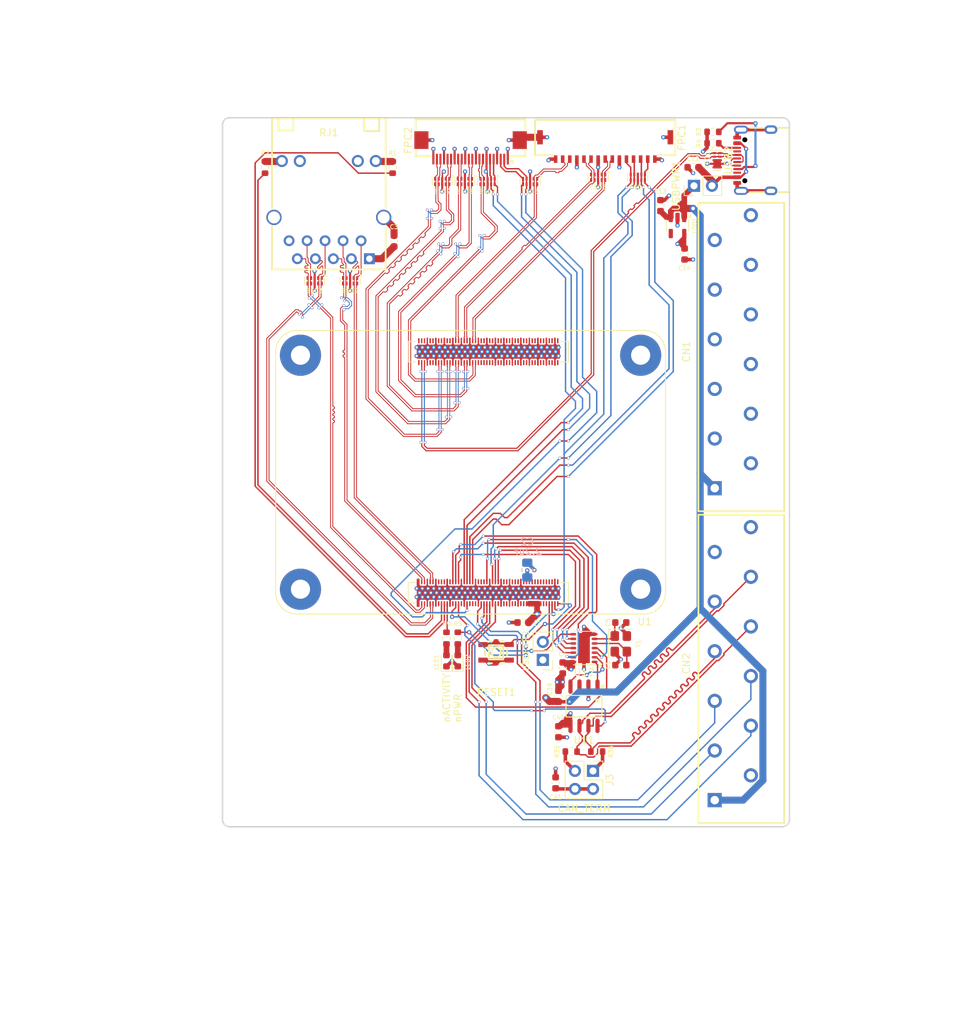
<source format=kicad_pcb>
(kicad_pcb (version 20241229) (generator "pcbnew") (generator_version "9.0")
  (layers (0 "F.Cu" signal) (4 "In1.Cu" signal) (6 "In2.Cu" signal) (2 "B.Cu" signal) (13 "F.Paste" user) (15 "B.Paste" user) (5 "F.SilkS" user "F.Silkscreen") (7 "B.SilkS" user "B.Silkscreen") (1 "F.Mask" user) (3 "B.Mask" user) (25 "Edge.Cuts" user))
  (net 0 "")
  (net 75 "+5V")
  (net 76 "GND")
  (net 77 "/USB_D-")
  (net 78 "/USB_D+")
  (net 79 "/ETH.D3+")
  (net 80 "/ETH.D0-")
  (net 81 "/ETH.LED1")
  (net 82 "/ETH.D2+")
  (net 85 "/ETH.D0+")
  (net 86 "/ETH.D2-")
  (net 88 "/ETH.LED2")
  (net 90 "/ETH.D1-")
  (net 91 "/ETH.D3-")
  (net 92 "/ETH.D1+")
  (net 93 "VBUS")
  (net 94 "Net-(C3-Pad1)")
  (net 95 "+3V3")
  (net 96 "/CAM0.D0-")
  (net 97 "/CAM0.IO0")
  (net 98 "/CAM0.CLK-")
  (net 99 "/CAM0.SDA")
  (net 100 "/CAM0.CLK+")
  (net 101 "/CAM0.SCL")
  (net 102 "/CAM0.D1+")
  (net 103 "/CAM0.D0+")
  (net 104 "/CAM0.D1-")
  (net 105 "/CAM0.IO1")
  (net 106 "Net-(R1-Pad2)")
  (net 107 "Net-(R2-Pad2)")
  (net 109 "/CAM1.D1-")
  (net 110 "/CAM1.D0+")
  (net 111 "/CAM1.D3-")
  (net 112 "/CAM1.D3+")
  (net 113 "/CAM1.CLK+")
  (net 114 "/CAM1.D1+")
  (net 115 "/CAM1.CLK-")
  (net 116 "/CAM1.D2-")
  (net 117 "/CAM1.D2+")
  (net 118 "/CAM1.IO1")
  (net 119 "/CAM1.SDA")
  (net 120 "/CAM1.D0-")
  (net 121 "/CAM1.SCL")
  (net 122 "/OSC_IN")
  (net 123 "/OSC_OUT")
  (net 124 "Net-(J3-Pin_2)")
  (net 125 "Net-(J3-Pin_3)")
  (net 126 "Net-(J3-Pin_1)")
  (net 127 "Net-(LED1-A)")
  (net 128 "Net-(LED2-A)")
  (net 129 "Net-(USB2-CC1)")
  (net 130 "Net-(USB2-CC2)")
  (net 131 "/LED_nPWR")
  (net 132 "/nLED_ACTIVITY")
  (net 133 "/CAN-")
  (net 134 "/CAN+")
  (net 135 "/GLOBAL_EN")
  (net 136 "/nRPIBOOT")
  (net 137 "/TXCAN")
  (net 138 "/CAN_SILENT")
  (net 139 "/RXCAN")
  (net 142 "/GP24")
  (net 143 "/GP23")
  (net 145 "/SPI0.CS0")
  (net 146 "/CAN_nINT0")
  (net 147 "/SPI0.MOSI")
  (net 149 "/CAN_nINT")
  (net 150 "/CAN_nINT1")
  (net 151 "/SPI0.CLK")
  (net 152 "/SPI0.MISO")
  (net 153 "/CAN_SOF")
  (net 154 "/UART2.TX")
  (net 155 "/UART2.RX")
  (footprint "LED_SMD:LED_0603_1608Metric" (layer "F.Cu") (at 1.6 26.6 90)
    (property "Reference" "LED1")
    (property "Value" "C965799")
  )
  (footprint "EasyEDA:CONN-TH_12P-P3.50_MX250-3.5-12P-A-GY01-CU-A" (layer "F.Cu") (at 42 -17 90)
    (property "Reference" "CN1")
    (property "Value" "MX250-3.5-12P-A-GY01-CU-A")
  )
  (footprint "Capacitor_SMD:C_0603_1608Metric" (layer "F.Cu") (at 35.2 -30.775 -90)
    (property "Reference" "C14")
    (property "Value" "1uF")
  )
  (footprint "Package_SON:USON-10_2.5x1.0mm_P0.5mm" (layer "F.Cu") (at 7.4 -41 -90)
    (property "Reference" "ESD7")
    (property "Value" "TPD4E05U06DQA")
  )
  (footprint "Capacitor_SMD:C_0603_1608Metric" (layer "F.Cu") (at 17 43.8 -90)
    (property "Reference" "C41")
    (property "Value" "4.7nF")
  )
  (footprint "Package_TO_SOT_SMD:SOT-23-5" (layer "F.Cu") (at 34.2 -34.8 -90)
    (property "Reference" "LDO1")
    (property "Value" "ME6211C33M5")
  )
  (footprint "Capacitor_SMD:C_0603_1608Metric" (layer "F.Cu") (at 26.2 27.2 180)
    (property "Reference" "C6")
    (property "Value" "15pF")
  )
  (footprint "Capacitor_SMD:C_0603_1608Metric" (layer "F.Cu") (at 36.4 -43 180)
    (property "Reference" "C12")
    (property "Value" "10uF")
  )
  (footprint "Package_SON:USON-10_2.5x1.0mm_P0.5mm" (layer "F.Cu") (at 13.4 -41 -90)
    (property "Reference" "ESD6")
    (property "Value" "TPD4E05U06DQA")
  )
  (footprint "Connector_PinHeader_2.54mm:PinHeader_2x02_P2.54mm_Vertical" (layer "F.Cu") (at 22.275 42.125 -90)
    (property "Reference" "J3")
    (property "Value" "Conn_02x02_Odd_Even")
  )
  (footprint "Capacitor_SMD:C_0603_1608Metric" (layer "F.Cu") (at 17.4 36.6 -90)
    (property "Reference" "C40")
    (property "Value" "100nF")
  )
  (footprint "Snapeda:CM4102008_MODULE_CM4102008" (layer "F.Cu") (at 5 0 180)
    (property "Reference" "U1")
    (property "Value" "CM4102008")
  )
  (footprint "EasyEDA:FPC-SMD_15P-P1.00_GT-F1007SR20-15S0101" (layer "F.Cu") (at 24 -45.7 180)
    (property "Reference" "FPC1")
    (property "Value" "GT-F1007SR20-15S0101")
  )
  (footprint "Capacitor_SMD:C_0603_1608Metric" (layer "F.Cu") (at 12.4 21.2)
    (property "Reference" "C1")
    (property "Value" "2.2uF")
  )
  (footprint "EasyEDA:SW-SMD_L3.1-W3.1-P2.20-LS4.0" (layer "F.Cu") (at 8.6 25.4 180)
    (property "Reference" "RESET1")
    (property "Value" "TS-1077S-02026")
  )
  (footprint "Resistor_SMD:R_0603_1608Metric" (layer "F.Cu") (at 19.2 39.4)
    (property "Reference" "R35")
    (property "Value" "60.4")
  )
  (footprint "EasyEDA:SOIC-8_L4.9-W3.9-P1.27-LS6.0-BL" (layer "F.Cu") (at 21 33 180)
    (property "Reference" "U11")
    (property "Value" "TCAN1057AVDRQ1")
  )
  (footprint "EasyEDA:USB-C-SMD_TYPE-C-6PIN-2MD-073" (layer "F.Cu") (at 45 -44 90)
    (property "Reference" "USB2")
    (property "Value" "TYPE-C 16PIN 2MD(073)")
  )
  (footprint "LED_SMD:LED_0603_1608Metric" (layer "F.Cu") (at 3.2 26.6 90)
    (property "Reference" "LED2")
    (property "Value" "C965799")
  )
  (footprint "Resistor_SMD:R_0603_1608Metric" (layer "F.Cu") (at 3.2 23.4 90)
    (property "Reference" "R5")
    (property "Value" "300")
  )
  (footprint "Package_DFN_QFN:DFN-14-1EP_3x4.5mm_P0.65mm_EP1.65x4.25mm" (layer "F.Cu") (at 21 24.8 180)
    (property "Reference" "U12")
    (property "Value" "MCP2518FD-xQBB")
  )
  (footprint "Capacitor_SMD:C_0603_1608Metric" (layer "F.Cu") (at 18 27.600001 90)
    (property "Reference" "C4")
    (property "Value" "100nF")
  )
  (footprint "Resistor_SMD:R_0603_1608Metric" (layer "F.Cu") (at -6 -43 90)
    (property "Reference" "R1")
    (property "Value" "470R")
  )
  (footprint "EasyEDA:CONN-TH_12P-P3.50_MX250-3.5-12P-A-GY01-CU-A" (layer "F.Cu") (at 42 27 90)
    (property "Reference" "CN2")
    (property "Value" "MX250-3.5-12P-A-GY01-CU-A")
  )
  (footprint "Capacitor_SMD:C_0603_1608Metric" (layer "F.Cu") (at 17.4 31.6 -90)
    (property "Reference" "C39")
    (property "Value" "100nF")
  )
  (footprint "Resistor_SMD:R_0603_1608Metric" (layer "F.Cu") (at 39.2 -46.4 180)
    (property "Reference" "R4")
    (property "Value" "5.1K")
  )
  (footprint "EasyEDA:RJ45-TH_HR911130A" (layer "F.Cu") (at -15 -37)
    (property "Reference" "RJ1")
    (property "Value" "HR911130A")
  )
  (footprint "Package_SON:USON-10_2.5x1.0mm_P0.5mm" (layer "F.Cu") (at -17 -27 -90)
    (property "Reference" "ESD3")
    (property "Value" "TPD4E05U06DQA")
  )
  (footprint "Connector_PinHeader_2.54mm:PinHeader_1x02_P2.54mm_Vertical" (layer "F.Cu") (at 36.525 -40.4 90)
    (property "Reference" "USBPWR1")
    (property "Value" "Jumper_2_Bridged")
  )
  (footprint "Package_SON:USON-10_2.5x1.0mm_P0.5mm" (layer "F.Cu") (at 23 -41.6 -90)
    (property "Reference" "ESD5")
    (property "Value" "TPD4E05U06DQA")
  )
  (footprint "Resistor_SMD:R_0603_1608Metric" (layer "F.Cu") (at -24 -43 90)
    (property "Reference" "R2")
    (property "Value" "470R")
  )
  (footprint "Crystal:Crystal_SMD_3225-4Pin_3.2x2.5mm" (layer "F.Cu") (at 26.2 24.2 -90)
    (property "Reference" "Y1")
    (property "Value" "C5261245")
  )
  (footprint "Package_SON:USON-10_2.5x1.0mm_P0.5mm" (layer "F.Cu") (at 1 -41 -90)
    (property "Reference" "ESD9")
    (property "Value" "TPD4E05U06DQA")
  )
  (footprint "Package_SON:USON-10_2.5x1.0mm_P0.5mm" (layer "F.Cu") (at 28.6 -41.6 -90)
    (property "Reference" "ESD4")
    (property "Value" "TPD4E05U06DQA")
  )
  (footprint "Connector_PinHeader_2.54mm:PinHeader_1x02_P2.54mm_Vertical" (layer "F.Cu") (at 15.2 26.475 180)
    (property "Reference" "USBPWR2")
    (property "Value" "Jumper_2_Bridged")
  )
  (footprint "EasyEDA:FPC-SMD_22P-P0.50_FPC-05F-22PH20" (layer "F.Cu") (at 5 -45.5 180)
    (property "Reference" "FPC2")
    (property "Value" "FPC-05F-22PH20")
  )
  (footprint "Resistor_SMD:R_0603_1608Metric" (layer "F.Cu") (at 22.8 39.4)
    (property "Reference" "R36")
    (property "Value" "60.4")
  )
  (footprint "Capacitor_SMD:C_0603_1608Metric" (layer "F.Cu") (at 26.2 21.2)
    (property "Reference" "C5")
    (property "Value" "15pF")
  )
  (footprint "Package_SON:USON-10_2.5x1.0mm_P0.5mm" (layer "F.Cu") (at 4.2 -41 -90)
    (property "Reference" "ESD8")
    (property "Value" "TPD4E05U06DQA")
  )
  (footprint "Resistor_SMD:R_0603_1608Metric" (layer "F.Cu") (at 1.6 23.4 90)
    (property "Reference" "R9")
    (property "Value" "300")
  )
  (footprint "Package_SON:USON-10_2.5x1.0mm_P0.5mm" (layer "F.Cu") (at -12 -27 -90)
    (property "Reference" "ESD2")
    (property "Value" "TPD4E05U06DQA")
  )
  (footprint "Capacitor_SMD:C_0603_1608Metric" (layer "F.Cu") (at -5.8 -32.6 90)
    (property "Reference" "C3")
    (property "Value" "1uF")
  )
  (footprint "Capacitor_SMD:C_0603_1608Metric" (layer "F.Cu") (at 31.8 -37.6 90)
    (property "Reference" "C13")
    (property "Value" "1uF")
  )
  (footprint "Resistor_SMD:R_0603_1608Metric" (layer "F.Cu") (at 39.2 -48)
    (property "Reference" "R3")
    (property "Value" "5.1K")
  )
  (footprint "Package_SON:USON-10_2.5x1.0mm_P0.5mm" (layer "F.Cu") (at 39.8 -44)
    (property "Reference" "ESD1")
    (property "Value" "TPD4E05U06DQA")
  )
  (footprint "Capacitor_SMD:C_0805_2012Metric_Pad1.18x1.45mm_HandSolder" (layer "B.Cu") (at 13 13.8 -90)
    (property "Reference" "C2")
    (property "Value" "2.2uF")
  )
  (gr_arc (start -29 50) (mid -29.707107 49.707107) (end -30 49) (stroke (width 0.2)) (layer "Edge.Cuts"))
  (gr_line (start 50 -49) (end 50 49) (stroke (width 0.2)) (layer "Edge.Cuts"))
  (gr_line (start 49 50) (end -29 50) (stroke (width 0.2)) (layer "Edge.Cuts"))
  (gr_arc (start -30 -49) (mid -29.707107 -49.707107) (end -29 -50) (stroke (width 0.2)) (layer "Edge.Cuts"))
  (gr_line (start -29 -50) (end 49 -50) (stroke (width 0.2)) (layer "Edge.Cuts"))
  (gr_line (start -30 49) (end -30 -49) (stroke (width 0.2)) (layer "Edge.Cuts"))
  (gr_arc (start 50 49) (mid 49.707107 49.707107) (end 49 50) (stroke (width 0.2)) (layer "Edge.Cuts"))
  (gr_arc (start 49 -50) (mid 49.707107 -49.707107) (end 50 -49) (stroke (width 0.2)) (layer "Edge.Cuts"))
  (gr_text "CAN_TERM" (at 17.2 48 0) (layer "F.SilkS") (effects (font (size 1 1)) (justify left bottom)))
  (gr_text "nACTIVITY" (at 2.2 35.4 90) (layer "F.SilkS") (effects (font (size 1 1)) (justify left bottom)))
  (gr_text "nPWR" (at 3.8 35.4 90) (layer "F.SilkS") (effects (font (size 1 1)) (justify left bottom)))
  (gr_text "2.2uF" (at 13 11.2 0) (layer "B.SilkS") (effects (font (size 1 1)) (justify mirror)))
  (segment (start 35.149999 -35.9375) (end 35.149999 -36.716233) (width 0.8) (layer "F.Cu") (net 75))
  (segment (start 33.651001 -37.201) (end 34.150999 -37.201) (width 0.8) (layer "F.Cu") (net 75))
  (segment (start 18.955001 32.375) (end 17.399999 32.375) (width 0.5) (layer "F.Cu") (net 75))
  (segment (start 33.250001 -35.9375) (end 32.6875 -35.9375) (width 0.8) (layer "F.Cu") (net 75))
  (segment (start 14.3875 18.6525) (end 14.5 18.54) (width 0.8) (layer "F.Cu") (net 75))
  (segment (start 34.675 -37.725) (end 35.149999 -38.2) (width 0.8) (layer "F.Cu") (net 75))
  (segment (start 13.3 18.54) (end 14.5 18.54) (width 0.8) (layer "F.Cu") (net 75))
  (segment (start 35.149999 -37.8) (end 35.149999 -38.2) (width 0.8) (layer "F.Cu") (net 75))
  (segment (start 32.6875 -35.9375) (end 31.8 -36.825) (width 0.8) (layer "F.Cu") (net 75))
  (segment (start 15.6 31.8) (end 16.125 32.325) (width 1) (layer "F.Cu") (net 75))
  (segment (start 33.250001 -36.8) (end 33.250001 -35.9375) (width 0.8) (layer "F.Cu") (net 75))
  (segment (start 34.675 -37.725) (end 35.2 -37.2) (width 1) (layer "F.Cu") (net 75))
  (segment (start 35.149999 -38.2) (end 35.149999 -39.024999) (width 0.8) (layer "F.Cu") (net 75))
  (segment (start 12.9 18.54) (end 14.9 18.54) (width 0.2) (layer "F.Cu") (net 75))
  (segment (start 14.3875 19.9875) (end 14.3875 18.6525) (width 0.8) (layer "F.Cu") (net 75))
  (segment (start 35.149999 -39.024999) (end 36.525 -40.4) (width 0.8) (layer "F.Cu") (net 75))
  (segment (start 18.965 32.365) (end 18.955001 32.375) (width 0.5) (layer "F.Cu") (net 75))
  (segment (start 14.1 20.275) (end 13.175 21.2) (width 1) (layer "F.Cu") (net 75))
  (segment (start 16.125 32.325) (end 17.4 32.325) (width 1) (layer "F.Cu") (net 75))
  (segment (start 33.651001 -37.201) (end 33.250001 -36.8) (width 0.8) (layer "F.Cu") (net 75))
  (segment (start 14.3875 19.9875) (end 13.175 21.2) (width 1) (layer "F.Cu") (net 75))
  (segment (start 20.370001 30.96) (end 18.965 32.365) (width 0.5) (layer "F.Cu") (net 75))
  (segment (start 35.149999 -35.9375) (end 35.149999 -37.8) (width 0.8) (layer "F.Cu") (net 75))
  (segment (start 34.665232 -37.201) (end 33.651001 -37.201) (width 0.8) (layer "F.Cu") (net 75))
  (segment (start 14.5 19.875) (end 14.3875 19.9875) (width 1) (layer "F.Cu") (net 75))
  (segment (start 35.149999 -36.716233) (end 34.665232 -37.201) (width 0.8) (layer "F.Cu") (net 75))
  (segment (start 35.2 -37.2) (end 36.4 -37.2) (width 1) (layer "F.Cu") (net 75))
  (segment (start 34.150999 -37.201) (end 34.675 -37.725) (width 0.8) (layer "F.Cu") (net 75))
  (segment (start 20.370001 30.23) (end 20.370001 30.96) (width 0.5) (layer "F.Cu") (net 75))
  (segment (start 13.3 21.075) (end 13.175 21.2) (width 1) (layer "F.Cu") (net 75))
  (via (at 36.4 -37.2) (size 1) (drill 0.5) (layers "F.Cu" "B.Cu") (net 75))
  (via (at 18.965 32.365) (size 0.6) (drill 0.3) (layers "F.Cu" "B.Cu") (net 75))
  (via (at 14.3875 19.9875) (size 0.8) (drill 0.4) (layers "F.Cu" "B.Cu") (net 75))
  (via (at 15.6 31.8) (size 0.8) (drill 0.4) (layers "F.Cu" "B.Cu") (net 75))
  (segment (start 43.455578 46.25) (end 39.45 46.25) (width 1) (layer "B.Cu") (net 75))
  (segment (start 20.331 30.999) (end 25.597422 30.999) (width 1) (layer "B.Cu") (net 75))
  (segment (start 18.965 32.365) (end 20.331 30.999) (width 1) (layer "B.Cu") (net 75))
  (segment (start 37.401 -36.199) (end 37.401 0.201) (width 1) (layer "B.Cu") (net 75))
  (segment (start 46.251 43.454578) (end 43.455578 46.25) (width 1) (layer "B.Cu") (net 75))
  (segment (start 37.401 19.195422) (end 46.251 28.045422) (width 1) (layer "B.Cu") (net 75))
  (segment (start 37.401 0.201) (end 39.45 2.25) (width 1) (layer "B.Cu") (net 75))
  (segment (start 25.597422 30.999) (end 37.401 19.195422) (width 1) (layer "B.Cu") (net 75))
  (segment (start 46.251 28.045422) (end 46.251 43.454578) (width 1) (layer "B.Cu") (net 75))
  (segment (start 37.401 0.201) (end 37.401 19.195422) (width 1) (layer "B.Cu") (net 75))
  (segment (start 36.4 -37.2) (end 37.401 -36.199) (width 1) (layer "B.Cu") (net 75))
  (segment (start -17 -27.385) (end -17 -28.354466) (width 0.3) (layer "F.Cu") (net 76))
  (segment (start 21.4 22.2) (end 21 21.8) (width 0.5) (layer "F.Cu") (net 76))
  (segment (start 25.35 25.55) (end 26.2 26.4) (width 0.5) (layer "F.Cu") (net 76))
  (segment (start 38.375 -45.775) (end 37.8 -45.2) (width 0.5) (layer "F.Cu") (net 76))
  (segment (start 17.4 37.374999) (end 18.575 37.375) (width 0.5) (layer "F.Cu") (net 76))
  (segment (start 28.6 -41.215) (end 28.6 -40.2) (width 0.3) (layer "F.Cu") (net 76))
  (segment (start 32.375 -38.375) (end 33 -39) (width 0.5) (layer "F.Cu") (net 76))
  (segment (start 1.0219 -42.201) (end 1.2209 -42.4) (width 0.2) (layer "F.Cu") (net 76))
  (segment (start 35.2 -30) (end 36.4 -30) (width 0.5) (layer "F.Cu") (net 76))
  (segment (start 39.8 -43.115) (end 39.8 -43) (width 0.3) (layer "F.Cu") (net 76))
  (segment (start -0.250001 -45.6) (end -0.250001 -44.16) (width 0.3) (layer "F.Cu") (net 76))
  (segment (start 17.2 30.625) (end 17.4 30.825) (width 0.5) (layer "F.Cu") (net 76))
  (segment (start 17.4 30.825) (end 17.4 30.2) (width 0.5) (layer "F.Cu") (net 76))
  (segment (start 7.349 -42.202) (end 7.349 -41.677724) (width 0.2) (layer "F.Cu") (net 76))
  (segment (start 1 -40.615) (end 1 -39.6291) (width 0.3) (layer "F.Cu") (net 76))
  (segment (start 7.4 -40.615) (end 7.4 -41.385) (width 0.3) (layer "F.Cu") (net 76))
  (segment (start 27.05 22.85) (end 26.2 22) (width 0.5) (layer "F.Cu") (net 76))
  (segment (start 27.05 23.100001) (end 27.05 22.85) (width 0.5) (layer "F.Cu") (net 76))
  (segment (start -12 -27.385) (end -12 -28.36458) (width 0.3) (layer "F.Cu") (net 76))
  (segment (start 17.2 29.6) (end 17.2 30.625) (width 0.5) (layer "F.Cu") (net 76))
  (segment (start 8.285 26.715) (end 8.6 27.03) (width 0.5) (layer "F.Cu") (net 76))
  (segment (start 7.4 -41.626724) (end 7.4 -41.385) (width 0.2) (layer "F.Cu") (net 76))
  (segment (start 19.999999 -44.16) (end 20 -43) (width 0.5) (layer "F.Cu") (net 76))
  (segment (start 21 24.8) (end 20.999999 27.8) (width 0.5) (layer "F.Cu") (net 76))
  (segment (start 7.25 -42.501) (end 7.15 -42.401) (width 0.3) (layer "F.Cu") (net 76))
  (segment (start 11.625 21.2) (end 10.4 21.2) (width 0.5) (layer "F.Cu") (net 76))
  (segment (start 6.72 26.5) (end 10.48 26.5) (width 0.5) (layer "F.Cu") (net 76))
  (segment (start 42.62 -47.77) (end 43.17 -48.32) (width 0.5) (layer "F.Cu") (net 76))
  (segment (start 21 24.8) (end 21 22.6) (width 0.5) (layer "F.Cu") (net 76))
  (segment (start 22.05 22.85) (end 21.7 22.5) (width 0.5) (layer "F.Cu") (net 76))
  (segment (start -17 -26.615) (end -17 -25.6) (width 0.3) (layer "F.Cu") (net 76))
  (segment (start 21.875 22.85) (end 21 23.725) (width 0.5) (layer "F.Cu") (net 76))
  (segment (start 17.2 29.6) (end 17.2 29.175) (width 0.5) (layer "F.Cu") (net 76))
  (segment (start 28.6 -41.985) (end 28.6 -41.215) (width 0.3) (layer "F.Cu") (net 76))
  (segment (start 21 23.725) (end 21 24.8) (width 0.5) (layer "F.Cu") (net 76))
  (segment (start 17.4 30.2) (end 17.4 29.4) (width 0.5) (layer "F.Cu") (net 76))
  (segment (start 1.0219 -41.4069) (end 1.0219 -42.201) (width 0.2) (layer "F.Cu") (net 76))
  (segment (start 18.575 37.375) (end 18.6 37.4) (width 0.5) (layer "F.Cu") (net 76))
  (segment (start 10.48 26.5) (end 9.13 26.5) (width 0.5) (layer "F.Cu") (net 76))
  (segment (start -17 -28.354466) (end -17.020696 -28.375162) (width 0.3) (layer "F.Cu") (net 76))
  (segment (start 17.4 29.4) (end 18 28.8) (width 0.5) (layer "F.Cu") (net 76))
  (segment (start 8.6 27.03) (end 7.63 27.03) (width 0.5) (layer "F.Cu") (net 76))
  (segment (start 16.16 -44.16) (end 16 -44) (width 0.5) (layer "F.Cu") (net 76))
  (segment (start 7.349 -41.677724) (end 7.4 -41.626724) (width 0.2) (layer "F.Cu") (net 76))
  (segment (start 13.4 -41.385) (end 13.4 -40.615) (width 0.3) (layer "F.Cu") (net 76))
  (segment (start 41.2 -43.5) (end 40.185 -43.5) (width 0.3) (layer "F.Cu") (net 76))
  (segment (start 6.72 26.5) (end 8.07 26.5) (width 0.5) (layer "F.Cu") (net 76))
  (segment (start 1.6 27.387501) (end 1.612499 27.387501) (width 0.5) (layer "F.Cu") (net 76))
  (segment (start 8.75 -45.6) (end 8.75 -44.159999) (width 0.3) (layer "F.Cu") (net 76))
  (segment (start 23 -41.215) (end 23 -43) (width 0.3) (layer "F.Cu") (net 76))
  (segment (start 14.8 -47.24) (end 12.34 -47.24) (width 1) (layer "F.Cu") (net 76))
  (segment (start 39.415 -43) (end 39.415 -43.23) (width 0.3) (layer "F.Cu") (net 76))
  (segment (start 26.975 21.2) (end 26.975 21.225) (width 0.5) (layer "F.Cu") (net 76))
  (segment (start 39.415 -43.23) (end 40.185 -44) (width 0.3) (layer "F.Cu") (net 76))
  (segment (start 7.25 -44.16) (end 7.25 -42.501) (width 0.3) (layer "F.Cu") (net 76))
  (segment (start 39.8 -44) (end 40.185 -44) (width 0.3) (layer "F.Cu") (net 76))
  (segment (start 23 -41.215) (end 23 -40.2) (width 0.3) (layer "F.Cu") (net 76))
  (segment (start 40.185 -43) (end 40.185 -43.23) (width 0.3) (layer "F.Cu") (net 76))
  (segment (start 6.72 26.5) (end 7.1 26.5) (width 0.5) (layer "F.Cu") (net 76))
  (segment (start 13.4 -41.385) (end 13.4 -42.4) (width 0.3) (layer "F.Cu") (net 76))
  (segment (start 21 24.8) (end 21 23.2) (width 0.5) (layer "F.Cu") (net 76))
  (segment (start 47.38 -48.32) (end 43.17 -48.32) (width 0.5) (layer "F.Cu") (net 76))
  (segment (start 18 28.8) (end 18.000001 29.2) (width 0.5) (layer "F.Cu") (net 76))
  (segment (start 22.5 22.85) (end 21.875 22.85) (width 0.5) (layer "F.Cu") (net 76))
  (segment (start 17.4 30.825) (end 17.4 29.800001) (width 0.5) (layer "F.Cu") (net 76))
  (segment (start 18 30.225) (end 17.4 30.825) (width 0.5) (layer "F.Cu") (net 76))
  (segment (start 12.34 -47.24) (end 11.94 -46.84) (width 1) (layer "F.Cu") (net 76))
  (segment (start 1.25 -45.6) (end 1.25 -44.159999) (width 0.3) (layer "F.Cu") (net 76))
  (segment (start 25.35 25.3) (end 25.35 25.55) (width 0.5) (layer "F.Cu") (net 76))
  (segment (start 4.2 -39.629099) (end 4.229099 -39.6) (width 0.3) (layer "F.Cu") (net 76))
  (segment (start 38.375 -46.4) (end 38.375 -45.775) (width 0.5) (layer "F.Cu") (net 76))
  (segment (start 26 -44.16) (end 26 -43) (width 0.5) (layer "F.Cu") (net 76))
  (segment (start 39.415 -43.5) (end 39.8 -43.885) (width 0.3) (layer "F.Cu") (net 76))
  (segment (start 1 -40.615) (end 1 -41.385) (width 0.3) (layer "F.Cu") (net 76))
  (segment (start 9.13 26.5) (end 8.6 27.03) (width 0.5) (layer "F.Cu") (net 76))
  (segment (start 5.75 -45.6) (end 5.75 -44.16) (width 0.3) (layer "F.Cu") (net 76))
  (segment (start 35.625 -42.975) (end 36.4 -42.2) (width 0.5) (layer "F.Cu") (net 76))
  (segment (start -0.4 -46.84) (end -1.94 -46.84) (width 0.5) (layer "F.Cu") (net 76))
  (segment (start 40.185 -43.5) (end 39.415 -43.5) (width 0.3) (layer "F.Cu") (net 76))
  (segment (start 7.63 27.03) (end 7.6 27) (width 0.5) (layer "F.Cu") (net 76))
  (segment (start 7.15 -42.401) (end 7.349 -42.202) (width 0.2) (layer "F.Cu") (net 76))
  (segment (start 23 -44.16) (end 23 -43) (width 0.5) (layer "F.Cu") (net 76))
  (segment (start 17.2 29.175) (end 18 28.374999) (width 0.5) (layer "F.Cu") (net 76))
  (segment (start 18 28.374999) (end 18 29.6) (width 0.5) (layer "F.Cu") (net 76))
  (segment (start 17.4 29.800001) (end 17.2 29.6) (width 0.5) (layer "F.Cu") (net 76))
  (segment (start -5.8 -33.375) (end -5.8 -34.48) (width 1) (layer "F.Cu") (net 76))
  (segment (start 39.415 -43) (end 39.8 -43) (width 0.3) (layer "F.Cu") (net 76))
  (segment (start 1 -39.6291) (end 0.9709 -39.6) (width 0.3) (layer "F.Cu") (net 76))
  (segment (start 40.185 -43.5) (end 39.915 -43.5) (width 0.3) (layer "F.Cu") (net 76))
  (segment (start 7.1 26.5) (end 7.6 27) (width 0.5) (layer "F.Cu") (net 76))
  (segment (start 4.2 -42.3791) (end 4.2209 -42.4) (width 0.3) (layer "F.Cu") (net 76))
  (segment (start 43.17 -39.68) (end 47.38 -39.68) (width 0.5) (layer "F.Cu") (net 76))
  (segment (start 38.4 -43.5) (end 39.415 -43.5) (width 0.3) (layer "F.Cu") (net 76))
  (segment (start 21 22.6) (end 21.4 22.2) (width 0.5) (layer "F.Cu") (net 76))
  (segment (start 1 -41.385) (end 1.0219 -41.4069) (width 0.2) (layer "F.Cu") (net 76))
  (segment (start 8 27) (end 8.285 26.715) (width 0.5) (layer "F.Cu") (net 76))
  (segment (start 21.63 32) (end 21.63 30.23) (width 0.5) (layer "F.Cu") (net 76))
  (segment (start 18 28.374999) (end 18 28.8) (width 0.5) (layer "F.Cu") (net 76))
  (segment (start 26.975 21.225) (end 26.2 22) (width 0.5) (layer "F.Cu") (net 76))
  (segment (start 34.2 -35.9375) (end 34.2 -34.8) (width 0.5) (layer "F.Cu") (net 76))
  (segment (start 17.4 30.2) (end 18 29.6) (width 0.5) (layer "F.Cu") (net 76))
  (segment (start 17 -44.16) (end 16.16 -44.16) (width 0.5) (layer "F.Cu") (net 76))
  (segment (start 39.8 -43.885) (end 39.8 -44) (width 0.3) (layer "F.Cu") (net 76))
  (segment (start 3.2 27.387501) (end 3.187501 27.387501) (width 0.5) (layer "F.Cu") (net 76))
  (segment (start 15.8 -47.24) (end 14.8 -47.24) (width 0.5) (layer "F.Cu") (net 76))
  (segment (start -12 -26.615) (end -12 -27.385) (width 0.3) (layer "F.Cu") (net 76))
  (segment (start 10.4 -46.84) (end 11.94 -46.84) (width 0.5) (layer "F.Cu") (net 76))
  (segment (start 21 23.2) (end 21.7 22.5) (width 0.5) (layer "F.Cu") (net 76))
  (segment (start -17 -26.615) (end -17 -27.385) (width 0.3) (layer "F.Cu") (net 76))
  (segment (start 40.185 -43.5) (end 39.8 -43.115) (width 0.3) (layer "F.Cu") (net 76))
  (segment (start 4.25 -45.6) (end 4.25 -44.16) (width 0.3) (layer "F.Cu") (net 76))
  (segment (start 7.25 -45.6) (end 7.25 -44.16) (width 0.3) (layer "F.Cu") (net 76))
  (segment (start -12 -26.615) (end -12 -25.6) (width 0.3) (layer "F.Cu") (net 76))
  (segment (start 4.2 -40.615) (end 4.2 -39.629099) (width 0.3) (layer "F.Cu") (net 76))
  (segment (start 22.5 22.85) (end 22.05 22.85) (width 0.5) (layer "F.Cu") (net 76))
  (segment (start 32.2 -47.24) (end 33.2 -47.24) (width 0.5) (layer "F.Cu") (net 76))
  (segment (start 4.2 -41.385) (end 4.2 -42.3791) (width 0.3) (layer "F.Cu") (net 76))
  (segment (start 38.375 -48) (end 38.375 -46.4) (width 0.5) (layer "F.Cu") (net 76))
  (segment (start 18 29.6) (end 18 30.225) (width 0.5) (layer "F.Cu") (net 76))
  (segment (start 13.4 -40.615) (end 13.4 -39.6) (width 0.3) (layer "F.Cu") (net 76))
  (segment (start 39.415 -44) (end 39.415 -43) (width 0.3) (layer "F.Cu") (net 76))
  (segment (start 3.187501 27.387501) (end 2.4 26.6) (width 0.5) (layer "F.Cu") (net 76))
  (segment (start 39.915 -43.5) (end 39.415 -43) (width 0.3) (layer "F.Cu") (net 76))
  (segment (start 18.000001 29.2) (end 17.4 29.800001) (width 0.5) (layer "F.Cu") (net 76))
  (segment (start 17 43.025) (end 17 41.8) (width 0.5) (layer "F.Cu") (net 76))
  (segment (start 25.425 27.175) (end 26.2 26.4) (width 0.5) (layer "F.Cu") (net 76))
  (segment (start -5.8 -34.48) (end -7.26 -35.94) (width 1) (layer "F.Cu") (net 76))
  (segment (start 40.185 -43.23) (end 39.415 -44) (width 0.3) (layer "F.Cu") (net 76))
  (segment (start 25.425 27.2) (end 25.425 27.175) (width 0.5) (layer "F.Cu") (net 76))
  (segment (start 39.415 -44) (end 39.8 -44) (width 0.3) (layer "F.Cu") (net 76))
  (segment (start -12 -28.36458) (end -12.020387 -28.384967) (width 0.3) (layer "F.Cu") (net 76))
  (segment (start 31.8 -38.375) (end 32.375 -38.375) (width 0.5) (layer "F.Cu") (net 76))
  (segment (start 21 24.8) (end 21 21.8) (width 0.5) (layer "F.Cu") (net 76))
  (segment (start 2.75 -45.6) (end 2.75 -44.16) (width 0.3) (layer "F.Cu") (net 76))
  (segment (start 42.62 -40.23) (end 43.17 -39.68) (width 0.5) (layer "F.Cu") (net 76))
  (segment (start 42.62 -40.8) (end 42.62 -40.23) (width 0.5) (layer "F.Cu") (net 76))
  (segment (start 1.612499 27.387501) (end 2.4 26.6) (width 0.5) (layer "F.Cu") (net 76))
  (segment (start 21.7 22.5) (end 21.4 22.2) (width 0.5) (layer "F.Cu") (net 76))
  (segment (start 7.6 27) (end 8 27) (width 0.5) (layer "F.Cu") (net 76))
  (segment (start 39.8 -43) (end 40.185 -43) (width 0.3) (layer "F.Cu") (net 76))
  (segment (start 4.2 -40.615) (end 4.2 -41.385) (width 0.3) (layer "F.Cu") (net 76))
  (segment (start 7.4 -40.615) (end 7.4 -39.6) (width 0.3) (layer "F.Cu") (net 76))
  (segment (start 35.625 -43) (end 35.625 -42.975) (width 0.5) (layer "F.Cu") (net 76))
  (segment (start 8.07 26.5) (end 8.285 26.715) (width 0.5) (layer "F.Cu") (net 76))
  (segment (start 42.62 -47.2) (end 42.62 -47.77) (width 0.5) (layer "F.Cu") (net 76))
  (segment (start 40.185 -43) (end 40.185 -44) (width 0.3) (layer "F.Cu") (net 76))
  (via (at 3.8 17.6) (size 0.6) (drill 0.3) (layers "F.Cu" "B.Cu") (net 76))
  (via (at 16.6 -16.4) (size 0.6) (drill 0.3) (layers "F.Cu" "B.Cu") (net 76))
  (via (at -0.2 17.6) (size 0.6) (drill 0.3) (layers "F.Cu" "B.Cu") (net 76))
  (via (at 12.6 -17.6) (size 0.6) (drill 0.3) (layers "F.Cu" "B.Cu") (net 76))
  (via (at 14 13.8) (size 0.6) (drill 0.3) (layers "F.Cu" "B.Cu") (net 76))
  (via (at 4.6 17.6) (size 0.6) (drill 0.3) (layers "F.Cu" "B.Cu") (net 76))
  (via (at 8.6 -16.4) (size 0.6) (drill 0.3) (layers "F.Cu" "B.Cu") (net 76))
  (via (at 15 16.4) (size 0.6) (drill 0.3) (layers "F.Cu" "B.Cu") (net 76))
  (via (at 2.2 -17.6) (size 0.6) (drill 0.3) (layers "F.Cu" "B.Cu") (net 76))
  (via (at 12.2 -17) (size 0.6) (drill 0.3) (layers "F.Cu" "B.Cu") (net 76))
  (via (at 2.2 17.6) (size 0.6) (drill 0.3) (layers "F.Cu" "B.Cu") (net 76))
  (via (at 2.4 26.6) (size 0.6) (drill 0.3) (layers "F.Cu" "B.Cu") (net 76))
  (via (at 16.2 -17) (size 0.6) (drill 0.3) (layers "F.Cu" "B.Cu") (net 76))
  (via (at 28.6 -40.2) (size 0.6) (drill 0.3) (layers "F.Cu" "B.Cu") (net 76))
  (via (at 13.8 17) (size 0.6) (drill 0.3) (layers "F.Cu" "B.Cu") (net 76))
  (via (at 16.6 16.4) (size 0.6) (drill 0.3) (layers "F.Cu" "B.Cu") (net 76))
  (via (at 5.4 16.4) (size 0.6) (drill 0.3) (layers "F.Cu" "B.Cu") (net 76))
  (via (at 7.4 17) (size 0.6) (drill 0.3) (layers "F.Cu" "B.Cu") (net 76))
  (via (at 5.8 17) (size 0.6) (drill 0.3) (layers "F.Cu" "B.Cu") (net 76))
  (via (at 11.8 16.4) (size 0.6) (drill 0.3) (layers "F.Cu" "B.Cu") (net 76))
  (via (at 1.4 17.6) (size 0.6) (drill 0.3) (layers "F.Cu" "B.Cu") (net 76))
  (via (at 2.75 -45.6) (size 0.6) (drill 0.3) (layers "F.Cu" "B.Cu") (net 76))
  (via (at 9.8 -17) (size 0.6) (drill 0.3) (layers "F.Cu" "B.Cu") (net 76))
  (via (at 6.6 17) (size 0.6) (drill 0.3) (layers "F.Cu" "B.Cu") (net 76))
  (via (at -0.2 -16.4) (size 0.6) (drill 0.3) (layers "F.Cu" "B.Cu") (net 76))
  (via (at -0.250001 -45.6) (size 0.6) (drill 0.3) (layers "F.Cu" "B.Cu") (net 76))
  (via (at 14.2 17.6) (size 0.6) (drill 0.3) (layers "F.Cu" "B.Cu") (net 76))
  (via (at 6.2 16.4) (size 0.6) (drill 0.3) (layers "F.Cu" "B.Cu") (net 76))
  (via (at 3.8 -16.4) (size 0.6) (drill 0.3) (layers "F.Cu" "B.Cu") (net 76))
  (via (at 11.4 17) (size 0.6) (drill 0.3) (layers "F.Cu" "B.Cu") (net 76))
  (via (at -1 -16.4) (size 0.6) (drill 0.3) (layers "F.Cu" "B.Cu") (net 76))
  (via (at 1.4 -16.4) (size 0.6) (drill 0.3) (layers "F.Cu" "B.Cu") (net 76))
  (via (at 11 16.4) (size 0.6) (drill 0.3) (layers "F.Cu" "B.Cu") (net 76))
  (via (at 14.2 -16.4) (size 0.6) (drill 0.3) (layers "F.Cu" "B.Cu") (net 76))
  (via (at 6.2 17.6) (size 0.6) (drill 0.3) (layers "F.Cu" "B.Cu") (net 76))
  (via (at 10.6 17) (size 0.6) (drill 0.3) (layers "F.Cu" "B.Cu") (net 76))
  (via (at -1 -17.6) (size 0.6) (drill 0.3) (layers "F.Cu" "B.Cu") (net 76))
  (via (at 1.4 -17.6) (size 0.6) (drill 0.3) (layers "F.Cu" "B.Cu") (net 76))
  (via (at 0.6 17.6) (size 0.6) (drill 0.3) (layers "F.Cu" "B.Cu") (net 76))
  (via (at 0.6 -16.4) (size 0.6) (drill 0.3) (layers "F.Cu" "B.Cu") (net 76))
  (via (at 6.6 -17) (size 0.6) (drill 0.3) (layers "F.Cu" "B.Cu") (net 76))
  (via (at 9 -17) (size 0.6) (drill 0.3) (layers "F.Cu" "B.Cu") (net 76))
  (via (at 13.4 -17.6) (size 0.6) (drill 0.3) (layers "F.Cu" "B.Cu") (net 76))
  (via (at 17 -17) (size 0.6) (drill 0.3) (layers "F.Cu" "B.Cu") (net 76))
  (via (at 4.6 16.4) (size 0.6) (drill 0.3) (layers "F.Cu" "B.Cu") (net 76))
  (via (at 11.8 -16.4) (size 0.6) (drill 0.3) (layers "F.Cu" "B.Cu") (net 76))
  (via (at -12 -25.6) (size 0.6) (drill 0.3) (layers "F.Cu" "B.Cu") (net 76))
  (via (at 2.6 17) (size 0.6) (drill 0.3) (layers "F.Cu" "B.Cu") (net 76))
  (via (at 4.2209 -42.4) (size 0.6) (drill 0.3) (layers "F.Cu" "B.Cu") (net 76))
  (via (at 8.2 17) (size 0.6) (drill 0.3) (layers "F.Cu" "B.Cu") (net 76))
  (via (at 8.6 16.4) (size 0.6) (drill 0.3) (layers "F.Cu" "B.Cu") (net 76))
  (via (at 13.4 16.4) (size 0.6) (drill 0.3) (layers "F.Cu" "B.Cu") (net 76))
  (via (at 3 17.6) (size 0.6) (drill 0.3) (layers "F.Cu" "B.Cu") (net 76))
  (via (at 10.2 -17.6) (size 0.6) (drill 0.3) (layers "F.Cu" "B.Cu") (net 76))
  (via (at 12.6 16.4) (size 0.6) (drill 0.3) (layers "F.Cu" "B.Cu") (net 76))
  (via (at 9.4 16.4) (size 0.6) (drill 0.3) (layers "F.Cu" "B.Cu") (net 76))
  (via (at 20.999999 27.8) (size 0.6) (drill 0.3) (layers "F.Cu" "B.Cu") (net 76))
  (via (at 7.8 -17.6) (size 0.6) (drill 0.3) (layers "F.Cu" "B.Cu") (net 76))
  (via (at -0.4 -46.84) (size 0.6) (drill 0.3) (layers "F.Cu" "B.Cu") (net 76))
  (via (at -1 16.4) (size 0.6) (drill 0.3) (layers "F.Cu" "B.Cu") (net 76))
  (via (at 7.15 -42.401) (size 0.6) (drill 0.3) (layers "F.Cu" "B.Cu") (net 76))
  (via (at 14.6 -17) (size 0.6) (drill 0.3) (layers "F.Cu" "B.Cu") (net 76))
  (via (at 36.4 -42.2) (size 0.6) (drill 0.3) (layers "F.Cu" "B.Cu") (net 76))
  (via (at 16 -44) (size 0.6) (drill 0.3) (layers "F.Cu" "B.Cu") (net 76))
  (via (at 16.6 17.6) (size 0.6) (drill 0.3) (layers "F.Cu" "B.Cu") (net 76))
  (via (at 7 16.4) (size 0.6) (drill 0.3) (layers "F.Cu" "B.Cu") (net 76))
  (via (at 13.4 -39.6) (size 0.6) (drill 0.3) (layers "F.Cu" "B.Cu") (net 76))
  (via (at -1.4 17) (size 0.6) (drill 0.3) (layers "F.Cu" "B.Cu") (net 76))
  (via (at 0.6 16.4) (size 0.6) (drill 0.3) (layers "F.Cu" "B.Cu") (net 76))
  (via (at 15.8 -47.24) (size 0.6) (drill 0.3) (layers "F.Cu" "B.Cu") (net 76))
  (via (at 11.8 -17.6) (size 0.6) (drill 0.3) (layers "F.Cu" "B.Cu") (net 76))
  (via (at 14.2 16.4) (size 0.6) (drill 0.3) (layers "F.Cu" "B.Cu") (net 76))
  (via (at 3.8 16.4) (size 0.6) (drill 0.3) (layers "F.Cu" "B.Cu") (net 76))
  (via (at 15.4 -17) (size 0.6) (drill 0.3) (layers "F.Cu" "B.Cu") (net 76))
  (via (at -12.020387 -28.384967) (size 0.6) (drill 0.3) (layers "F.Cu" "B.Cu") (net 76))
  (via (at 3.4 -17) (size 0.6) (drill 0.3) (layers "F.Cu" "B.Cu") (net 76))
  (via (at 0.9709 -39.6) (size 0.6) (drill 0.3) (layers "F.Cu" "B.Cu") (net 76))
  (via (at 13.4 -42.4) (size 0.6) (drill 0.3) (layers "F.Cu" "B.Cu") (net 76))
  (via (at -1.4 -17) (size 0.6) (drill 0.3) (layers "F.Cu" "B.Cu") (net 76))
  (via (at 0.2 -17) (size 0.6) (drill 0.3) (layers "F.Cu" "B.Cu") (net 76))
  (via (at 14.2 -17.6) (size 0.6) (drill 0.3) (layers "F.Cu" "B.Cu") (net 76))
  (via (at 3 -17.6) (size 0.6) (drill 0.3) (layers "F.Cu" "B.Cu") (net 76))
  (via (at 5.75 -45.6) (size 0.6) (drill 0.3) (layers "F.Cu" "B.Cu") (net 76))
  (via (at 5 17) (size 0.6) (drill 0.3) (layers "F.Cu" "B.Cu") (net 76))
  (via (at 7.8 -16.4) (size 0.6) (drill 0.3) (layers "F.Cu" "B.Cu") (net 76))
  (via (at -1.8 -17.6) (size 0.6) (drill 0.3) (layers "F.Cu" "B.Cu") (net 76))
  (via (at 17.4 16.4) (size 0.6) (drill 0.3) (layers "F.Cu" "B.Cu") (net 76))
  (via (at 23 -40.2) (size 0.6) (drill 0.3) (layers "F.Cu" "B.Cu") (net 76))
  (via (at 21.63 32) (size 0.6) (drill 0.3) (layers "F.Cu" "B.Cu") (net 76))
  (via (at 1 -17) (size 0.6) (drill 0.3) (layers "F.Cu" "B.Cu") (net 76))
  (via (at 10.4 21.2) (size 0.6) (drill 0.3) (layers "F.Cu" "B.Cu") (net 76))
  (via (at 15.8 -17.6) (size 0.6) (drill 0.3) (layers "F.Cu" "B.Cu") (net 76))
  (via (at 15 -17.6) (size 0.6) (drill 0.3) (layers "F.Cu" "B.Cu") (net 76))
  (via (at 8.2 -17) (size 0.6) (drill 0.3) (layers "F.Cu" "B.Cu") (net 76))
  (via (at 7.8 16.4) (size 0.6) (drill 0.3) (layers "F.Cu" "B.Cu") (net 76))
  (via (at 8.6 -17.6) (size 0.6) (drill 0.3) (layers "F.Cu" "B.Cu") (net 76))
  (via (at 7.4 -39.6) (size 0.6) (drill 0.3) (layers "F.Cu" "B.Cu") (net 76))
  (via (at 15.8 16.4) (size 0.6) (drill 0.3) (layers "F.Cu" "B.Cu") (net 76))
  (via (at 2.2 16.4) (size 0.6) (drill 0.3) (layers "F.Cu" "B.Cu") (net 76))
  (via (at 7 -16.4) (size 0.6) (drill 0.3) (layers "F.Cu" "B.Cu") (net 76))
  (via (at 3.8 -17.6) (size 0.6) (drill 0.3) (layers "F.Cu" "B.Cu") (net 76))
  (via (at 5.4 17.6) (size 0.6) (drill 0.3) (layers "F.Cu" "B.Cu") (net 76))
  (via (at 7.6 27) (size 0.6) (drill 0.3) (layers "F.Cu" "B.Cu") (net 76))
  (via (at 15.8 -16.4) (size 0.6) (drill 0.3) (layers "F.Cu" "B.Cu") (net 76))
  (via (at 11 -17.6) (size 0.6) (drill 0.3) (layers "F.Cu" "B.Cu") (net 76))
  (via (at 15.8 17.6) (size 0.6) (drill 0.3) (layers "F.Cu" "B.Cu") (net 76))
  (via (at 4.229099 -39.6) (size 0.6) (drill 0.3) (layers "F.Cu" "B.Cu") (net 76))
  (via (at 41.2 -43.5) (size 0.6) (drill 0.3) (layers "F.Cu" "B.Cu") (net 76))
  (via (at 7 17.6) (size 0.6) (drill 0.3) (layers "F.Cu" "B.Cu") (net 76))
  (via (at 2.2 -16.4) (size 0.6) (drill 0.3) (layers "F.Cu" "B.Cu") (net 76))
  (via (at 26.2 26.4) (size 0.6) (drill 0.3) (layers "F.Cu" "B.Cu") (net 76))
  (via (at 1.25 -45.6) (size 0.6) (drill 0.3) (layers "F.Cu" "B.Cu") (net 76))
  (via (at -1 17.6) (size 0.6) (drill 0.3) (layers "F.Cu" "B.Cu") (net 76))
  (via (at 17.4 -17.6) (size 0.6) (drill 0.3) (layers "F.Cu" "B.Cu") (net 76))
  (via (at 37.8 -45.2) (size 0.6) (drill 0.3) (layers "F.Cu" "B.Cu") (net 76))
  (via (at 12.2 17) (size 0.6) (drill 0.3) (layers "F.Cu" "B.Cu") (net 76))
  (via (at 1.2209 -42.4) (size 0.6) (drill 0.3) (layers "F.Cu" "B.Cu") (net 76))
  (via (at 0.6 -17.6) (size 0.6) (drill 0.3) (layers "F.Cu" "B.Cu") (net 76))
  (via (at 12.6 -16.4) (size 0.6) (drill 0.3) (layers "F.Cu" "B.Cu") (net 76))
  (via (at 15.4 17) (size 0.6) (drill 0.3) (layers "F.Cu" "B.Cu") (net 76))
  (via (at 13.8 -17) (size 0.6) (drill 0.3) (layers "F.Cu" "B.Cu") (net 76))
  (via (at 8.6 17.6) (size 0.6) (drill 0.3) (layers "F.Cu" "B.Cu") (net 76))
  (via (at 1.8 -17) (size 0.6) (drill 0.3) (layers "F.Cu" "B.Cu") (net 76))
  (via (at -17 -25.6) (size 0.6) (drill 0.3) (layers "F.Cu" "B.Cu") (net 76))
  (via (at 13.4 17.6) (size 0.6) (drill 0.3) (layers "F.Cu" "B.Cu") (net 76))
  (via (at 4.2 -17) (size 0.6) (drill 0.3) (layers "F.Cu" "B.Cu") (net 76))
  (via (at -1.8 17.6) (size 0.6) (drill 0.3) (layers "F.Cu" "B.Cu") (net 76))
  (via (at -2.2 -17) (size 0.6) (drill 0.3) (layers "F.Cu" "B.Cu") (net 76))
  (via (at 7.4 -17) (size 0.6) (drill 0.3) (layers "F.Cu" "B.Cu") (net 76))
  (via (at 4.25 -45.6) (size 0.6) (drill 0.3) (layers "F.Cu" "B.Cu") (net 76))
  (via (at 10.2 16.4) (size 0.6) (drill 0.3) (layers "F.Cu" "B.Cu") (net 76))
  (via (at -2.6 17.6) (size 0.6) (drill 0.3) (layers "F.Cu" "B.Cu") (net 76))
  (via (at 1.8 17) (size 0.6) (drill 0.3) (layers "F.Cu" "B.Cu") (net 76))
  (via (at 26 -43) (size 0.6) (drill 0.3) (layers "F.Cu" "B.Cu") (net 76))
  (via (at 5.8 -17) (size 0.6) (drill 0.3) (layers "F.Cu" "B.Cu") (net 76))
  (via (at -0.2 -17.6) (size 0.6) (drill 0.3) (layers "F.Cu" "B.Cu") (net 76))
  (via (at 13 -17) (size 0.6) (drill 0.3) (layers "F.Cu" "B.Cu") (net 76))
  (via (at 17.4 17.6) (size 0.6) (drill 0.3) (layers "F.Cu" "B.Cu") (net 76))
  (via (at -2.2 17) (size 0.6) (drill 0.3) (layers "F.Cu" "B.Cu") (net 76))
  (via (at 26.2 22) (size 0.6) (drill 0.3) (layers "F.Cu" "B.Cu") (net 76))
  (via (at 5.4 -16.4) (size 0.6) (drill 0.3) (layers "F.Cu" "B.Cu") (net 76))
  (via (at 32.2 -47.24) (size 0.6) (drill 0.3) (layers "F.Cu" "B.Cu") (net 76))
  (via (at 10.4 -46.84) (size 0.6) (drill 0.3) (layers "F.Cu" "B.Cu") (net 76))
  (via (at 4.6 -17.6) (size 0.6) (drill 0.3) (layers "F.Cu" "B.Cu") (net 76))
  (via (at 17 41.8) (size 0.6) (drill 0.3) (layers "F.Cu" "B.Cu") (net 76))
  (via (at 36.4 -30) (size 0.6) (drill 0.3) (layers "F.Cu" "B.Cu") (net 76))
  (via (at 7.25 -45.6) (size 0.6) (drill 0.3) (layers "F.Cu" "B.Cu") (net 76))
  (via (at 16.2 17) (size 0.6) (drill 0.3) (layers "F.Cu" "B.Cu") (net 76))
  (via (at 13 17) (size 0.6) (drill 0.3) (layers "F.Cu" "B.Cu") (net 76))
  (via (at 17 17) (size 0.6) (drill 0.3) (layers "F.Cu" "B.Cu") (net 76))
  (via (at 23 -43) (size 0.6) (drill 0.3) (layers "F.Cu" "B.Cu") (net 76))
  (via (at 7 -17.6) (size 0.6) (drill 0.3) (layers "F.Cu" "B.Cu") (net 76))
  (via (at -2.6 16.4) (size 0.6) (drill 0.3) (layers "F.Cu" "B.Cu") (net 76))
  (via (at -1.8 -16.4) (size 0.6) (drill 0.3) (layers "F.Cu" "B.Cu") (net 76))
  (via (at 3 -16.4) (size 0.6) (drill 0.3) (layers "F.Cu" "B.Cu") (net 76))
  (via (at 10.6 -17) (size 0.6) (drill 0.3) (layers "F.Cu" "B.Cu") (net 76))
  (via (at -0.2 16.4) (size 0.6) (drill 0.3) (layers "F.Cu" "B.Cu") (net 76))
  (via (at -0.6 -17) (size 0.6) (drill 0.3) (layers "F.Cu" "B.Cu") (net 76))
  (via (at 14.6 17) (size 0.6) (drill 0.3) (layers "F.Cu" "B.Cu") (net 76))
  (via (at 1.4 16.4) (size 0.6) (drill 0.3) (layers "F.Cu" "B.Cu") (net 76))
  (via (at 34.2 -34.8) (size 0.6) (drill 0.3) (layers "F.Cu" "B.Cu") (net 76))
  (via (at 16.6 -17.6) (size 0.6) (drill 0.3) (layers "F.Cu" "B.Cu") (net 76))
  (via (at 38.4 -43.5) (size 0.6) (drill 0.3) (layers "F.Cu" "B.Cu") (net 76))
  (via (at 17.2 29.6) (size 0.6) (drill 0.3) (layers "F.Cu" "B.Cu") (net 76))
  (via (at 4.2 17) (size 0.6) (drill 0.3) (layers "F.Cu" "B.Cu") (net 76))
  (via (at 0.2 17) (size 0.6) (drill 0.3) (layers "F.Cu" "B.Cu") (net 76))
  (via (at 17.4 -16.4) (size 0.6) (drill 0.3) (layers "F.Cu" "B.Cu") (net 76))
  (via (at 9.4 17.6) (size 0.6) (drill 0.3) (layers "F.Cu" "B.Cu") (net 76))
  (via (at -2.6 -16.4) (size 0.6) (drill 0.3) (layers "F.Cu" "B.Cu") (net 76))
  (via (at 18 29.6) (size 0.6) (drill 0.3) (layers "F.Cu" "B.Cu") (net 76))
  (via (at 1 17) (size 0.6) (drill 0.3) (layers "F.Cu" "B.Cu") (net 76))
  (via (at 12.6 17.6) (size 0.6) (drill 0.3) (layers "F.Cu" "B.Cu") (net 76))
  (via (at -0.6 17) (size 0.6) (drill 0.3) (layers "F.Cu" "B.Cu") (net 76))
  (via (at 33 -39) (size 0.6) (drill 0.3) (layers "F.Cu" "B.Cu") (net 76))
  (via (at 2.6 -17) (size 0.6) (drill 0.3) (layers "F.Cu" "B.Cu") (net 76))
  (via (at 15 -16.4) (size 0.6) (drill 0.3) (layers "F.Cu" "B.Cu") (net 76))
  (via (at 6.2 -16.4) (size 0.6) (drill 0.3) (layers "F.Cu" "B.Cu") (net 76))
  (via (at 18.6 37.4) (size 0.6) (drill 0.3) (layers "F.Cu" "B.Cu") (net 76))
  (via (at 3 16.4) (size 0.6) (drill 0.3) (layers "F.Cu" "B.Cu") (net 76))
  (via (at 21 21.8) (size 0.6) (drill 0.3) (layers "F.Cu" "B.Cu") (net 76))
  (via (at 10.2 17.6) (size 0.6) (drill 0.3) (layers "F.Cu" "B.Cu") (net 76))
  (via (at 9 17) (size 0.6) (drill 0.3) (layers "F.Cu" "B.Cu") (net 76))
  (via (at 11 17.6) (size 0.6) (drill 0.3) (layers "F.Cu" "B.Cu") (net 76))
  (via (at 11 -16.4) (size 0.6) (drill 0.3) (layers "F.Cu" "B.Cu") (net 76))
  (via (at 10.2 -16.4) (size 0.6) (drill 0.3) (layers "F.Cu" "B.Cu") (net 76))
  (via (at 13.4 -16.4) (size 0.6) (drill 0.3) (layers "F.Cu" "B.Cu") (net 76))
  (via (at 11.4 -17) (size 0.6) (drill 0.3) (layers "F.Cu" "B.Cu") (net 76))
  (via (at 15 17.6) (size 0.6) (drill 0.3) (layers "F.Cu" "B.Cu") (net 76))
  (via (at -1.8 16.4) (size 0.6) (drill 0.3) (layers "F.Cu" "B.Cu") (net 76))
  (via (at 5 -17) (size 0.6) (drill 0.3) (layers "F.Cu" "B.Cu") (net 76))
  (via (at -17.020696 -28.375162) (size 0.6) (drill 0.3) (layers "F.Cu" "B.Cu") (net 76))
  (via (at 11.8 17.6) (size 0.6) (drill 0.3) (layers "F.Cu" "B.Cu") (net 76))
  (via (at 8.75 -45.6) (size 0.6) (drill 0.3) (layers "F.Cu" "B.Cu") (net 76))
  (via (at 9.4 -17.6) (size 0.6) (drill 0.3) (layers "F.Cu" "B.Cu") (net 76))
  (via (at 9.8 17) (size 0.6) (drill 0.3) (layers "F.Cu" "B.Cu") (net 76))
  (via (at 9.4 -16.4) (size 0.6) (drill 0.3) (layers "F.Cu" "B.Cu") (net 76))
  (via (at 20 -43) (size 0.6) (drill 0.3) (layers "F.Cu" "B.Cu") (net 76))
  (via (at 5.4 -17.6) (size 0.6) (drill 0.3) (layers "F.Cu" "B.Cu") (net 76))
  (via (at -2.6 -17.6) (size 0.6) (drill 0.3) (layers "F.Cu" "B.Cu") (net 76))
  (via (at 3.4 17) (size 0.6) (drill 0.3) (layers "F.Cu" "B.Cu") (net 76))
  (via (at 4.6 -16.4) (size 0.6) (drill 0.3) (layers "F.Cu" "B.Cu") (net 76))
  (via (at 6.2 -17.6) (size 0.6) (drill 0.3) (layers "F.Cu" "B.Cu") (net 76))
  (via (at 7.8 17.6) (size 0.6) (drill 0.3) (layers "F.Cu" "B.Cu") (net 76))
  (segment (start 14 13.7625) (end 14 13.8) (width 0.5) (layer "B.Cu") (net 76))
  (segment (start 13 12.7625) (end 14 13.7625) (width 0.5) (layer "B.Cu") (net 76))
  (segment (start 41.794999 -44.25) (end 41.722349 -44.32265) (width 0.1547) (layer "F.Cu") (net 77))
  (segment (start 41.035259 -44.57265) (end 40.670151 -44.57265) (width 0.1547) (layer "F.Cu") (net 77))
  (segment (start -1.9 -15.46) (end -1.9 -14.934999) (width 0.1547) (layer "F.Cu") (net 77))
  (segment (start 38.767469 -44.26497) (end 37.412697 -44.26497) (width 0.1547) (layer "F.Cu") (net 77))
  (segment (start -1.87735 -3.626538) (end -1.87735 -4.07735) (width 0.1547) (layer "F.Cu") (net 77))
  (segment (start 41.79165 -43.30835) (end 41.85 -43.25) (width 0.1547) (layer "F.Cu") (net 77))
  (segment (start 41.722349 -44.32265) (end 41.285259 -44.32265) (width 0.1547) (layer "F.Cu") (net 77))
  (segment (start 42.06821 -44.25) (end 41.79165 -43.97344) (width 0.1547) (layer "F.Cu") (net 77))
  (segment (start 41.79165 -43.97344) (end 41.79165 -43.30835) (width 0.1547) (layer "F.Cu") (net 77))
  (segment (start 37.412697 -44.26497) (end 37.106997 -44.57067) (width 0.1547) (layer "F.Cu") (net 77))
  (segment (start 11.673462 -3.02265) (end -1.273462 -3.02265) (width 0.1547) (layer "F.Cu") (net 77))
  (segment (start 39.415 -44.5) (end 39.002499 -44.5) (width 0.1547) (layer "F.Cu") (net 77))
  (segment (start 40.597501 -44.5) (end 40.185 -44.5) (width 0.1547) (layer "F.Cu") (net 77))
  (segment (start 39.900151 -44.57265) (end 39.827501 -44.5) (width 0.1547) (layer "F.Cu") (net 77))
  (segment (start 39.002499 -44.5) (end 38.767469 -44.26497) (width 0.1547) (layer "F.Cu") (net 77))
  (segment (start 35.82428 -44.57067) (end 22.37735 -31.12374) (width 0.1547) (layer "F.Cu") (net 77))
  (segment (start 40.185 -44.5) (end 40.06 -44.5) (width 0.1547) (layer "F.Cu") (net 77))
  (segment (start -1.273462 -3.02265) (end -1.87735 -3.626538) (width 0.1547) (layer "F.Cu") (net 77))
  (segment (start 22.37735 -13.726538) (end 11.673462 -3.02265) (width 0.1547) (layer "F.Cu") (net 77))
  (segment (start 40.06 -44.5) (end 39.98735 -44.57265) (width 0.1547) (layer "F.Cu") (net 77))
  (segment (start -1.87735 -14.912349) (end -1.87735 -14.32265) (width 0.1547) (layer "F.Cu") (net 77))
  (segment (start 37.106997 -44.57067) (end 35.82428 -44.57067) (width 0.1547) (layer "F.Cu") (net 77))
  (segment (start -1.87735 -4.07735) (end -2 -4.2) (width 0.1547) (layer "F.Cu") (net 77))
  (segment (start -1.9 -14.934999) (end -1.87735 -14.912349) (width 0.1547) (layer "F.Cu") (net 77))
  (segment (start 39.98735 -44.57265) (end 39.900151 -44.57265) (width 0.1547) (layer "F.Cu") (net 77))
  (segment (start 22.37735 -31.12374) (end 22.37735 -13.726538) (width 0.1547) (layer "F.Cu") (net 77))
  (segment (start 41.85 -43.25) (end 42.62 -43.25) (width 0.1547) (layer "F.Cu") (net 77))
  (segment (start -1.87735 -14.32265) (end -2 -14.2) (width 0.1547) (layer "F.Cu") (net 77))
  (segment (start 40.670151 -44.57265) (end 40.597501 -44.5) (width 0.1547) (layer "F.Cu") (net 77))
  (segment (start 42.62 -44.25) (end 42.06821 -44.25) (width 0.1547) (layer "F.Cu") (net 77))
  (segment (start 42.62 -44.25) (end 41.794999 -44.25) (width 0.1547) (layer "F.Cu") (net 77))
  (segment (start 41.285259 -44.32265) (end 41.035259 -44.57265) (width 0.1547) (layer "F.Cu") (net 77))
  (segment (start 39.827501 -44.5) (end 39.415 -44.5) (width 0.1547) (layer "F.Cu") (net 77))
  (via (at -2 -14.2) (size 0.4) (drill 0.3) (layers "F.Cu" "B.Cu") (net 77))
  (via (at -2 -4.2) (size 0.4) (drill 0.3) (layers "F.Cu" "B.Cu") (net 77))
  (segment (start -1.87735 -14.07735) (end -1.87735 -4.32265) (width 0.1547) (layer "B.Cu") (net 77))
  (segment (start -2 -14.2) (end -1.87735 -14.07735) (width 0.1547) (layer "B.Cu") (net 77))
  (segment (start -1.87735 -4.32265) (end -2 -4.2) (width 0.1547) (layer "B.Cu") (net 77))
  (segment (start 43.44835 -44.47344) (end 43.44835 -43.84835) (width 0.1547) (layer "F.Cu") (net 78))
  (segment (start 22.02265 -13.873462) (end 11.526538 -3.37735) (width 0.1547) (layer "F.Cu") (net 78))
  (segment (start 22.474461 -31.725273) (end 22.02265 -31.273462) (width 0.1547) (layer "F.Cu") (net 78))
  (segment (start -1.52265 -14.32265) (end -1.4 -14.2) (width 0.1547) (layer "F.Cu") (net 78))
  (segment (start -1.5 -14.934999) (end -1.52265 -14.912349) (width 0.1547) (layer "F.Cu") (net 78))
  (segment (start -1.126538 -3.37735) (end -1.52265 -3.773462) (width 0.1547) (layer "F.Cu") (net 78))
  (segment (start -1.52265 -14.912349) (end -1.52265 -14.32265) (width 0.1547) (layer "F.Cu") (net 78))
  (segment (start 27.255266 -36.506078) (end 26.993829 -36.244641) (width 0.1547) (layer "F.Cu") (net 78))
  (segment (start 39.415 -45) (end 39.002499 -45) (width 0.1547) (layer "F.Cu") (net 78))
  (segment (start 41.794999 -44.75) (end 41.722349 -44.67735) (width 0.1547) (layer "F.Cu") (net 78))
  (segment (start 39.98735 -44.92735) (end 39.900151 -44.92735) (width 0.1547) (layer "F.Cu") (net 78))
  (segment (start 42.62 -44.75) (end 41.794999 -44.75) (width 0.1547) (layer "F.Cu") (net 78))
  (segment (start 37.560439 -44.62165) (end 37.254739 -44.92735) (width 0.1547) (layer "F.Cu") (net 78))
  (segment (start 41.722349 -44.67735) (end 41.432183 -44.67735) (width 0.1547) (layer "F.Cu") (net 78))
  (segment (start 40.185 -45) (end 40.06 -45) (width 0.1547) (layer "F.Cu") (net 78))
  (segment (start 39.002499 -45) (end 38.929849 -44.92735) (width 0.1547) (layer "F.Cu") (net 78))
  (segment (start -1.52265 -4.07735) (end -1.4 -4.2) (width 0.1547) (layer "F.Cu") (net 78))
  (segment (start 43.17179 -44.75) (end 43.44835 -44.47344) (width 0.1547) (layer "F.Cu") (net 78))
  (segment (start 39.900151 -44.92735) (end 39.827501 -45) (width 0.1547) (layer "F.Cu") (net 78))
  (segment (start -1.5 -15.46) (end -1.5 -14.934999) (width 0.1547) (layer "F.Cu") (net 78))
  (segment (start 40.670151 -44.92735) (end 40.597501 -45) (width 0.1547) (layer "F.Cu") (net 78))
  (segment (start 38.929849 -44.92735) (end 38.345261 -44.92735) (width 0.1547) (layer "F.Cu") (net 78))
  (segment (start 41.182183 -44.92735) (end 40.670151 -44.92735) (width 0.1547) (layer "F.Cu") (net 78))
  (segment (start 41.432183 -44.67735) (end 41.182183 -44.92735) (width 0.1547) (layer "F.Cu") (net 78))
  (segment (start 26.993829 -36.244641) (end 22.474461 -31.725273) (width 0.1547) (layer "F.Cu") (net 78))
  (segment (start 28.365233 -37.941699) (end 28.103795 -37.680261) (width 0.1547) (layer "F.Cu") (net 78))
  (segment (start -1.52265 -3.773462) (end -1.52265 -4.07735) (width 0.1547) (layer "F.Cu") (net 78))
  (segment (start 35.676538 -44.92735) (end 28.690887 -37.941699) (width 0.1547) (layer "F.Cu") (net 78))
  (segment (start 27.516704 -37.09317) (end 27.255266 -36.831732) (width 0.1547) (layer "F.Cu") (net 78))
  (segment (start 43.35 -43.75) (end 42.62 -43.75) (width 0.1547) (layer "F.Cu") (net 78))
  (segment (start 39.827501 -45) (end 39.415 -45) (width 0.1547) (layer "F.Cu") (net 78))
  (segment (start 22.02265 -31.273462) (end 22.02265 -13.873462) (width 0.1547) (layer "F.Cu") (net 78))
  (segment (start 38.039561 -44.62165) (end 37.560439 -44.62165) (width 0.1547) (layer "F.Cu") (net 78))
  (segment (start 38.345261 -44.92735) (end 38.039561 -44.62165) (width 0.1547) (layer "F.Cu") (net 78))
  (segment (start 37.254739 -44.92735) (end 35.676538 -44.92735) (width 0.1547) (layer "F.Cu") (net 78))
  (segment (start 42.62 -44.75) (end 43.17179 -44.75) (width 0.1547) (layer "F.Cu") (net 78))
  (segment (start 28.103795 -37.354607) (end 27.842358 -37.09317) (width 0.1547) (layer "F.Cu") (net 78))
  (segment (start 11.526538 -3.37735) (end -1.126538 -3.37735) (width 0.1547) (layer "F.Cu") (net 78))
  (segment (start 40.597501 -45) (end 40.185 -45) (width 0.1547) (layer "F.Cu") (net 78))
  (segment (start 40.06 -45) (end 39.98735 -44.92735) (width 0.1547) (layer "F.Cu") (net 78))
  (segment (start 43.44835 -43.84835) (end 43.35 -43.75) (width 0.1547) (layer "F.Cu") (net 78))
  (via (at -1.4 -4.2) (size 0.4) (drill 0.3) (layers "F.Cu" "B.Cu") (net 78))
  (via (at -1.4 -14.2) (size 0.4) (drill 0.3) (layers "F.Cu" "B.Cu") (net 78))
  (arc (start 28.52806 -37.941699) (mid 28.446646 -37.975422) (end 28.365233 -37.941699) (width 0.1547) (layer "F.Cu") (net 78))
  (arc (start 28.103795 -37.680261) (mid 28.070072 -37.598848) (end 28.103795 -37.517434) (width 0.1547) (layer "F.Cu") (net 78))
  (arc (start 27.255266 -36.668905) (mid 27.288989 -36.587491) (end 27.255266 -36.506078) (width 0.1547) (layer "F.Cu") (net 78))
  (arc (start 28.690887 -37.941699) (mid 28.609474 -37.907976) (end 28.52806 -37.941699) (width 0.1547) (layer "F.Cu") (net 78))
  (arc (start 27.842358 -37.09317) (mid 27.760945 -37.059447) (end 27.679531 -37.09317) (width 0.1547) (layer "F.Cu") (net 78))
  (arc (start 27.255266 -36.831732) (mid 27.221543 -36.750319) (end 27.255266 -36.668905) (width 0.1547) (layer "F.Cu") (net 78))
  (arc (start 27.679531 -37.09317) (mid 27.598117 -37.126893) (end 27.516704 -37.09317) (width 0.1547) (layer "F.Cu") (net 78))
  (arc (start 28.103795 -37.517434) (mid 28.137518 -37.43602) (end 28.103795 -37.354607) (width 0.1547) (layer "F.Cu") (net 78))
  (segment (start -1.4 -14.2) (end -1.52265 -14.07735) (width 0.1547) (layer "B.Cu") (net 78))
  (segment (start -1.52265 -4.32265) (end -1.4 -4.2) (width 0.1547) (layer "B.Cu") (net 78))
  (segment (start -1.52265 -14.07735) (end -1.52265 -4.32265) (width 0.1547) (layer "B.Cu") (net 78))
  (segment (start -14.43955 -9.45444) (end -14.43955 -10.694772) (width 0.1209) (layer "F.Cu") (net 79))
  (segment (start -14.43955 -10.694772) (end -14.43955 -21.866461) (width 0.1209) (layer "F.Cu") (net 79))
  (segment (start -14.43955 7.653018) (end -14.43955 -6.88724) (width 0.1209) (layer "F.Cu") (net 79))
  (segment (start -17.536397 -24.963308) (end -17.339044 -24.963308) (width 0.1209) (layer "F.Cu") (net 79))
  (segment (start -2.653018 19.43955) (end -14.43955 7.653018) (width 0.1209) (layer "F.Cu") (net 79))
  (segment (start -14.43955 -8.0828) (end -14.43955 -8.17084) (width 0.1209) (layer "F.Cu") (net 79))
  (segment (start -17.58955 -25.016461) (end -17.536397 -24.963308) (width 0.1209) (layer "F.Cu") (net 79))
  (segment (start -14.206666 -7.120124) (end -14.206666 -7.20814) (width 0.1209) (layer "F.Cu") (net 79))
  (segment (start -1.9 18.79) (end -1.86045 18.82955) (width 0.1209) (layer "F.Cu") (net 79))
  (segment (start -18.07 -30.336911) (end -17.92145 -30.188361) (width 0.1209) (layer "F.Cu") (net 79))
  (segment (start -17.92145 -30.188361) (end -17.92145 -29.686901) (width 0.1209) (layer "F.Cu") (net 79))
  (segment (start -17.58955 -27.474551) (end -17.5 -27.385001) (width 0.1209) (layer "F.Cu") (net 79))
  (segment (start -14.43955 -21.866461) (end -15.987868 -23.414779) (width 0.1209) (layer "F.Cu") (net 79))
  (segment (start -17.92145 -29.686901) (end -17.58955 -29.355001) (width 0.1209) (layer "F.Cu") (net 79))
  (segment (start -1.86045 18.82955) (end -1.86045 19.033538) (width 0.1209) (layer "F.Cu") (net 79))
  (segment (start -17.589551 -26.70455) (end -17.5 -26.614999) (width 0.1209) (layer "F.Cu") (net 79))
  (segment (start -17.589551 -27.29545) (end -17.589551 -26.70455) (width 0.1209) (layer "F.Cu") (net 79))
  (segment (start -17.5 -26.614999) (end -17.58955 -26.525449) (width 0.1209) (layer "F.Cu") (net 79))
  (segment (start -18.07 -32.65) (end -18.07 -30.336911) (width 0.1209) (layer "F.Cu") (net 79))
  (segment (start -2.266462 19.43955) (end -2.653018 19.43955) (width 0.1209) (layer "F.Cu") (net 79))
  (segment (start -14.43955 -7.441024) (end -14.43955 -7.52904) (width 0.1209) (layer "F.Cu") (net 79))
  (segment (start -17.5 -27.385001) (end -17.589551 -27.29545) (width 0.1209) (layer "F.Cu") (net 79))
  (segment (start -14.43955 -9.3664) (end -14.43955 -9.45444) (width 0.1209) (layer "F.Cu") (net 79))
  (segment (start -1.86045 19.033538) (end -2.266462 19.43955) (width 0.1209) (layer "F.Cu") (net 79))
  (segment (start -17.58955 -26.525449) (end -17.58955 -25.016461) (width 0.1209) (layer "F.Cu") (net 79))
  (segment (start -14.20669 -7.7619) (end -14.20669 -7.84994) (width 0.1209) (layer "F.Cu") (net 79))
  (segment (start -14.43955 -8.724624) (end -14.43955 -8.81264) (width 0.1209) (layer "F.Cu") (net 79))
  (segment (start -14.20669 -9.0455) (end -14.20669 -9.13354) (width 0.1209) (layer "F.Cu") (net 79))
  (segment (start -1.9 18.54) (end -1.9 18.79) (width 0.1209) (layer "F.Cu") (net 79))
  (segment (start -17.58955 -29.355001) (end -17.58955 -27.474551) (width 0.1209) (layer "F.Cu") (net 79))
  (segment (start -14.206666 -8.403724) (end -14.206666 -8.49174) (width 0.1209) (layer "F.Cu") (net 79))
  (segment (start -15.987868 -23.414779) (end -15.987868 -23.612132) (width 0.1209) (layer "F.Cu") (net 79))
  (via (at -15.987868 -23.612132) (size 0.4) (drill 0.3) (layers "F.Cu" "B.Cu") (net 79))
  (via (at -17.339044 -24.963308) (size 0.4) (drill 0.3) (layers "F.Cu" "B.Cu") (net 79))
  (arc (start -14.206666 -7.20814) (mid -14.240771 -7.290477) (end -14.323108 -7.324582) (width 0.1209) (layer "F.Cu") (net 79))
  (arc (start -14.323108 -8.287282) (mid -14.240771 -8.321387) (end -14.206666 -8.403724) (width 0.1209) (layer "F.Cu") (net 79))
  (arc (start -14.43955 -6.88724) (mid -14.405445 -6.969577) (end -14.323108 -7.003682) (width 0.1209) (layer "F.Cu") (net 79))
  (arc (start -14.32312 -7.64547) (mid -14.240792 -7.679572) (end -14.20669 -7.7619) (width 0.1209) (layer "F.Cu") (net 79))
  (arc (start -14.323108 -7.003682) (mid -14.240771 -7.037787) (end -14.206666 -7.120124) (width 0.1209) (layer "F.Cu") (net 79))
  (arc (start -14.323108 -7.324582) (mid -14.405445 -7.358687) (end -14.43955 -7.441024) (width 0.1209) (layer "F.Cu") (net 79))
  (arc (start -14.32312 -9.24997) (mid -14.405448 -9.284072) (end -14.43955 -9.3664) (width 0.1209) (layer "F.Cu") (net 79))
  (arc (start -14.43955 -7.52904) (mid -14.405448 -7.611368) (end -14.32312 -7.64547) (width 0.1209) (layer "F.Cu") (net 79))
  (arc (start -14.43955 -8.81264) (mid -14.405448 -8.894968) (end -14.32312 -8.92907) (width 0.1209) (layer "F.Cu") (net 79))
  (arc (start -14.20669 -7.84994) (mid -14.240792 -7.932268) (end -14.32312 -7.96637) (width 0.1209) (layer "F.Cu") (net 79))
  (arc (start -14.43955 -8.17084) (mid -14.405445 -8.253177) (end -14.323108 -8.287282) (width 0.1209) (layer "F.Cu") (net 79))
  (arc (start -14.20669 -9.13354) (mid -14.240792 -9.215868) (end -14.32312 -9.24997) (width 0.1209) (layer "F.Cu") (net 79))
  (arc (start -14.32312 -7.96637) (mid -14.405448 -8.000472) (end -14.43955 -8.0828) (width 0.1209) (layer "F.Cu") (net 79))
  (arc (start -14.323108 -8.608182) (mid -14.405445 -8.642287) (end -14.43955 -8.724624) (width 0.1209) (layer "F.Cu") (net 79))
  (arc (start -14.32312 -8.92907) (mid -14.240792 -8.963172) (end -14.20669 -9.0455) (width 0.1209) (layer "F.Cu") (net 79))
  (arc (start -14.206666 -8.49174) (mid -14.240771 -8.574077) (end -14.323108 -8.608182) (width 0.1209) (layer "F.Cu") (net 79))
  (segment (start -17.339044 -24.963308) (end -17.339044 -24.765955) (width 0.1209) (layer "B.Cu") (net 79))
  (segment (start -17.339044 -24.765955) (end -16.185221 -23.612132) (width 0.1209) (layer "B.Cu") (net 79))
  (segment (start -16.185221 -23.612132) (end -15.987868 -23.612132) (width 0.1209) (layer "B.Cu") (net 79))
  (segment (start -0.7 15.46) (end -0.7 14.934999) (width 0.1209) (layer "F.Cu") (net 80))
  (segment (start -11.45163 -29.74163) (end -11.664356 -29.954356) (width 0.1209) (layer "F.Cu") (net 80))
  (segment (start -10.963551 -27.92145) (end -10.770901 -28.1141) (width 0.1209) (layer "F.Cu") (net 80))
  (segment (start -11.5 -27.385001) (end -11.41145 -27.473551) (width 0.1209) (layer "F.Cu") (net 80))
  (segment (start -11.664356 -29.954356) (end -11.82 -30.11) (width 0.1209) (layer "F.Cu") (net 80))
  (segment (start -11.179338 -29.28781) (end -10.997809 -29.469338) (width 0.1209) (layer "F.Cu") (net 80))
  (segment (start -10.962796 -29.685879) (end -11.008178 -29.731261) (width 0.1209) (layer "F.Cu") (net 80))
  (segment (start -11.567916 -28.899235) (end -11.179338 -29.28781) (width 0.1209) (layer "F.Cu") (net 80))
  (segment (start -11.189706 -29.731261) (end -11.224719 -29.696247) (width 0.1209) (layer "F.Cu") (net 80))
  (segment (start -0.7 14.934999) (end -0.66045 14.895449) (width 0.1209) (layer "F.Cu") (net 80))
  (segment (start -11.41045 -27.295451) (end -11.41045 -26.704549) (width 0.1209) (layer "F.Cu") (net 80))
  (segment (start -11.216442 -27.92145) (end -10.963551 -27.92145) (width 0.1209) (layer "F.Cu") (net 80))
  (segment (start -11.406247 -29.696247) (end -11.45163 -29.74163) (width 0.1209) (layer "F.Cu") (net 80))
  (segment (start -11.41145 -27.726442) (end -11.216442 -27.92145) (width 0.1209) (layer "F.Cu") (net 80))
  (segment (start -11.522534 -28.672325) (end -11.567916 -28.717707) (width 0.1209) (layer "F.Cu") (net 80))
  (segment (start -10.952429 -29.060901) (end -11.341006 -28.672325) (width 0.1209) (layer "F.Cu") (net 80))
  (segment (start -10.997809 -29.469338) (end -10.962796 -29.504351) (width 0.1209) (layer "F.Cu") (net 80))
  (segment (start -11.5 -27.385001) (end -11.41045 -27.295451) (width 0.1209) (layer "F.Cu") (net 80))
  (segment (start -11.410451 -26.52545) (end -11.5 -26.614999) (width 0.1209) (layer "F.Cu") (net 80))
  (segment (start -10.770901 -28.1141) (end -10.770901 -28.574493) (width 0.1209) (layer "F.Cu") (net 80))
  (segment (start -11.410451 3.616461) (end -11.410451 -26.52545) (width 0.1209) (layer "F.Cu") (net 80))
  (segment (start -10.770901 -28.945393) (end -10.770901 -29.060901) (width 0.1209) (layer "F.Cu") (net 80))
  (segment (start -11.41145 -27.473551) (end -11.41145 -27.726442) (width 0.1209) (layer "F.Cu") (net 80))
  (segment (start -10.770901 -28.574493) (end -10.770901 -28.945393) (width 0.1209) (layer "F.Cu") (net 80))
  (segment (start -11.41045 -26.704549) (end -11.5 -26.614999) (width 0.1209) (layer "F.Cu") (net 80))
  (segment (start -0.66045 14.366462) (end -11.410451 3.616461) (width 0.1209) (layer "F.Cu") (net 80))
  (segment (start -0.66045 14.895449) (end -0.66045 14.366462) (width 0.1209) (layer "F.Cu") (net 80))
  (arc (start -11.224719 -29.696247) (mid -11.315483 -29.658651) (end -11.406247 -29.696247) (width 0.1209) (layer "F.Cu") (net 80))
  (arc (start -10.962796 -29.504351) (mid -10.9252 -29.595115) (end -10.962796 -29.685879) (width 0.1209) (layer "F.Cu") (net 80))
  (arc (start -11.008178 -29.731261) (mid -11.098942 -29.768857) (end -11.189706 -29.731261) (width 0.1209) (layer "F.Cu") (net 80))
  (arc (start -11.341006 -28.672325) (mid -11.43177 -28.634729) (end -11.522534 -28.672325) (width 0.1209) (layer "F.Cu") (net 80))
  (arc (start -11.567916 -28.717707) (mid -11.605512 -28.808471) (end -11.567916 -28.899235) (width 0.1209) (layer "F.Cu") (net 80))
  (arc (start -10.770901 -29.060901) (mid -10.861665 -29.098497) (end -10.952429 -29.060901) (width 0.1209) (layer "F.Cu") (net 80))
  (segment (start -23.973064 -45.041) (end -13.68876 -45.041) (width 0.2) (layer "F.Cu") (net 81))
  (segment (start -0.8 23.2) (end -3.6 23.2) (width 0.2) (layer "F.Cu") (net 81))
  (segment (start 1.3 18.54) (end 1.3 21.1) (width 0.2) (layer "F.Cu") (net 81))
  (segment (start 1.3 21.1) (end -0.8 23.2) (width 0.2) (layer "F.Cu") (net 81))
  (segment (start -13.68876 -45.041) (end -10.82276 -42.175) (width 0.2) (layer "F.Cu") (net 81))
  (segment (start -4.1661 23.201) (end -25.4 1.9671) (width 0.2) (layer "F.Cu") (net 81))
  (segment (start -10.82276 -42.175) (end -6 -42.175) (width 0.2) (layer "F.Cu") (net 81))
  (segment (start -25.4 -43.614064) (end -23.973064 -45.041) (width 0.2) (layer "F.Cu") (net 81))
  (segment (start -3.6 23.2) (end -3.601 23.201) (width 0.2) (layer "F.Cu") (net 81))
  (segment (start -3.601 23.201) (end -4.1661 23.201) (width 0.2) (layer "F.Cu") (net 81))
  (segment (start -25.4 1.9671) (end -25.4 -43.614064) (width 0.2) (layer "F.Cu") (net 81))
  (segment (start -17.387868 -23.385221) (end -17.387868 -23.187868) (width 0.1209) (layer "F.Cu") (net 82))
  (segment (start -16.08955 -27.29545) (end -16 -27.385) (width 0.1209) (layer "F.Cu") (net 82))
  (segment (start -1.333538 21.56045) (end -3.466462 21.56045) (width 0.1209) (layer "F.Cu") (net 82))
  (segment (start -16 -27.431179) (end -16 -27.385) (width 0.1209) (layer "F.Cu") (net 82))
  (segment (start -15.53 -32.65) (end -15.53 -27.901179) (width 0.1209) (layer "F.Cu") (net 82))
  (segment (start -19.347606 -22.927068) (end -19.15694 -22.736402) (width 0.1209) (layer "F.Cu") (net 82))
  (segment (start -23.76045 1.266462) (end -23.76045 -18.866462) (width 0.1209) (layer "F.Cu") (net 82))
  (segment (start -0.33955 20.566462) (end -1.333538 21.56045) (width 0.1209) (layer "F.Cu") (net 82))
  (segment (start -18.958173 -22.736402) (end -18.687862 -22.466091) (width 0.1209) (layer "F.Cu") (net 82))
  (segment (start -15.53 -27.901179) (end -16 -27.431179) (width 0.1209) (layer "F.Cu") (net 82))
  (segment (start -16 -26.615) (end -16.08955 -26.70455) (width 0.1209) (layer "F.Cu") (net 82))
  (segment (start -18.687862 -22.083813) (end -18.725048 -22.046627) (width 0.1209) (layer "F.Cu") (net 82))
  (segment (start -0.3 18.54) (end -0.3 19.065001) (width 0.1209) (layer "F.Cu") (net 82))
  (segment (start -23.76045 -18.866462) (end -19.699844 -22.927068) (width 0.1209) (layer "F.Cu") (net 82))
  (segment (start -19.15694 -22.736402) (end -18.958173 -22.736402) (width 0.1209) (layer "F.Cu") (net 82))
  (segment (start -16.089551 -26.525449) (end -16.089551 -24.683537) (width 0.1209) (layer "F.Cu") (net 82))
  (segment (start -0.33955 19.104551) (end -0.33955 20.566462) (width 0.1209) (layer "F.Cu") (net 82))
  (segment (start -16.089551 -24.683537) (end -17.387868 -23.385221) (width 0.1209) (layer "F.Cu") (net 82))
  (segment (start -18.725048 -22.046627) (end -18.725048 -21.850688) (width 0.1209) (layer "F.Cu") (net 82))
  (segment (start -18.687862 -22.466091) (end -18.687862 -22.083813) (width 0.1209) (layer "F.Cu") (net 82))
  (segment (start -3.466462 21.56045) (end -23.76045 1.266462) (width 0.1209) (layer "F.Cu") (net 82))
  (segment (start -16.08955 -26.70455) (end -16.08955 -27.29545) (width 0.1209) (layer "F.Cu") (net 82))
  (segment (start -0.3 19.065001) (end -0.33955 19.104551) (width 0.1209) (layer "F.Cu") (net 82))
  (segment (start -19.699844 -22.927068) (end -19.347606 -22.927068) (width 0.1209) (layer "F.Cu") (net 82))
  (segment (start -16 -26.615) (end -16.089551 -26.525449) (width 0.1209) (layer "F.Cu") (net 82))
  (via (at -18.725048 -21.850688) (size 0.4) (drill 0.3) (layers "F.Cu" "B.Cu") (net 82))
  (via (at -17.387868 -23.187868) (size 0.4) (drill 0.3) (layers "F.Cu" "B.Cu") (net 82))
  (segment (start -18.286544 -22.486544) (end -18.725048 -22.048041) (width 0.1209) (layer "B.Cu") (net 82))
  (segment (start -17.387868 -23.187868) (end -17.585221 -23.187868) (width 0.1209) (layer "B.Cu") (net 82))
  (segment (start -18.725048 -22.048041) (end -18.725048 -21.850688) (width 0.1209) (layer "B.Cu") (net 82))
  (segment (start -17.585221 -23.187868) (end -18.286544 -22.486544) (width 0.1209) (layer "B.Cu") (net 82))
  (segment (start -10.45 -32.65) (end -10.45 -27.981179) (width 0.1209) (layer "F.Cu") (net 85))
  (segment (start -11 -27.385) (end -11.08955 -27.29545) (width 0.1209) (layer "F.Cu") (net 85))
  (segment (start -10.45 -27.981179) (end -11 -27.431179) (width 0.1209) (layer "F.Cu") (net 85))
  (segment (start -0.3 15.46) (end -0.3 14.934999) (width 0.1209) (layer "F.Cu") (net 85))
  (segment (start -0.33955 14.233538) (end -11.089551 3.483537) (width 0.1209) (layer "F.Cu") (net 85))
  (segment (start -11.08955 -27.29545) (end -11.08955 -26.70455) (width 0.1209) (layer "F.Cu") (net 85))
  (segment (start -0.33955 14.895449) (end -0.33955 14.233538) (width 0.1209) (layer "F.Cu") (net 85))
  (segment (start -11.08955 -26.70455) (end -11 -26.615) (width 0.1209) (layer "F.Cu") (net 85))
  (segment (start -11 -27.431179) (end -11 -27.385) (width 0.1209) (layer "F.Cu") (net 85))
  (segment (start -11.089551 3.483537) (end -11.089551 -26.525449) (width 0.1209) (layer "F.Cu") (net 85))
  (segment (start -11.089551 -26.525449) (end -11 -26.615) (width 0.1209) (layer "F.Cu") (net 85))
  (segment (start -0.3 14.934999) (end -0.33955 14.895449) (width 0.1209) (layer "F.Cu") (net 85))
  (segment (start -15.963551 -27.92145) (end -15.850901 -28.0341) (width 0.1209) (layer "F.Cu") (net 86))
  (segment (start -16.181328 -29.819644) (end -16.304721 -29.69625) (width 0.1209) (layer "F.Cu") (net 86))
  (segment (start -3.333538 21.23955) (end -23.43955 1.133538) (width 0.1209) (layer "F.Cu") (net 86))
  (segment (start -1.466462 21.23955) (end -3.333538 21.23955) (width 0.1209) (layer "F.Cu") (net 86))
  (segment (start -16.5 -26.614999) (end -16.410451 -26.52545) (width 0.1209) (layer "F.Cu") (net 86))
  (segment (start -23.43955 1.133538) (end -23.43955 -18.733538) (width 0.1209) (layer "F.Cu") (net 86))
  (segment (start -16.48625 -29.69625) (end -16.531632 -29.741632) (width 0.1209) (layer "F.Cu") (net 86))
  (segment (start -16.531632 -29.741632) (end -16.9 -30.11) (width 0.1209) (layer "F.Cu") (net 86))
  (segment (start -16.41145 -27.473551) (end -16.41145 -27.726442) (width 0.1209) (layer "F.Cu") (net 86))
  (segment (start -16.5 -26.614999) (end -16.41045 -26.704549) (width 0.1209) (layer "F.Cu") (net 86))
  (segment (start -23.43955 -18.733538) (end -19.56692 -22.606168) (width 0.1209) (layer "F.Cu") (net 86))
  (segment (start -16.259338 -29.28781) (end -16.168574 -29.378574) (width 0.1209) (layer "F.Cu") (net 86))
  (segment (start -0.66045 19.104551) (end -0.66045 20.433538) (width 0.1209) (layer "F.Cu") (net 86))
  (segment (start -19.56692 -22.606168) (end -19.480528 -22.606168) (width 0.1209) (layer "F.Cu") (net 86))
  (segment (start -16.077811 -29.46934) (end -15.954418 -29.592733) (width 0.1209) (layer "F.Cu") (net 86))
  (segment (start -16.514146 -28.760713) (end -16.559528 -28.806095) (width 0.1209) (layer "F.Cu") (net 86))
  (segment (start -16.41045 -26.704549) (end -16.41045 -27.295451) (width 0.1209) (layer "F.Cu") (net 86))
  (segment (start -15.850901 -29.006573) (end -15.850901 -29.060901) (width 0.1209) (layer "F.Cu") (net 86))
  (segment (start -16.410451 -26.52545) (end -16.410451 -24.816461) (width 0.1209) (layer "F.Cu") (net 86))
  (segment (start -0.7 18.54) (end -0.7 19.065001) (width 0.1209) (layer "F.Cu") (net 86))
  (segment (start -16.168574 -29.378574) (end -16.168576 -29.378576) (width 0.1209) (layer "F.Cu") (net 86))
  (segment (start -16.216442 -27.92145) (end -15.963551 -27.92145) (width 0.1209) (layer "F.Cu") (net 86))
  (segment (start -16.410451 -24.816461) (end -17.614779 -23.612132) (width 0.1209) (layer "F.Cu") (net 86))
  (segment (start -15.850901 -28.0341) (end -15.850901 -28.635673) (width 0.1209) (layer "F.Cu") (net 86))
  (segment (start -16.41145 -27.726442) (end -16.216442 -27.92145) (width 0.1209) (layer "F.Cu") (net 86))
  (segment (start -19.480528 -22.606168) (end -19.149312 -22.274952) (width 0.1209) (layer "F.Cu") (net 86))
  (segment (start -16.5 -27.385001) (end -16.41145 -27.473551) (width 0.1209) (layer "F.Cu") (net 86))
  (segment (start -16.032429 -29.060901) (end -16.332618 -28.760713) (width 0.1209) (layer "F.Cu") (net 86))
  (segment (start -16.559528 -28.987623) (end -16.259338 -29.28781) (width 0.1209) (layer "F.Cu") (net 86))
  (segment (start -0.66045 20.433538) (end -1.466462 21.23955) (width 0.1209) (layer "F.Cu") (net 86))
  (segment (start -16.168576 -29.378576) (end -16.077811 -29.46934) (width 0.1209) (layer "F.Cu") (net 86))
  (segment (start -17.614779 -23.612132) (end -17.812132 -23.612132) (width 0.1209) (layer "F.Cu") (net 86))
  (segment (start -16.41045 -27.295451) (end -16.5 -27.385001) (width 0.1209) (layer "F.Cu") (net 86))
  (segment (start -0.7 19.065001) (end -0.66045 19.104551) (width 0.1209) (layer "F.Cu") (net 86))
  (segment (start -15.850901 -28.635673) (end -15.850901 -29.006573) (width 0.1209) (layer "F.Cu") (net 86))
  (segment (start -15.954418 -29.774262) (end -15.9998 -29.819644) (width 0.1209) (layer "F.Cu") (net 86))
  (via (at -17.812132 -23.612132) (size 0.4) (drill 0.3) (layers "F.Cu" "B.Cu") (net 86))
  (via (at -19.149312 -22.274952) (size 0.4) (drill 0.3) (layers "F.Cu" "B.Cu") (net 86))
  (arc (start -15.954418 -29.592733) (mid -15.916822 -29.683497) (end -15.954418 -29.774262) (width 0.1209) (layer "F.Cu") (net 86))
  (arc (start -15.9998 -29.819644) (mid -16.090564 -29.85724) (end -16.181328 -29.819644) (width 0.1209) (layer "F.Cu") (net 86))
  (arc (start -16.332618 -28.760713) (mid -16.423382 -28.723117) (end -16.514146 -28.760713) (width 0.1209) (layer "F.Cu") (net 86))
  (arc (start -16.304721 -29.69625) (mid -16.395485 -29.658654) (end -16.48625 -29.69625) (width 0.1209) (layer "F.Cu") (net 86))
  (arc (start -15.850901 -29.060901) (mid -15.941665 -29.098497) (end -16.032429 -29.060901) (width 0.1209) (layer "F.Cu") (net 86))
  (arc (start -16.559528 -28.806095) (mid -16.597124 -28.896859) (end -16.559528 -28.987623) (width 0.1209) (layer "F.Cu") (net 86))
  (segment (start -17.812132 -23.612132) (end -17.812132 -23.414779) (width 0.1209) (layer "B.Cu") (net 86))
  (segment (start -18.513456 -22.713456) (end -18.951959 -22.274952) (width 0.1209) (layer "B.Cu") (net 86))
  (segment (start -17.812132 -23.414779) (end -18.513456 -22.713456) (width 0.1209) (layer "B.Cu") (net 86))
  (segment (start -18.951959 -22.274952) (end -19.149312 -22.274952) (width 0.1209) (layer "B.Cu") (net 86))
  (segment (start 0.9 20.9) (end 0.9 18.54) (width 0.2) (layer "F.Cu") (net 88))
  (segment (start -24 -42.175) (end -25 -41.175) (width 0.2) (layer "F.Cu") (net 88))
  (segment (start -25 1.8) (end -4 22.8) (width 0.2) (layer "F.Cu") (net 88))
  (segment (start -1 22.8) (end 0.9 20.9) (width 0.2) (layer "F.Cu") (net 88))
  (segment (start -25 -41.175) (end -25 1.8) (width 0.2) (layer "F.Cu") (net 88))
  (segment (start -4 22.8) (end -1 22.8) (width 0.2) (layer "F.Cu") (net 88))
  (segment (start -13.044641 -21.471553) (end -13.044641 -22.900139) (width 0.1209) (layer "F.Cu") (net 90))
  (segment (start -13.044641 -22.900139) (end -13.024844 -22.919936) (width 0.1209) (layer "F.Cu") (net 90))
  (segment (start -1.53955 14.833538) (end -12.43955 3.933538) (width 0.1209) (layer "F.Cu") (net 90))
  (segment (start -12.91143 -28.018073) (end -12.91143 -27.47357) (width 0.1209) (layer "F.Cu") (net 90))
  (segment (start -12.43955 -20.866462) (end -13.044641 -21.471553) (width 0.1209) (layer "F.Cu") (net 90))
  (segment (start -13 -27.385) (end -12.910451 -27.295451) (width 0.1209) (layer "F.Cu") (net 90))
  (segment (start -13.380961 -28.403153) (end -13.380961 -28.338973) (width 0.1209) (layer "F.Cu") (net 90))
  (segment (start -12.910451 -26.704549) (end -13 -26.615) (width 0.1209) (layer "F.Cu") (net 90))
  (segment (start -1.53955 15.17045) (end -1.53955 14.833538) (width 0.1209) (layer "F.Cu") (net 90))
  (segment (start -13.024844 -22.919936) (end -12.878666 -22.919936) (width 0.1209) (layer "F.Cu") (net 90))
  (segment (start -12.91143 -28.082253) (end -12.91143 -28.018073) (width 0.1209) (layer "F.Cu") (net 90))
  (segment (start -12.91045 -26.52545) (end -12.91045 -24.716461) (width 0.1209) (layer "F.Cu") (net 90))
  (segment (start -13.16333 -29.553573) (end -12.91143 -29.301673) (width 0.1209) (layer "F.Cu") (net 90))
  (segment (start -1.5 15.46) (end -1.5 15.21) (width 0.1209) (layer "F.Cu") (net 90))
  (segment (start -13.16333 -30.055034) (end -13.16333 -29.852812) (width 0.1209) (layer "F.Cu") (net 90))
  (segment (start -13.252601 -28.852413) (end -13.03979 -28.852413) (width 0.1209) (layer "F.Cu") (net 90))
  (segment (start -13.218296 -30.11) (end -13.16333 -30.055034) (width 0.1209) (layer "F.Cu") (net 90))
  (segment (start -14.36 -30.11) (end -13.218296 -30.11) (width 0.1209) (layer "F.Cu") (net 90))
  (segment (start -12.43955 3.933538) (end -12.43955 -20.866462) (width 0.1209) (layer "F.Cu") (net 90))
  (segment (start -13.03979 -29.173313) (end -13.252601 -29.173313) (width 0.1209) (layer "F.Cu") (net 90))
  (segment (start -1.5 15.21) (end -1.53955 15.17045) (width 0.1209) (layer "F.Cu") (net 90))
  (segment (start -13.03979 -28.531513) (end -13.252601 -28.531513) (width 0.1209) (layer "F.Cu") (net 90))
  (segment (start -13.380961 -29.044953) (end -13.380961 -28.980773) (width 0.1209) (layer "F.Cu") (net 90))
  (segment (start -13.014779 -24.612132) (end -13.212132 -24.612132) (width 0.1209) (layer "F.Cu") (net 90))
  (segment (start -13 -26.615) (end -12.91045 -26.52545) (width 0.1209) (layer "F.Cu") (net 90))
  (segment (start -12.91143 -27.47357) (end -13 -27.385) (width 0.1209) (layer "F.Cu") (net 90))
  (segment (start -12.91045 -24.716461) (end -13.014779 -24.612132) (width 0.1209) (layer "F.Cu") (net 90))
  (segment (start -12.91143 -28.724053) (end -12.91143 -28.659873) (width 0.1209) (layer "F.Cu") (net 90))
  (segment (start -13.252601 -28.210613) (end -13.03979 -28.210613) (width 0.1209) (layer "F.Cu") (net 90))
  (segment (start -13.16333 -29.852812) (end -13.16333 -29.553573) (width 0.1209) (layer "F.Cu") (net 90))
  (segment (start -12.910451 -27.295451) (end -12.910451 -26.704549) (width 0.1209) (layer "F.Cu") (net 90))
  (via (at -13.212132 -24.612132) (size 0.4) (drill 0.3) (layers "F.Cu" "B.Cu") (net 90))
  (via (at -12.878666 -22.919936) (size 0.4) (drill 0.3) (layers "F.Cu" "B.Cu") (net 90))
  (arc (start -13.03979 -28.852413) (mid -12.949026 -28.814817) (end -12.91143 -28.724053) (width 0.1209) (layer "F.Cu") (net 90))
  (arc (start -13.380961 -28.338973) (mid -13.343365 -28.248209) (end -13.252601 -28.210613) (width 0.1209) (layer "F.Cu") (net 90))
  (arc (start -13.03979 -28.210613) (mid -12.949026 -28.173017) (end -12.91143 -28.082253) (width 0.1209) (layer "F.Cu") (net 90))
  (arc (start -12.91143 -29.301673) (mid -12.949026 -29.210909) (end -13.03979 -29.173313) (width 0.1209) (layer "F.Cu") (net 90))
  (arc (start -13.252601 -28.531513) (mid -13.343365 -28.493917) (end -13.380961 -28.403153) (width 0.1209) (layer "F.Cu") (net 90))
  (arc (start -13.252601 -29.173313) (mid -13.343365 -29.135717) (end -13.380961 -29.044953) (width 0.1209) (layer "F.Cu") (net 90))
  (arc (start -13.380961 -28.980773) (mid -13.343365 -28.890009) (end -13.252601 -28.852413) (width 0.1209) (layer "F.Cu") (net 90))
  (arc (start -12.91143 -28.659873) (mid -12.949026 -28.569109) (end -13.03979 -28.531513) (width 0.1209) (layer "F.Cu") (net 90))
  (segment (start -13.212132 -24.612132) (end -13.016193 -24.612132) (width 0.1209) (layer "B.Cu") (net 90))
  (segment (start -11.783759 -23.502066) (end -12.226339 -23.059486) (width 0.1209) (layer "B.Cu") (net 90))
  (segment (start -12.979007 -24.649318) (end -12.596729 -24.649318) (width 0.1209) (layer "B.Cu") (net 90))
  (segment (start -12.739116 -23.059486) (end -12.878666 -22.919936) (width 0.1209) (layer "B.Cu") (net 90))
  (segment (start -12.226339 -23.059486) (end -12.739116 -23.059486) (width 0.1209) (layer "B.Cu") (net 90))
  (segment (start -13.016193 -24.612132) (end -12.979007 -24.649318) (width 0.1209) (layer "B.Cu") (net 90))
  (segment (start -12.559543 -24.612132) (end -12.351639 -24.612132) (width 0.1209) (layer "B.Cu") (net 90))
  (segment (start -11.783759 -24.044252) (end -11.783759 -23.502066) (width 0.1209) (layer "B.Cu") (net 90))
  (segment (start -12.596729 -24.649318) (end -12.559543 -24.612132) (width 0.1209) (layer "B.Cu") (net 90))
  (segment (start -12.351639 -24.612132) (end -11.783759 -24.044252) (width 0.1209) (layer "B.Cu") (net 90))
  (segment (start -16.214779 -23.187868) (end -16.412132 -23.187868) (width 0.1209) (layer "F.Cu") (net 91))
  (segment (start -18.298296 -30.11) (end -18.24333 -30.055034) (width 0.1209) (layer "F.Cu") (net 91))
  (segment (start -18.380973 -28.323153) (end -18.380973 -28.258973) (width 0.1209) (layer "F.Cu") (net 91))
  (segment (start -17.910451 -26.704549) (end -18 -26.615) (width 0.1209) (layer "F.Cu") (net 91))
  (segment (start -17.91143 -27.938073) (end -17.91143 -27.554756) (width 0.1209) (layer "F.Cu") (net 91))
  (segment (start -17.91045 -26.52545) (end -17.91045 -24.883539) (width 0.1209) (layer "F.Cu") (net 91))
  (segment (start -1.5 18.54) (end -1.5 18.79) (width 0.1209) (layer "F.Cu") (net 91))
  (segment (start -19.44 -30.11) (end -18.443419 -30.11) (width 0.1209) (layer "F.Cu") (net 91))
  (segment (start -18.03979 -29.093313) (end -18.252596 -29.093313) (width 0.1209) (layer "F.Cu") (net 91))
  (segment (start -18.24333 -30.055034) (end -18.24333 -29.553573) (width 0.1209) (layer "F.Cu") (net 91))
  (segment (start -14.76045 7.785942) (end -14.76045 -21.733539) (width 0.1209) (layer "F.Cu") (net 91))
  (segment (start -18.252596 -28.772413) (end -18.03979 -28.772413) (width 0.1209) (layer "F.Cu") (net 91))
  (segment (start -17.91143 -27.47357) (end -18 -27.385) (width 0.1209) (layer "F.Cu") (net 91))
  (segment (start -17.91143 -28.002253) (end -17.91143 -27.938073) (width 0.1209) (layer "F.Cu") (net 91))
  (segment (start -18.03979 -28.451513) (end -18.252613 -28.451513) (width 0.1209) (layer "F.Cu") (net 91))
  (segment (start -1.53955 19.166462) (end -2.133538 19.76045) (width 0.1209) (layer "F.Cu") (net 91))
  (segment (start -17.91045 -24.883539) (end -17.763308 -24.736397) (width 0.1209) (layer "F.Cu") (net 91))
  (segment (start -17.91143 -28.644053) (end -17.91143 -28.579873) (width 0.1209) (layer "F.Cu") (net 91))
  (segment (start -18 -26.615) (end -17.91045 -26.52545) (width 0.1209) (layer "F.Cu") (net 91))
  (segment (start -17.910451 -27.295451) (end -17.910451 -26.704549) (width 0.1209) (layer "F.Cu") (net 91))
  (segment (start -18.24333 -29.553573) (end -17.981064 -29.291307) (width 0.1209) (layer "F.Cu") (net 91))
  (segment (start -18 -27.385) (end -17.910451 -27.295451) (width 0.1209) (layer "F.Cu") (net 91))
  (segment (start -1.53955 18.82955) (end -1.53955 19.166462) (width 0.1209) (layer "F.Cu") (net 91))
  (segment (start -17.91143 -27.554756) (end -17.91143 -27.47357) (width 0.1209) (layer "F.Cu") (net 91))
  (segment (start -18.252613 -28.130613) (end -18.03979 -28.130613) (width 0.1209) (layer "F.Cu") (net 91))
  (segment (start -17.981064 -29.291307) (end -17.91143 -29.221673) (width 0.1209) (layer "F.Cu") (net 91))
  (segment (start -17.763308 -24.736397) (end -17.763308 -24.539044) (width 0.1209) (layer "F.Cu") (net 91))
  (segment (start -1.5 18.79) (end -1.53955 18.82955) (width 0.1209) (layer "F.Cu") (net 91))
  (segment (start -2.785942 19.76045) (end -14.76045 7.785942) (width 0.1209) (layer "F.Cu") (net 91))
  (segment (start -18.443419 -30.11) (end -18.298296 -30.11) (width 0.1209) (layer "F.Cu") (net 91))
  (segment (start -2.133538 19.76045) (end -2.785942 19.76045) (width 0.1209) (layer "F.Cu") (net 91))
  (segment (start -14.76045 -21.733539) (end -16.214779 -23.187868) (width 0.1209) (layer "F.Cu") (net 91))
  (segment (start -18.380956 -28.964953) (end -18.380956 -28.900773) (width 0.1209) (layer "F.Cu") (net 91))
  (via (at -17.763308 -24.539044) (size 0.4) (drill 0.3) (layers "F.Cu" "B.Cu") (net 91))
  (via (at -16.412132 -23.187868) (size 0.4) (drill 0.3) (layers "F.Cu" "B.Cu") (net 91))
  (arc (start -18.252596 -29.093313) (mid -18.34336 -29.055717) (end -18.380956 -28.964953) (width 0.1209) (layer "F.Cu") (net 91))
  (arc (start -18.03979 -28.772413) (mid -17.949026 -28.734817) (end -17.91143 -28.644053) (width 0.1209) (layer "F.Cu") (net 91))
  (arc (start -18.380956 -28.900773) (mid -18.34336 -28.810009) (end -18.252596 -28.772413) (width 0.1209) (layer "F.Cu") (net 91))
  (arc (start -17.91143 -29.221673) (mid -17.949026 -29.130909) (end -18.03979 -29.093313) (width 0.1209) (layer "F.Cu") (net 91))
  (arc (start -18.03979 -28.130613) (mid -17.949026 -28.093017) (end -17.91143 -28.002253) (width 0.1209) (layer "F.Cu") (net 91))
  (arc (start -18.252613 -28.451513) (mid -18.343377 -28.413917) (end -18.380973 -28.323153) (width 0.1209) (layer "F.Cu") (net 91))
  (arc (start -18.380973 -28.258973) (mid -18.343377 -28.168209) (end -18.252613 -28.130613) (width 0.1209) (layer "F.Cu") (net 91))
  (arc (start -17.91143 -28.579873) (mid -17.949026 -28.489109) (end -18.03979 -28.451513) (width 0.1209) (layer "F.Cu") (net 91))
  (segment (start -16.412132 -23.385221) (end -16.412132 -23.187868) (width 0.1209) (layer "B.Cu") (net 91))
  (segment (start -17.565955 -24.539044) (end -16.412132 -23.385221) (width 0.1209) (layer "B.Cu") (net 91))
  (segment (start -17.763308 -24.539044) (end -17.565955 -24.539044) (width 0.1209) (layer "B.Cu") (net 91))
  (segment (start -13.069805 -23.381386) (end -13.017216 -23.381386) (width 0.1209) (layer "F.Cu") (net 92))
  (segment (start -12.589551 -27.29545) (end -12.589551 -26.70455) (width 0.1209) (layer "F.Cu") (net 92))
  (segment (start -1.86045 14.966462) (end -12.76045 4.066462) (width 0.1209) (layer "F.Cu") (net 92))
  (segment (start -12.58955 -29.435001) (end -12.58955 -27.474551) (width 0.1209) (layer "F.Cu") (net 92))
  (segment (start -12.58955 -24.583539) (end -12.787868 -24.385221) (width 0.1209) (layer "F.Cu") (net 92))
  (segment (start -13.340116 -23.111075) (end -13.069805 -23.381386) (width 0.1209) (layer "F.Cu") (net 92))
  (segment (start -13.365541 -23.033061) (end -13.340116 -23.058486) (width 0.1209) (layer "F.Cu") (net 92))
  (segment (start -12.58955 -26.525449) (end -12.58955 -24.583539) (width 0.1209) (layer "F.Cu") (net 92))
  (segment (start -12.76045 -20.733538) (end -13.365541 -21.338629) (width 0.1209) (layer "F.Cu") (net 92))
  (segment (start -12.787868 -24.385221) (end -12.787868 -24.187868) (width 0.1209) (layer "F.Cu") (net 92))
  (segment (start -12.99331 -16.989769) (end -12.99331 -17.077809) (width 0.1209) (layer "F.Cu") (net 92))
  (segment (start -12.76045 -17.398709) (end -12.76045 -17.608047) (width 0.1209) (layer "F.Cu") (net 92))
  (segment (start -12.84145 -29.686901) (end -12.58955 -29.435001) (width 0.1209) (layer "F.Cu") (net 92))
  (segment (start -12.58955 -27.474551) (end -12.5 -27.385001) (width 0.1209) (layer "F.Cu") (net 92))
  (segment (start -12.76045 4.066462) (end -12.76045 -16.115109) (width 0.1209) (layer "F.Cu") (net 92))
  (segment (start -1.9 15.46) (end -1.9 15.21) (width 0.1209) (layer "F.Cu") (net 92))
  (segment (start -13.365541 -21.338629) (end -13.365541 -23.033061) (width 0.1209) (layer "F.Cu") (net 92))
  (segment (start -1.9 15.21) (end -1.86045 15.17045) (width 0.1209) (layer "F.Cu") (net 92))
  (segment (start -12.76045 -16.668893) (end -12.76045 -16.756909) (width 0.1209) (layer "F.Cu") (net 92))
  (segment (start -12.99 -32.65) (end -12.99 -30.336911) (width 0.1209) (layer "F.Cu") (net 92))
  (segment (start -12.589551 -26.70455) (end -12.5 -26.614999) (width 0.1209) (layer "F.Cu") (net 92))
  (segment (start -12.5 -27.385001) (end -12.589551 -27.29545) (width 0.1209) (layer "F.Cu") (net 92))
  (segment (start -1.86045 15.17045) (end -1.86045 14.966462) (width 0.1209) (layer "F.Cu") (net 92))
  (segment (start -12.99 -30.336911) (end -12.84145 -30.188361) (width 0.1209) (layer "F.Cu") (net 92))
  (segment (start -12.84145 -30.188361) (end -12.84145 -29.686901) (width 0.1209) (layer "F.Cu") (net 92))
  (segment (start -12.5 -26.614999) (end -12.58955 -26.525449) (width 0.1209) (layer "F.Cu") (net 92))
  (segment (start -13.340116 -23.058486) (end -13.340116 -23.111075) (width 0.1209) (layer "F.Cu") (net 92))
  (segment (start -12.76045 -17.310669) (end -12.76045 -17.398709) (width 0.1209) (layer "F.Cu") (net 92))
  (segment (start -12.993334 -16.347993) (end -12.993334 -16.436009) (width 0.1209) (layer "F.Cu") (net 92))
  (segment (start -12.76045 -17.608047) (end -12.76045 -20.733538) (width 0.1209) (layer "F.Cu") (net 92))
  (segment (start -13.017216 -23.381386) (end -12.878666 -23.519936) (width 0.1209) (layer "F.Cu") (net 92))
  (via (at -12.787868 -24.187868) (size 0.4) (drill 0.3) (layers "F.Cu" "B.Cu") (net 92))
  (via (at -12.878666 -23.519936) (size 0.4) (drill 0.3) (layers "F.Cu" "B.Cu") (net 92))
  (arc (start -12.99331 -17.077809) (mid -12.959208 -17.160137) (end -12.87688 -17.194239) (width 0.1209) (layer "F.Cu") (net 92))
  (arc (start -12.76045 -16.756909) (mid -12.794552 -16.839237) (end -12.87688 -16.873339) (width 0.1209) (layer "F.Cu") (net 92))
  (arc (start -12.993334 -16.436009) (mid -12.959229 -16.518346) (end -12.876892 -16.552451) (width 0.1209) (layer "F.Cu") (net 92))
  (arc (start -12.87688 -16.873339) (mid -12.959208 -16.907441) (end -12.99331 -16.989769) (width 0.1209) (layer "F.Cu") (net 92))
  (arc (start -12.76045 -16.115109) (mid -12.794555 -16.197446) (end -12.876892 -16.231551) (width 0.1209) (layer "F.Cu") (net 92))
  (arc (start -12.876892 -16.231551) (mid -12.959229 -16.265656) (end -12.993334 -16.347993) (width 0.1209) (layer "F.Cu") (net 92))
  (arc (start -12.876892 -16.552451) (mid -12.794555 -16.586556) (end -12.76045 -16.668893) (width 0.1209) (layer "F.Cu") (net 92))
  (arc (start -12.87688 -17.194239) (mid -12.794552 -17.228341) (end -12.76045 -17.310669) (width 0.1209) (layer "F.Cu") (net 92))
  (segment (start -12.104659 -23.911328) (end -12.104659 -23.63499) (width 0.1209) (layer "B.Cu") (net 92))
  (segment (start -12.787868 -24.187868) (end -12.684505 -24.291231) (width 0.1209) (layer "B.Cu") (net 92))
  (segment (start -12.104659 -23.63499) (end -12.359263 -23.380386) (width 0.1209) (layer "B.Cu") (net 92))
  (segment (start -12.484562 -24.291231) (end -12.104659 -23.911328) (width 0.1209) (layer "B.Cu") (net 92))
  (segment (start -12.684505 -24.291231) (end -12.484562 -24.291231) (width 0.1209) (layer "B.Cu") (net 92))
  (segment (start -12.739116 -23.380386) (end -12.878666 -23.519936) (width 0.1209) (layer "B.Cu") (net 92))
  (segment (start -12.359263 -23.380386) (end -12.739116 -23.380386) (width 0.1209) (layer "B.Cu") (net 92))
  (segment (start 39.065 -41.11) (end 37.175 -43) (width 1) (layer "F.Cu") (net 93))
  (segment (start 43.124534 -41.6) (end 42.62 -41.6) (width 0.3) (layer "F.Cu") (net 93))
  (segment (start 43.8767 -42.352166) (end 43.124534 -41.6) (width 0.3) (layer "F.Cu") (net 93))
  (segment (start 43.8767 -45.651226) (end 43.8767 -45.6) (width 0.3) (layer "F.Cu") (net 93))
  (segment (start 39.065 -40.4) (end 39.065 -41.11) (width 1) (layer "F.Cu") (net 93))
  (segment (start 40.265 -41.6) (end 42.62 -41.6) (width 0.5) (layer "F.Cu") (net 93))
  (segment (start 42.62 -46.4) (end 43.127926 -46.4) (width 0.3) (layer "F.Cu") (net 93))
  (segment (start 43.8767 -42.4) (end 43.8767 -42.352166) (width 0.3) (layer "F.Cu") (net 93))
  (segment (start 39.065 -40.4) (end 40.265 -41.6) (width 0.5) (layer "F.Cu") (net 93))
  (segment (start 43.127926 -46.4) (end 43.8767 -45.651226) (width 0.3) (layer "F.Cu") (net 93))
  (via (at 43.8767 -42.4) (size 0.6) (drill 0.3) (layers "F.Cu" "B.Cu") (net 93))
  (via (at 43.8767 -45.6) (size 0.6) (drill 0.3) (layers "F.Cu" "B.Cu") (net 93))
  (segment (start 43.8767 -45.6) (end 43.8767 -42.4) (width 0.3) (layer "B.Cu") (net 93))
  (segment (start -7.515 -30.11) (end -5.8 -31.825) (width 1) (layer "F.Cu") (net 94))
  (segment (start -9.28 -30.11) (end -7.515 -30.11) (width 1) (layer "F.Cu") (net 94))
  (segment (start 18.974999 27.8) (end 18.787499 27.612501) (width 0.5) (layer "F.Cu") (net 95))
  (segment (start 19.1 34) (end 19.1 34.6) (width 0.5) (layer "F.Cu") (net 95))
  (segment (start 19.05 26.75) (end 18.487499 27.312501) (width 0.5) (layer "F.Cu") (net 95))
  (segment (start 35.149999 -33.149999) (end 34.8 -32.8) (width 0.5) (layer "F.Cu") (net 95))
  (segment (start 17.875 35.825) (end 18.45 35.25) (width 0.5) (layer "F.Cu") (net 95))
  (segment (start 19.1 34.6) (end 19.1 35.77) (width 0.5) (layer "F.Cu") (net 95))
  (segment (start 18.075 26.75) (end 18 26.825) (width 0.5) (layer "F.Cu") (net 95))
  (segment (start 18.787499 27.612501) (end 18.487499 27.312501) (width 0.5) (layer "F.Cu") (net 95))
  (segment (start 31.84 -44.16) (end 32 -44) (width 0.5) (layer "F.Cu") (net 95))
  (segment (start 35.2 -33.612499) (end 35.149999 -33.6625) (width 0.5) (layer "F.Cu") (net 95))
  (segment (start 17.4 35.7) (end 19.1 34) (width 0.5) (layer "F.Cu") (net 95))
  (segment (start 34.8 -32.8) (end 34.8 -31.95) (width 0.5) (layer "F.Cu") (net 95))
  (segment (start 13 13.85) (end 13 14.659) (width 0.5) (layer "F.Cu") (net 95))
  (segment (start 19.1 35.770001) (end 17.455 35.77) (width 0.5) (layer "F.Cu") (net 95))
  (segment (start 34.55 -32.2) (end 34.875 -31.875) (width 0.5) (layer "F.Cu") (net 95))
  (segment (start 12.9 15.46) (end 12.9 14.759) (width 0.2) (layer "F.Cu") (net 95))
  (segment (start 18.97 35.77) (end 18.45 35.25) (width 0.5) (layer "F.Cu") (net 95))
  (segment (start 19.1 35.77) (end 18.97 35.77) (width 0.5) (layer "F.Cu") (net 95))
  (segment (start 19.5 26.75) (end 19.5 27.5) (width 0.5) (layer "F.Cu") (net 95))
  (segment (start 35.149999 -33.6625) (end 35.149999 -33.149999) (width 0.5) (layer "F.Cu") (net 95))
  (segment (start 19.5 26.9) (end 18.787499 27.612501) (width 0.5) (layer "F.Cu") (net 95))
  (segment (start 18.487499 27.312501) (end 18 26.825001) (width 0.5) (layer "F.Cu") (net 95))
  (segment (start 35.2 -31.55) (end 35.2 -33.612499) (width 0.5) (layer "F.Cu") (net 95))
  (segment (start 17.4 35.825) (end 17.875 35.825) (width 0.5) (layer "F.Cu") (net 95))
  (segment (start 34.8 -32.8) (end 34.2 -32.2) (width 0.5) (layer "F.Cu") (net 95))
  (segment (start 34.875 -31.875) (end 35.2 -31.55) (width 0.5) (layer "F.Cu") (net 95))
  (segment (start 17.455 35.77) (end 17.4 35.825) (width 0.5) (layer "F.Cu") (net 95))
  (segment (start 31 -44.16) (end 31.84 -44.16) (width 0.5) (layer "F.Cu") (net 95))
  (segment (start 12.9 14.759) (end 13 14.659) (width 0.2) (layer "F.Cu") (net 95))
  (segment (start 19.5 26.75) (end 19.5 26.9) (width 0.5) (layer "F.Cu") (net 95))
  (segment (start 34.8 -31.95) (end 34.875 -31.875) (width 0.5) (layer "F.Cu") (net 95))
  (segment (start 19.5 26.75) (end 18.075 26.75) (width 0.5) (layer "F.Cu") (net 95))
  (segment (start 18.45 35.25) (end 19.1 34.6) (width 0.5) (layer "F.Cu") (net 95))
  (segment (start 10.250001 -45.6) (end 10.250001 -44.16) (width 0.3) (layer "F.Cu") (net 95))
  (segment (start 19.2 27.8) (end 18.974999 27.8) (width 0.5) (layer "F.Cu") (net 95))
  (segment (start 34.2 -32.2) (end 34.55 -32.2) (width 0.5) (layer "F.Cu") (net 95))
  (segment (start 19.5 27.5) (end 19.2 27.8) (width 0.5) (layer "F.Cu") (net 95))
  (segment (start 17.4 35.825) (end 17.4 35.7) (width 0.5) (layer "F.Cu") (net 95))
  (segment (start 19.5 26.75) (end 19.05 26.75) (width 0.5) (layer "F.Cu") (net 95))
  (via (at 10.250001 -45.6) (size 0.6) (drill 0.3) (layers "F.Cu" "B.Cu") (net 95))
  (via (at 19.1 34) (size 0.6) (drill 0.3) (layers "F.Cu" "B.Cu") (net 95))
  (via (at 13 13.85) (size 0.6) (drill 0.3) (layers "F.Cu" "B.Cu") (net 95))
  (via (at 34.2 -32.2) (size 0.6) (drill 0.3) (layers "F.Cu" "B.Cu") (net 95))
  (via (at 19.2 27.8) (size 0.6) (drill 0.3) (layers "F.Cu" "B.Cu") (net 95))
  (via (at 32 -44) (size 0.6) (drill 0.3) (layers "F.Cu" "B.Cu") (net 95))
  (segment (start 13 14.8375) (end 13 13.85) (width 0.5) (layer "B.Cu") (net 95))
  (segment (start 13.98855 -41.726442) (end 13.98855 -41.473551) (width 0.1209) (layer "F.Cu") (net 96))
  (segment (start 13.9 -40.614999) (end 13.989549 -40.52545) (width 0.1209) (layer "F.Cu") (net 96))
  (segment (start 17.733538 -42.76045) (end 15.275449 -42.76045) (width 0.1209) (layer "F.Cu") (net 96))
  (segment (start 14.436449 -41.92145) (end 14.183558 -41.92145) (width 0.1209) (layer "F.Cu") (net 96))
  (segment (start 13.9 -41.385001) (end 13.98955 -41.295451) (width 0.1209) (layer "F.Cu") (net 96))
  (segment (start 18.339551 -43.366463) (end 17.733538 -42.76045) (width 0.1209) (layer "F.Cu") (net 96))
  (segment (start 18 -44.16) (end 18 -43.88) (width 0.1209) (layer "F.Cu") (net 96))
  (segment (start 2.9 -19.065001) (end 2.9 -18.54) (width 0.1209) (layer "F.Cu") (net 96))
  (segment (start 2.93955 -24.966462) (end 2.93955 -19.104551) (width 0.1209) (layer "F.Cu") (net 96))
  (segment (start 13.989549 -40.52545) (end 13.989549 -36.016461) (width 0.1209) (layer "F.Cu") (net 96))
  (segment (start 18.339551 -43.540449) (end 18.339551 -43.366463) (width 0.1209) (layer "F.Cu") (net 96))
  (segment (start 13.98955 -41.295451) (end 13.98955 -40.704549) (width 0.1209) (layer "F.Cu") (net 96))
  (segment (start 13.989549 -36.016461) (end 2.93955 -24.966462) (width 0.1209) (layer "F.Cu") (net 96))
  (segment (start 18 -43.88) (end 18.339551 -43.540449) (width 0.1209) (layer "F.Cu") (net 96))
  (segment (start 2.93955 -19.104551) (end 2.9 -19.065001) (width 0.1209) (layer "F.Cu") (net 96))
  (segment (start 14.183558 -41.92145) (end 13.98855 -41.726442) (width 0.1209) (layer "F.Cu") (net 96))
  (segment (start 13.98855 -41.473551) (end 13.9 -41.385001) (width 0.1209) (layer "F.Cu") (net 96))
  (segment (start 15.275449 -42.76045) (end 14.436449 -41.92145) (width 0.1209) (layer "F.Cu") (net 96))
  (segment (start 13.98955 -40.704549) (end 13.9 -40.614999) (width 0.1209) (layer "F.Cu") (net 96))
  (segment (start 27.6 -40.8) (end 27 -40.2) (width 0.2) (layer "F.Cu") (net 97))
  (segment (start 8.2 -39.649943) (end 8.2 -39.2) (width 0.2) (layer "F.Cu") (net 97))
  (segment (start 7.9 -40.614999) (end 7.9 -39.949943) (width 0.2) (layer "F.Cu") (net 97))
  (segment (start 7.9 -41.385001) (end 7.9 -40.614999) (width 0.2) (layer "F.Cu") (net 97))
  (segment (start 7.75 -41.843824) (end 7.9 -41.693824) (width 0.2) (layer "F.Cu") (net 97))
  (segment (start 7.9 -41.693824) (end 7.9 -41.385001) (width 0.2) (layer "F.Cu") (net 97))
  (segment (start 7.9 -39.949943) (end 8.2 -39.649943) (width 0.2) (layer "F.Cu") (net 97))
  (segment (start 16.9 19.3) (end 17 19.4) (width 0.2) (layer "F.Cu") (net 97))
  (segment (start 27.6 -41.215) (end 27.6 -40.8) (width 0.2) (layer "F.Cu") (net 97))
  (segment (start 27 -44.16) (end 27 -43.6) (width 0.2) (layer "F.Cu") (net 97))
  (segment (start 16.9 18.54) (end 16.9 19.3) (width 0.2) (layer "F.Cu") (net 97))
  (segment (start 7.75 -44.16) (end 7.75 -41.843824) (width 0.2) (layer "F.Cu") (net 97))
  (segment (start 27.6 -43) (end 27.6 -41.215) (width 0.2) (layer "F.Cu") (net 97))
  (segment (start 27 -43.6) (end 27.6 -43) (width 0.2) (layer "F.Cu") (net 97))
  (segment (start 17 19.4) (end 17.4 19.4) (width 0.2) (layer "F.Cu") (net 97))
  (via (at 17.4 19.4) (size 0.4) (drill 0.3) (layers "F.Cu" "B.Cu") (net 97))
  (via (at 8.2 -39.2) (size 0.4) (drill 0.3) (layers "F.Cu" "B.Cu") (net 97))
  (via (at 27 -40.2) (size 0.4) (drill 0.3) (layers "F.Cu" "B.Cu") (net 97))
  (segment (start 18.2 19) (end 17.8 19.4) (width 0.2) (layer "B.Cu") (net 97))
  (segment (start 27.2 -35.2) (end 27.2 -33.6) (width 0.2) (layer "B.Cu") (net 97))
  (segment (start 19.8 -9) (end 18.2 -7.4) (width 0.2) (layer "B.Cu") (net 97))
  (segment (start 25.8 -39) (end 25.8 -36.6) (width 0.2) (layer "B.Cu") (net 97))
  (segment (start 23.8 -8.2) (end 18.2 -2.6) (width 0.2) (layer "B.Cu") (net 97))
  (segment (start 18.2 -2.6) (end 18.2 18.8) (width 0.2) (layer "B.Cu") (net 97))
  (segment (start 15.4 -30.4) (end 18.4 -27.4) (width 0.2) (layer "B.Cu") (net 97))
  (segment (start 18.2 18.8) (end 18.2 19) (width 0.2) (layer "B.Cu") (net 97))
  (segment (start 27.2 -33.6) (end 23.8 -30.2) (width 0.2) (layer "B.Cu") (net 97))
  (segment (start 25.8 -36.6) (end 27.2 -35.2) (width 0.2) (layer "B.Cu") (net 97))
  (segment (start 19.8 -10) (end 19.8 -9) (width 0.2) (layer "B.Cu") (net 97))
  (segment (start 18.2 -7.4) (end 18.2 -2.6) (width 0.2) (layer "B.Cu") (net 97))
  (segment (start 27 -40.2) (end 25.8 -39) (width 0.2) (layer "B.Cu") (net 97))
  (segment (start 18.4 -11.4) (end 19.8 -10) (width 0.2) (layer "B.Cu") (net 97))
  (segment (start 17.8 19.4) (end 17.4 19.4) (width 0.2) (layer "B.Cu") (net 97))
  (segment (start 23.8 -30.2) (end 23.8 -8.2) (width 0.2) (layer "B.Cu") (net 97))
  (segment (start 8.2 -39.2) (end 8.2 -37.6) (width 0.2) (layer "B.Cu") (net 97))
  (segment (start 18.4 -27.4) (end 18.4 -11.4) (width 0.2) (layer "B.Cu") (net 97))
  (segment (start 8.2 -37.6) (end 15.4 -30.4) (width 0.2) (layer "B.Cu") (net 97))
  (segment (start 23.56145 -39.967439) (end 5.33955 -21.745539) (width 0.1209) (layer "F.Cu") (net 98))
  (segment (start 24.33955 -43.166462) (end 24.33955 -43.82045) (width 0.1209) (layer "F.Cu") (net 98))
  (segment (start 23.589549 -42.416461) (end 24.33955 -43.166462) (width 0.1209) (layer "F.Cu") (net 98))
  (segment (start 24 -44.16) (end 24 -44.160001) (width 0.1209) (layer "F.Cu") (net 98))
  (segment (start 23.5 -41.214999) (end 23.5 -41.168822) (width 0.1209) (layer "F.Cu") (net 98))
  (segment (start 24.33955 -43.82045) (end 24 -44.16) (width 0.1209) (layer "F.Cu") (net 98))
  (segment (start 23.589549 -42.07455) (end 23.589549 -42.416461) (width 0.1209) (layer "F.Cu") (net 98))
  (segment (start 23.58955 -41.895451) (end 23.58955 -41.304549) (width 0.1209) (layer "F.Cu") (net 98))
  (segment (start 5.33955 -21.745539) (end 5.33955 -19.104551) (width 0.1209) (layer "F.Cu") (net 98))
  (segment (start 23.58955 -41.304549) (end 23.5 -41.214999) (width 0.1209) (layer "F.Cu") (net 98))
  (segment (start 23.5 -41.985001) (end 23.58955 -41.895451) (width 0.1209) (layer "F.Cu") (net 98))
  (segment (start 23.5 -41.168822) (end 23.56145 -41.107372) (width 0.1209) (layer "F.Cu") (net 98))
  (segment (start 23.56145 -41.107372) (end 23.56145 -39.967439) (width 0.1209) (layer "F.Cu") (net 98))
  (segment (start 23.5 -41.985001) (end 23.589549 -42.07455) (width 0.1209) (layer "F.Cu") (net 98))
  (segment (start 5.33955 -19.104551) (end 5.3 -19.065001) (width 0.1209) (layer "F.Cu") (net 98))
  (segment (start 5.3 -19.065001) (end 5.3 -18.54) (width 0.1209) (layer "F.Cu") (net 98))
  (segment (start 9.400001 7.4) (end 8.600001 6.6) (width 0.2) (layer "F.Cu") (net 99))
  (segment (start 30 -44.16) (end 30 -42.785) (width 0.2) (layer "F.Cu") (net 99))
  (segment (start 29.6 -40.8) (end 30.2 -40.2) (width 0.2) (layer "F.Cu") (net 99))
  (segment (start 18.8 0.6) (end 17.2 0.6) (width 0.2) (layer "F.Cu") (net 99))
  (segment (start 29.6 -42.385) (end 29.6 -41.215) (width 0.2) (layer "F.Cu") (net 99))
  (segment (start 8.600001 6.6) (end 8.2 6.6) (width 0.2) (layer "F.Cu") (net 99))
  (segment (start 10.4 7.4) (end 9.400001 7.4) (width 0.2) (layer "F.Cu") (net 99))
  (segment (start 5.3 9.5) (end 5.3 15.46) (width 0.2) (layer "F.Cu") (net 99))
  (segment (start 17.2 0.6) (end 10.4 7.4) (width 0.2) (layer "F.Cu") (net 99))
  (segment (start 29.6 -41.215) (end 29.6 -40.8) (width 0.2) (layer "F.Cu") (net 99))
  (segment (start 8.2 6.6) (end 5.3 9.5) (width 0.2) (layer "F.Cu") (net 99))
  (segment (start 30 -42.785) (end 29.6 -42.385) (width 0.2) (layer "F.Cu") (net 99))
  (via (at 30.2 -40.2) (size 0.4) (drill 0.3) (layers "F.Cu" "B.Cu") (net 99))
  (via (at 18.8 0.6) (size 0.4) (drill 0.3) (layers "F.Cu" "B.Cu") (net 99))
  (segment (start 33.6 -24.2) (end 33.6 -15.4) (width 0.2) (layer "B.Cu") (net 99))
  (segment (start 33.6 -14.2) (end 31.2 -11.8) (width 0.2) (layer "B.Cu") (net 99))
  (segment (start 31 -39.4) (end 31 -37.8) (width 0.2) (layer "B.Cu") (net 99))
  (segment (start 33.4 -24.4) (end 33.6 -24.2) (width 0.2) (layer "B.Cu") (net 99))
  (segment (start 33.6 -15.4) (end 33.6 -14.2) (width 0.2) (layer "B.Cu") (net 99))
  (segment (start 31 -37.8) (end 31 -26.8) (width 0.2) (layer "B.Cu") (net 99))
  (segment (start 30.2 -40.2) (end 31 -39.4) (width 0.2) (layer "B.Cu") (net 99))
  (segment (start 31.2 -11.8) (end 18.8 0.6) (width 0.2) (layer "B.Cu") (net 99))
  (segment (start 31 -26.8) (end 33.4 -24.4) (width 0.2) (layer "B.Cu") (net 99))
  (segment (start 23.910449 -42.074551) (end 23.910449 -42.283537) (width 0.1209) (layer "F.Cu") (net 100))
  (segment (start 24 -41.985) (end 23.910449 -42.074551) (width 0.1209) (layer "F.Cu") (net 100))
  (segment (start 23.910449 -42.283537) (end 24.66045 -43.033538) (width 0.1209) (layer "F.Cu") (net 100))
  (segment (start 24 -41.985) (end 23.91045 -41.89545) (width 0.1209) (layer "F.Cu") (net 100))
  (segment (start 5.66143 -21.612212) (end 5.66143 -19.103571) (width 0.1209) (layer "F.Cu") (net 100))
  (segment (start 24.66045 -43.033538) (end 24.66045 -43.82045) (width 0.1209) (layer "F.Cu") (net 100))
  (segment (start 23.91045 -41.30455) (end 24 -41.215) (width 0.1209) (layer "F.Cu") (net 100))
  (segment (start 24 -41.215) (end 23.91145 -41.12645) (width 0.1209) (layer "F.Cu") (net 100))
  (segment (start 5.66143 -19.103571) (end 5.7 -19.065001) (width 0.1209) (layer "F.Cu") (net 100))
  (segment (start 23.91145 -41.12645) (end 23.91145 -39.862232) (width 0.1209) (layer "F.Cu") (net 100))
  (segment (start 5.7 -19.065001) (end 5.7 -18.54) (width 0.1209) (layer "F.Cu") (net 100))
  (segment (start 23.91045 -41.89545) (end 23.91045 -41.30455) (width 0.1209) (layer "F.Cu") (net 100))
  (segment (start 24.66045 -43.82045) (end 25 -44.16) (width 0.1209) (layer "F.Cu") (net 100))
  (segment (start 23.91145 -39.862232) (end 5.66143 -21.612212) (width 0.1209) (layer "F.Cu") (net 100))
  (segment (start 28.999999 -44.16) (end 29.1 -44.059999) (width 0.2) (layer "F.Cu") (net 101))
  (segment (start 9.2 5.8) (end 8.2 5.8) (width 0.2) (layer "F.Cu") (net 101))
  (segment (start 9.8 6.4) (end 9.2 5.8) (width 0.2) (layer "F.Cu") (net 101))
  (segment (start 10.2 6.4) (end 9.8 6.4) (width 0.2) (layer "F.Cu") (net 101))
  (segment (start 29.1 -42.385001) (end 29.1 -41.614999) (width 0.2) (layer "F.Cu") (net 101))
  (segment (start 29.1 -41.214999) (end 29.1 -40.549943) (width 0.2) (layer "F.Cu") (net 101))
  (segment (start 4.9 9.1) (end 4.9 15.46) (width 0.2) (layer "F.Cu") (net 101))
  (segment (start 29.1 -40.549943) (end 29.4 -40.249943) (width 0.2) (layer "F.Cu") (net 101))
  (segment (start 17.6 -1) (end 10.2 6.4) (width 0.2) (layer "F.Cu") (net 101))
  (segment (start 29.1 -44.059999) (end 29.1 -42.385001) (width 0.2) (layer "F.Cu") (net 101))
  (segment (start 18.8 -1) (end 17.6 -1) (width 0.2) (layer "F.Cu") (net 101))
  (segment (start 29.1 -41.985001) (end 29.1 -41.214999) (width 0.2) (layer "F.Cu") (net 101))
  (segment (start 8.2 5.8) (end 4.9 9.1) (width 0.2) (layer "F.Cu") (net 101))
  (segment (start 29.4 -40.249943) (end 29.4 -40.2) (width 0.2) (layer "F.Cu") (net 101))
  (via (at 18.8 -1) (size 0.4) (drill 0.3) (layers "F.Cu" "B.Cu") (net 101))
  (via (at 29.4 -40.2) (size 0.4) (drill 0.3) (layers "F.Cu" "B.Cu") (net 101))
  (segment (start 33 -23.6) (end 33 -14.6) (width 0.2) (layer "B.Cu") (net 101))
  (segment (start 30.2 -38.4) (end 30.2 -26.4) (width 0.2) (layer "B.Cu") (net 101))
  (segment (start 30.2 -26.4) (end 33 -23.6) (width 0.2) (layer "B.Cu") (net 101))
  (segment (start 19.4 -1) (end 18.8 -1) (width 0.2) (layer "B.Cu") (net 101))
  (segment (start 29.4 -40.2) (end 29.4 -39.2) (width 0.2) (layer "B.Cu") (net 101))
  (segment (start 29.4 -39.2) (end 30.2 -38.4) (width 0.2) (layer "B.Cu") (net 101))
  (segment (start 33 -14.6) (end 19.4 -1) (width 0.2) (layer "B.Cu") (net 101))
  (segment (start 4.46045 -23.175449) (end 4.46045 -19.104551) (width 0.1209) (layer "F.Cu") (net 102))
  (segment (start 21.66045 -43.366462) (end 21.66045 -43.54045) (width 0.1209) (layer "F.Cu") (net 102))
  (segment (start 22.410449 -41.30455) (end 22.5 -41.214999) (width 0.1209) (layer "F.Cu") (net 102))
  (segment (start 4.5 -19.065001) (end 4.5 -18.54) (width 0.1209) (layer "F.Cu") (net 102))
  (segment (start 22.41045 -42.074551) (end 22.41045 -42.616462) (width 0.1209) (layer "F.Cu") (net 102))
  (segment (start 4.46045 -19.104551) (end 4.5 -19.065001) (width 0.1209) (layer "F.Cu") (net 102))
  (segment (start 22 -43.88) (end 22 -44.16) (width 0.1209) (layer "F.Cu") (net 102))
  (segment (start 21.963551 -40.67855) (end 4.46045 -23.175449) (width 0.1209) (layer "F.Cu") (net 102))
  (segment (start 22.41145 -41.126449) (end 22.41145 -40.873558) (width 0.1209) (layer "F.Cu") (net 102))
  (segment (start 22.410449 -41.89545) (end 22.410449 -41.30455) (width 0.1209) (layer "F.Cu") (net 102))
  (segment (start 22.5 -41.214999) (end 22.41145 -41.126449) (width 0.1209) (layer "F.Cu") (net 102))
  (segment (start 22.41045 -42.616462) (end 21.66045 -43.366462) (width 0.1209) (layer "F.Cu") (net 102))
  (segment (start 22.41145 -40.873558) (end 22.216442 -40.67855) (width 0.1209) (layer "F.Cu") (net 102))
  (segment (start 22.5 -41.985001) (end 22.41045 -42.074551) (width 0.1209) (layer "F.Cu") (net 102))
  (segment (start 22.216442 -40.67855) (end 21.963551 -40.67855) (width 0.1209) (layer "F.Cu") (net 102))
  (segment (start 22.5 -41.985001) (end 22.410449 -41.89545) (width 0.1209) (layer "F.Cu") (net 102))
  (segment (start 21.66045 -43.54045) (end 22 -43.88) (width 0.1209) (layer "F.Cu") (net 102))
  (segment (start 14.310449 -35.883537) (end 3.26045 -24.833538) (width 0.1209) (layer "F.Cu") (net 103))
  (segment (start 3.26045 -24.833538) (end 3.26045 -19.104551) (width 0.1209) (layer "F.Cu") (net 103))
  (segment (start 14.31045 -41.29545) (end 14.31045 -40.70455) (width 0.1209) (layer "F.Cu") (net 103))
  (segment (start 14.4 -41.385) (end 14.31045 -41.29545) (width 0.1209) (layer "F.Cu") (net 103))
  (segment (start 15.870311 -42.43955) (end 15.408371 -42.43955) (width 0.1209) (layer "F.Cu") (net 103))
  (segment (start 17.866462 -42.43955) (end 17.581087 -42.43955) (width 0.1209) (layer "F.Cu") (net 103))
  (segment (start 14.310449 -40.525449) (end 14.310449 -35.883537) (width 0.1209) (layer "F.Cu") (net 103))
  (segment (start 14.4 -41.431179) (end 14.4 -41.385) (width 0.1209) (layer "F.Cu") (net 103))
  (segment (start 14.31045 -40.70455) (end 14.4 -40.615) (width 0.1209) (layer "F.Cu") (net 103))
  (segment (start 15.408371 -42.43955) (end 14.4 -41.431179) (width 0.1209) (layer "F.Cu") (net 103))
  (segment (start 18.66045 -43.233538) (end 17.866462 -42.43955) (width 0.1209) (layer "F.Cu") (net 103))
  (segment (start 16.581087 -42.43955) (end 15.870311 -42.43955) (width 0.1209) (layer "F.Cu") (net 103))
  (segment (start 3.3 -19.065001) (end 3.3 -18.54) (width 0.1209) (layer "F.Cu") (net 103))
  (segment (start 17.396247 -42.25471) (end 17.081087 -42.25471) (width 0.1209) (layer "F.Cu") (net 103))
  (segment (start 14.4 -40.615) (end 14.310449 -40.525449) (width 0.1209) (layer "F.Cu") (net 103))
  (segment (start 3.26045 -19.104551) (end 3.3 -19.065001) (width 0.1209) (layer "F.Cu") (net 103))
  (segment (start 19.000001 -44.16) (end 19.000001 -43.88) (width 0.1209) (layer "F.Cu") (net 103))
  (segment (start 18.66045 -43.540449) (end 18.66045 -43.233538) (width 0.1209) (layer "F.Cu") (net 103))
  (segment (start 16.896247 -42.43955) (end 16.581087 -42.43955) (width 0.1209) (layer "F.Cu") (net 103))
  (segment (start 19.000001 -43.88) (end 18.66045 -43.540449) (width 0.1209) (layer "F.Cu") (net 103))
  (arc (start 17.581087 -42.43955) (mid 17.515736 -42.412481) (end 17.488667 -42.34713) (width 0.1209) (layer "F.Cu") (net 103))
  (arc (start 16.988667 -42.34713) (mid 16.961598 -42.412481) (end 16.896247 -42.43955) (width 0.1209) (layer "F.Cu") (net 103))
  (arc (start 17.488667 -42.34713) (mid 17.461598 -42.281779) (end 17.396247 -42.25471) (width 0.1209) (layer "F.Cu") (net 103))
  (arc (start 17.081087 -42.25471) (mid 17.015736 -42.281779) (end 16.988667 -42.34713) (width 0.1209) (layer "F.Cu") (net 103))
  (segment (start 11.961361 -31.130182) (end 10.599581 -29.768402) (width 0.1209) (layer "F.Cu") (net 104))
  (segment (start 21.33955 -43.233538) (end 21.33955 -43.54045) (width 0.1209) (layer "F.Cu") (net 104))
  (segment (start 12.254912 -31.423733) (end 11.961361 -31.130182) (width 0.1209) (layer "F.Cu") (net 104))
  (segment (start 4.13955 -23.308371) (end 4.13955 -19.104551) (width 0.1209) (layer "F.Cu") (net 104))
  (segment (start 4.1 -19.065001) (end 4.1 -18.54) (width 0.1209) (layer "F.Cu") (net 104))
  (segment (start 22 -41.985) (end 22.08955 -42.07455) (width 0.1209) (layer "F.Cu") (net 104))
  (segment (start 4.13955 -19.104551) (end 4.1 -19.065001) (width 0.1209) (layer "F.Cu") (net 104))
  (segment (start 22 -41.215) (end 22 -41.168821) (width 0.1209) (layer "F.Cu") (net 104))
  (segment (start 22.089549 -41.304549) (end 22 -41.215) (width 0.1209) (layer "F.Cu") (net 104))
  (segment (start 12.548464 -31.978711) (end 12.254912 -31.685159) (width 0.1209) (layer "F.Cu") (net 104))
  (segment (start 10.599581 -29.768402) (end 4.13955 -23.308371) (width 0.1209) (layer "F.Cu") (net 104))
  (segment (start 22.08955 -42.483538) (end 21.33955 -43.233538) (width 0.1209) (layer "F.Cu") (net 104))
  (segment (start 21 -43.88) (end 21 -44.16) (width 0.1209) (layer "F.Cu") (net 104))
  (segment (start 22 -41.168821) (end 12.80989 -31.978711) (width 0.1209) (layer "F.Cu") (net 104))
  (segment (start 22.089549 -41.895451) (end 22.089549 -41.304549) (width 0.1209) (layer "F.Cu") (net 104))
  (segment (start 22 -41.985) (end 22.089549 -41.895451) (width 0.1209) (layer "F.Cu") (net 104))
  (segment (start 21.33955 -43.54045) (end 21 -43.88) (width 0.1209) (layer "F.Cu") (net 104))
  (segment (start 22.08955 -42.07455) (end 22.08955 -42.483538) (width 0.1209) (layer "F.Cu") (net 104))
  (arc (start 12.80989 -31.978711) (mid 12.744534 -31.951639) (end 12.679177 -31.978711) (width 0.1209) (layer "F.Cu") (net 104))
  (arc (start 12.679177 -31.978711) (mid 12.61382 -32.005783) (end 12.548464 -31.978711) (width 0.1209) (layer "F.Cu") (net 104))
  (arc (start 12.254912 -31.554446) (mid 12.281984 -31.489089) (end 12.254912 -31.423733) (width 0.1209) (layer "F.Cu") (net 104))
  (arc (start 12.254912 -31.685159) (mid 12.22784 -31.619803) (end 12.254912 -31.554446) (width 0.1209) (layer "F.Cu") (net 104))
  (segment (start 8.1 13.1) (end 8.1 15.46) (width 0.2) (layer "F.Cu") (net 105))
  (segment (start 27.8 -40.249943) (end 27.8 -40.2) (width 0.2) (layer "F.Cu") (net 105))
  (segment (start 28.000001 -44.16) (end 28.1 -44.060001) (width 0.2) (layer "F.Cu") (net 105))
  (segment (start 8 13) (end 8.1 13.1) (width 0.2) (layer "F.Cu") (net 105))
  (segment (start 28.1 -44.060001) (end 28.1 -41.214999) (width 0.2) (layer "F.Cu") (net 105))
  (segment (start 28.1 -41.214999) (end 28.1 -40.549943) (width 0.2) (layer "F.Cu") (net 105))
  (segment (start 18.8 -2) (end 17.6 -2) (width 0.2) (layer "F.Cu") (net 105))
  (segment (start 28.1 -40.549943) (end 27.8 -40.249943) (width 0.2) (layer "F.Cu") (net 105))
  (via (at 27.8 -40.2) (size 0.4) (drill 0.3) (layers "F.Cu" "B.Cu") (net 105))
  (via (at 8 13) (size 0.4) (drill 0.3) (layers "F.Cu" "B.Cu") (net 105))
  (via (at 17.6 -2) (size 0.4) (drill 0.3) (layers "F.Cu" "B.Cu") (net 105))
  (via (at 18.8 -2) (size 0.4) (drill 0.3) (layers "F.Cu" "B.Cu") (net 105))
  (segment (start 17.6 -2) (end 8.2 7.4) (width 0.2) (layer "B.Cu") (net 105))
  (segment (start 8.2 7.4) (end 8.2 9.2) (width 0.2) (layer "B.Cu") (net 105))
  (segment (start 8.2 10.491479) (end 7.9 10.791479) (width 0.2) (layer "B.Cu") (net 105))
  (segment (start 26.4 -36.8) (end 27.8 -35.4) (width 0.2) (layer "B.Cu") (net 105))
  (segment (start 27.8 -35.4) (end 27.8 -33.4) (width 0.2) (layer "B.Cu") (net 105))
  (segment (start 26.4 -38.8) (end 26.4 -36.8) (width 0.2) (layer "B.Cu") (net 105))
  (segment (start 27.8 -40.2) (end 26.4 -38.8) (width 0.2) (layer "B.Cu") (net 105))
  (segment (start 8.2 9.2) (end 8.2 10.491479) (width 0.2) (layer "B.Cu") (net 105))
  (segment (start 7.9 10.791479) (end 7.9 12.9) (width 0.2) (layer "B.Cu") (net 105))
  (segment (start 24.8 -8.8) (end 24.8 -8) (width 0.2) (layer "B.Cu") (net 105))
  (segment (start 27.8 -33.4) (end 24.8 -30.4) (width 0.2) (layer "B.Cu") (net 105))
  (segment (start 7.9 12.9) (end 8 13) (width 0.2) (layer "B.Cu") (net 105))
  (segment (start 24.8 -30.4) (end 24.8 -8.8) (width 0.2) (layer "B.Cu") (net 105))
  (segment (start 24.8 -8) (end 18.8 -2) (width 0.2) (layer "B.Cu") (net 105))
  (segment (start -8.305 -43.825) (end -8.37 -43.89) (width 1) (layer "F.Cu") (net 106))
  (segment (start -6 -43.825) (end -8.305 -43.825) (width 1) (layer "F.Cu") (net 106))
  (segment (start -21.695 -43.825) (end -21.63 -43.89) (width 1) (layer "F.Cu") (net 107))
  (segment (start -24 -43.825) (end -21.695 -43.825) (width 1) (layer "F.Cu") (net 107))
  (segment (start 1.589549 -40.52545) (end 1.5 -40.614999) (width 0.1209) (layer "F.Cu") (net 109))
  (segment (start 1.58955 -40.704549) (end 1.5 -40.614999) (width 0.1209) (layer "F.Cu") (net 109))
  (segment (start 1.7 -14.934999) (end 1.73955 -14.895449) (width 0.1209) (layer "F.Cu") (net 109))
  (segment (start 1.58855 -41.726442) (end 1.58855 -41.473551) (width 0.1209) (layer "F.Cu") (net 109))
  (segment (start 1.7 -15.46) (end 1.7 -14.934999) (width 0.1209) (layer "F.Cu") (net 109))
  (segment (start 1.73955 -7.545559) (end 1.73955 -7.66045) (width 0.1209) (layer "F.Cu") (net 109))
  (segment (start 1.73955 -14.895449) (end 1.73955 -14.33955) (width 0.1209) (layer "F.Cu") (net 109))
  (segment (start -5.03183 -27.338954) (end -5.254944 -27.115841) (width 0.1209) (layer "F.Cu") (net 109))
  (segment (start -5.657248 -27.115842) (end -5.88036 -26.892729) (width 0.1209) (layer "F.Cu") (net 109))
  (segment (start -8.03955 -24.733538) (end -8.03955 -24.571748) (width 0.1209) (layer "F.Cu") (net 109))
  (segment (start -3.960188 -28.812902) (end -4.1833 -28.589789) (width 0.1209) (layer "F.Cu") (net 109))
  (segment (start -5.03183 -27.741259) (end -5.03183 -27.741258) (width 0.1209) (layer "F.Cu") (net 109))
  (segment (start 1.58855 -41.473551) (end 1.5 -41.385001) (width 0.1209) (layer "F.Cu") (net 109))
  (segment (start 1.989123 -35.216035) (end 2.303298 -35.53021) (width 0.1209) (layer "F.Cu") (net 109))
  (segment (start 1.354441 -7.16045) (end 1.73955 -7.545559) (width 0.1209) (layer "F.Cu") (net 109))
  (segment (start -8.03955 -11.466462) (end -3.733538 -7.16045) (width 0.1209) (layer "F.Cu") (net 109))
  (segment (start 1.589549 -36.983539) (end 1.589549 -40.52545) (width 0.1209) (layer "F.Cu") (net 109))
  (segment (start -4.1833 -28.589789) (end -4.1833 -28.589788) (width 0.1209) (layer "F.Cu") (net 109))
  (segment (start -3.33477 -29.036014) (end -3.557884 -28.812901) (width 0.1209) (layer "F.Cu") (net 109))
  (segment (start -7.57742 -25.195669) (end -8.037039 -24.736048) (width 0.1209) (layer "F.Cu") (net 109))
  (segment (start -3.733538 -7.16045) (end 1.354441 -7.16045) (width 0.1209) (layer "F.Cu") (net 109))
  (segment (start -4.1833 -28.187522) (end -4.406433 -27.96439) (width 0.1209) (layer "F.Cu") (net 109))
  (segment (start 1.337787 -35.216035) (end 1.989123 -35.216035) (width 0.1209) (layer "F.Cu") (net 109))
  (segment (start -7.354308 -25.418782) (end -7.57742 -25.195669) (width 0.1209) (layer "F.Cu") (net 109))
  (segment (start 1.73955 -7.66045) (end 1.6 -7.8) (width 0.1209) (layer "F.Cu") (net 109))
  (segment (start -6.505759 -26.267331) (end -6.72889 -26.044199) (width 0.1209) (layer "F.Cu") (net 109))
  (segment (start 1.3 -34.4) (end 1.16045 -34.26045) (width 0.1209) (layer "F.Cu") (net 109))
  (segment (start 2.303298 -36.26979) (end 1.589549 -36.983539) (width 0.1209) (layer "F.Cu") (net 109))
  (segment (start 1.83955 -42.945449) (end 1.83955 -41.977442) (width 0.1209) (layer "F.Cu") (net 109))
  (segment (start 1.75 -44.16) (end 1.75 -43.034999) (width 0.1209) (layer "F.Cu") (net 109))
  (segment (start -1.63771 -30.733074) (end -1.860824 -30.509961) (width 0.1209) (layer "F.Cu") (net 109))
  (segment (start -8.037039 -24.736048) (end -8.03955 -24.733538) (width 0.1209) (layer "F.Cu") (net 109))
  (segment (start -6.72889 -25.641894) (end -6.952004 -25.418781) (width 0.1209) (layer "F.Cu") (net 109))
  (segment (start -3.33477 -29.438319) (end -3.33477 -29.438318) (width 0.1209) (layer "F.Cu") (net 109))
  (segment (start -8.03955 -24.571748) (end -8.03955 -11.466462) (width 0.1209) (layer "F.Cu") (net 109))
  (segment (start -5.88036 -26.892729) (end -5.88036 -26.892728) (width 0.1209) (layer "F.Cu") (net 109))
  (segment (start 1.3 -35.4) (end 1.3 -35.253822) (width 0.1209) (layer "F.Cu") (net 109))
  (segment (start 1.3 -35.253822) (end 1.337787 -35.216035) (width 0.1209) (layer "F.Cu") (net 109))
  (segment (start 1.83955 -41.977442) (end 1.58855 -41.726442) (width 0.1209) (layer "F.Cu") (net 109))
  (segment (start -2.263128 -30.509962) (end -2.48624 -30.286849) (width 0.1209) (layer "F.Cu") (net 109))
  (segment (start -6.72889 -26.044199) (end -6.72889 -26.044198) (width 0.1209) (layer "F.Cu") (net 109))
  (segment (start 1.75 -43.034999) (end 1.83955 -42.945449) (width 0.1209) (layer "F.Cu") (net 109))
  (segment (start 1.73955 -14.33955) (end 1.6 -14.2) (width 0.1209) (layer "F.Cu") (net 109))
  (segment (start 1.16045 -33.933538) (end -1.63771 -31.135378) (width 0.1209) (layer "F.Cu") (net 109))
  (segment (start -5.88036 -26.490462) (end -6.103493 -26.26733) (width 0.1209) (layer "F.Cu") (net 109))
  (segment (start -4.808699 -27.964391) (end -5.03183 -27.741259) (width 0.1209) (layer "F.Cu") (net 109))
  (segment (start -2.48624 -30.286849) (end -2.48624 -30.286848) (width 0.1209) (layer "F.Cu") (net 109))
  (segment (start 1.58955 -41.295451) (end 1.58955 -40.704549) (width 0.1209) (layer "F.Cu") (net 109))
  (segment (start 1.5 -41.385001) (end 1.58955 -41.295451) (width 0.1209) (layer "F.Cu") (net 109))
  (segment (start 1.16045 -34.26045) (end 1.16045 -33.933538) (width 0.1209) (layer "F.Cu") (net 109))
  (segment (start -2.48624 -29.884544) (end -2.709354 -29.661431) (width 0.1209) (layer "F.Cu") (net 109))
  (segment (start -3.111658 -29.661432) (end -3.33477 -29.438319) (width 0.1209) (layer "F.Cu") (net 109))
  (segment (start 2.303298 -35.53021) (end 2.303298 -36.26979) (width 0.1209) (layer "F.Cu") (net 109))
  (via (at 1.3 -35.4) (size 0.4) (drill 0.3) (layers "F.Cu" "B.Cu") (net 109))
  (via (at 1.6 -14.2) (size 0.4) (drill 0.3) (layers "F.Cu" "B.Cu") (net 109))
  (via (at 1.3 -34.4) (size 0.4) (drill 0.3) (layers "F.Cu" "B.Cu") (net 109))
  (via (at 1.6 -7.8) (size 0.4) (drill 0.3) (layers "F.Cu" "B.Cu") (net 109))
  (arc (start -2.48624 -30.085696) (mid -2.44458 -29.98512) (end -2.48624 -29.884544) (width 0.1209) (layer "F.Cu") (net 109))
  (arc (start -2.48624 -30.286848) (mid -2.5279 -30.186272) (end -2.48624 -30.085696) (width 0.1209) (layer "F.Cu") (net 109))
  (arc (start -5.03183 -27.540106) (mid -4.99017 -27.43953) (end -5.03183 -27.338954) (width 0.1209) (layer "F.Cu") (net 109))
  (arc (start -6.952004 -25.418781) (mid -7.05258 -25.377121) (end -7.153156 -25.418781) (width 0.1209) (layer "F.Cu") (net 109))
  (arc (start -2.061976 -30.509961) (mid -2.162551 -30.551623) (end -2.263128 -30.509962) (width 0.1209) (layer "F.Cu") (net 109))
  (arc (start -6.72889 -25.843046) (mid -6.68723 -25.74247) (end -6.72889 -25.641894) (width 0.1209) (layer "F.Cu") (net 109))
  (arc (start -6.304625 -26.267331) (mid -6.405193 -26.308986) (end -6.505759 -26.267331) (width 0.1209) (layer "F.Cu") (net 109))
  (arc (start -3.33477 -29.438318) (mid -3.37643 -29.337742) (end -3.33477 -29.237166) (width 0.1209) (layer "F.Cu") (net 109))
  (arc (start -5.880361 -26.691594) (mid -5.838704 -26.591028) (end -5.88036 -26.490462) (width 0.1209) (layer "F.Cu") (net 109))
  (arc (start -1.63771 -31.135378) (mid -1.67937 -31.034802) (end -1.63771 -30.934226) (width 0.1209) (layer "F.Cu") (net 109))
  (arc (start -4.406433 -27.96439) (mid -4.506999 -27.922735) (end -4.607565 -27.964391) (width 0.1209) (layer "F.Cu") (net 109))
  (arc (start -6.72889 -26.044198) (mid -6.77055 -25.943622) (end -6.72889 -25.843046) (width 0.1209) (layer "F.Cu") (net 109))
  (arc (start -1.63771 -30.934226) (mid -1.59605 -30.83365) (end -1.63771 -30.733074) (width 0.1209) (layer "F.Cu") (net 109))
  (arc (start -7.153156 -25.418781) (mid -7.253731 -25.460443) (end -7.354308 -25.418782) (width 0.1209) (layer "F.Cu") (net 109))
  (arc (start -3.759036 -28.812901) (mid -3.859611 -28.854563) (end -3.960188 -28.812902) (width 0.1209) (layer "F.Cu") (net 109))
  (arc (start -4.1833 -28.589788) (mid -4.224956 -28.489222) (end -4.183301 -28.388654) (width 0.1209) (layer "F.Cu") (net 109))
  (arc (start -3.33477 -29.237166) (mid -3.29311 -29.13659) (end -3.33477 -29.036014) (width 0.1209) (layer "F.Cu") (net 109))
  (arc (start -4.607565 -27.964391) (mid -4.708133 -28.006046) (end -4.808699 -27.964391) (width 0.1209) (layer "F.Cu") (net 109))
  (arc (start -5.03183 -27.741258) (mid -5.07349 -27.640682) (end -5.03183 -27.540106) (width 0.1209) (layer "F.Cu") (net 109))
  (arc (start -2.910506 -29.661431) (mid -3.011081 -29.703093) (end -3.111658 -29.661432) (width 0.1209) (layer "F.Cu") (net 109))
  (arc (start -5.456096 -27.115841) (mid -5.556671 -27.157503) (end -5.657248 -27.115842) (width 0.1209) (layer "F.Cu") (net 109))
  (arc (start -3.557884 -28.812901) (mid -3.65846 -28.771241) (end -3.759036 -28.812901) (width 0.1209) (layer "F.Cu") (net 109))
  (arc (start -4.183301 -28.388654) (mid -4.141644 -28.288088) (end -4.1833 -28.187522) (width 0.1209) (layer "F.Cu") (net 109))
  (arc (start -5.88036 -26.892728) (mid -5.922016 -26.792162) (end -5.880361 -26.691594) (width 0.1209) (layer "F.Cu") (net 109))
  (arc (start -1.860824 -30.509961) (mid -1.9614 -30.468301) (end -2.061976 -30.509961) (width 0.1209) (layer "F.Cu") (net 109))
  (arc (start -2.709354 -29.661431) (mid -2.80993 -29.619771) (end -2.910506 -29.661431) (width 0.1209) (layer "F.Cu") (net 109))
  (arc (start -6.103493 -26.26733) (mid -6.204059 -26.225675) (end -6.304625 -26.267331) (width 0.1209) (layer "F.Cu") (net 109))
  (arc (start -5.254944 -27.115841) (mid -5.35552 -27.074181) (end -5.456096 -27.115841) (width 0.1209) (layer "F.Cu") (net 109))
  (segment (start 1.73955 -14.06045) (end 1.73955 -7.93955) (width 0.1209) (layer "B.Cu") (net 109))
  (segment (start 1.16045 -35.26045) (end 1.3 -35.4) (width 0.1209) (layer "B.Cu") (net 109))
  (segment (start 1.3 -34.4) (end 1.16045 -34.53955) (width 0.1209) (layer "B.Cu") (net 109))
  (segment (start 1.16045 -34.53955) (end 1.16045 -35.26045) (width 0.1209) (layer "B.Cu") (net 109))
  (segment (start 1.6 -14.2) (end 1.73955 -14.06045) (width 0.1209) (layer "B.Cu") (net 109))
  (segment (start 1.73955 -7.93955) (end 1.6 -7.8) (width 0.1209) (layer "B.Cu") (net 109))
  (segment (start 0.410449 -41.29545) (end 0.410449 -40.70455) (width 0.1209) (layer "F.Cu") (net 110))
  (segment (start 0.75 -44.16) (end 0.75 -43.034999) (width 0.1209) (layer "F.Cu") (net 110))
  (segment (start 0.5 -41.431178) (end 0.5 -41.385001) (width 0.1209) (layer "F.Cu") (net 110))
  (segment (start -0.96145 -36.808861) (end -0.691139 -36.53855) (width 0.1209) (layer "F.Cu") (net 110))
  (segment (start -0.96045 -34.666462) (end -0.96045 -35.66045) (width 0.1209) (layer "F.Cu") (net 110))
  (segment (start -0.691139 -36.53855) (end -0.63855 -36.53855) (width 0.1209) (layer "F.Cu") (net 110))
  (segment (start 0.86045 -14.33955) (end 1 -14.2) (width 0.1209) (layer "F.Cu") (net 110))
  (segment (start 0.824198 -36.997286) (end 0.824198 -37.825315) (width 0.1209) (layer "F.Cu") (net 110))
  (segment (start 0.86045 -5.86045) (end 0.86045 -5.612635) (width 0.1209) (layer "F.Cu") (net 110))
  (segment (start 0.58855 -41.519728) (end 0.5 -41.431178) (width 0.1209) (layer "F.Cu") (net 110))
  (segment (start 0.41045 -38.239063) (end 0.41045 -40.525449) (width 0.1209) (layer "F.Cu") (net 110))
  (segment (start 0.66045 -41.798342) (end 0.58855 -41.726442) (width 0.1209) (layer "F.Cu") (net 110))
  (segment (start 0.5 -41.385001) (end 0.410449 -41.29545) (width 0.1209) (layer "F.Cu") (net 110))
  (segment (start 1 -6) (end 0.86045 -5.86045) (width 0.1209) (layer "F.Cu") (net 110))
  (segment (start 0.9 -15.46) (end 0.9 -14.934999) (width 0.1209) (layer "F.Cu") (net 110))
  (segment (start 0.410449 -40.70455) (end 0.5 -40.614999) (width 0.1209) (layer "F.Cu") (net 110))
  (segment (start -0.595135 -36.495135) (end 0.322047 -36.495135) (width 0.1209) (layer "F.Cu") (net 110))
  (segment (start -4.466462 -5.03955) (end -9.76045 -10.333538) (width 0.1209) (layer "F.Cu") (net 110))
  (segment (start 0.287365 -5.03955) (end -4.466462 -5.03955) (width 0.1209) (layer "F.Cu") (net 110))
  (segment (start 0.824198 -37.825315) (end 0.41045 -38.239063) (width 0.1209) (layer "F.Cu") (net 110))
  (segment (start -0.96145 -36.86145) (end -0.96145 -36.808861) (width 0.1209) (layer "F.Cu") (net 110))
  (segment (start 0.58855 -41.726442) (end 0.58855 -41.519728) (width 0.1209) (layer "F.Cu") (net 110))
  (segment (start -9.76045 -25.866462) (end -0.96045 -34.666462) (width 0.1209) (layer "F.Cu") (net 110))
  (segment (start -9.76045 -10.333538) (end -9.76045 -25.866462) (width 0.1209) (layer "F.Cu") (net 110))
  (segment (start -0.63855 -36.53855) (end -0.595135 -36.495135) (width 0.1209) (layer "F.Cu") (net 110))
  (segment (start 0.86045 -14.895449) (end 0.86045 -14.33955) (width 0.1209) (layer "F.Cu") (net 110))
  (segment (start -0.96045 -35.66045) (end -1.1 -35.8) (width 0.1209) (layer "F.Cu") (net 110))
  (segment (start 0.9 -14.934999) (end 0.86045 -14.895449) (width 0.1209) (layer "F.Cu") (net 110))
  (segment (start 0.41045 -40.525449) (end 0.5 -40.614999) (width 0.1209) (layer "F.Cu") (net 110))
  (segment (start 0.75 -43.034999) (end 0.66045 -42.945449) (width 0.1209) (layer "F.Cu") (net 110))
  (segment (start 0.86045 -5.612635) (end 0.287365 -5.03955) (width 0.1209) (layer "F.Cu") (net 110))
  (segment (start 0.66045 -42.945449) (end 0.66045 -41.798342) (width 0.1209) (layer "F.Cu") (net 110))
  (segment (start 0.322047 -36.495135) (end 0.824198 -36.997286) (width 0.1209) (layer "F.Cu") (net 110))
  (segment (start -1.1 -37) (end -0.96145 -36.86145) (width 0.1209) (layer "F.Cu") (net 110))
  (via (at 1 -14.2) (size 0.4) (drill 0.3) (layers "F.Cu" "B.Cu") (net 110))
  (via (at -1.1 -35.8) (size 0.4) (drill 0.3) (layers "F.Cu" "B.Cu") (net 110))
  (via (at 1 -6) (size 0.4) (drill 0.3) (layers "F.Cu" "B.Cu") (net 110))
  (via (at -1.1 -37) (size 0.4) (drill 0.3) (layers "F.Cu" "B.Cu") (net 110))
  (segment (start 0.86045 -6.13955) (end 1 -6) (width 0.1209) (layer "B.Cu") (net 110))
  (segment (start -0.96045 -35.93955) (end -0.96045 -36.86045) (width 0.1209) (layer "B.Cu") (net 110))
  (segment (start 0.86045 -14.06045) (end 0.86045 -6.13955) (width 0.1209) (layer "B.Cu") (net 110))
  (segment (start -0.96045 -36.86045) (end -1.1 -37) (width 0.1209) (layer "B.Cu") (net 110))
  (segment (start -1.1 -35.8) (end -0.96045 -35.93955) (width 0.1209) (layer "B.Cu") (net 110))
  (segment (start 1 -14.2) (end 0.86045 -14.06045) (width 0.1209) (layer "B.Cu") (net 110))
  (segment (start 6.4 -41.385) (end 6.4 -41.431179) (width 0.1209) (layer "F.Cu") (net 111))
  (segment (start 6.48955 -40.52545) (end 6.4 -40.615) (width 0.1209) (layer "F.Cu") (net 111))
  (segment (start 6.9 -33.253822) (end 6.937787 -33.216035) (width 0.1209) (layer "F.Cu") (net 111))
  (segment (start 6.489549 -40.704549) (end 6.4 -40.615) (width 0.1209) (layer "F.Cu") (net 111))
  (segment (start -3.43955 -21.333539) (end 6.414779 -31.187868) (width 0.1209) (layer "F.Cu") (net 111))
  (segment (start 6.25 -43.203223) (end 6.25 -44.159999) (width 0.1209) (layer "F.Cu") (net 111))
  (segment (start 5.33955 -13.766462) (end 4.733538 -13.16045) (width 0.1209) (layer "F.Cu") (net 111))
  (segment (start 6.25 -42.839249) (end 6.25 -43.020553) (width 0.1209) (layer "F.Cu") (net 111))
  (segment (start 6.489549 -41.295451) (end 6.489549 -40.704549) (width 0.1209) (layer "F.Cu") (net 111))
  (segment (start 6.4 -41.431179) (end 6.25 -41.581179) (width 0.1209) (layer "F.Cu") (net 111))
  (segment (start 7.589123 -33.216035) (end 8.43955 -34.066462) (width 0.1209) (layer "F.Cu") (net 111))
  (segment (start 6.25 -43.020553) (end 6.25 -43.203223) (width 0.1209) (layer "F.Cu") (net 111))
  (segment (start 6.25 -41.581179) (end 6.25 -42.378753) (width 0.1209) (layer "F.Cu") (net 111))
  (segment (start 6.48955 -36.55474) (end 6.48955 -40.52545) (width 0.1209) (layer "F.Cu") (net 111))
  (segment (start 8.43955 -34.60474) (end 6.48955 -36.55474) (width 0.1209) (layer "F.Cu") (net 111))
  (segment (start 6.110404 -42.518349) (end 6.110404 -42.699653) (width 0.1209) (layer "F.Cu") (net 111))
  (segment (start 4.733538 -13.16045) (end -2.733538 -13.16045) (width 0.1209) (layer "F.Cu") (net 111))
  (segment (start 6.9 -33.4) (end 6.9 -33.253822) (width 0.1209) (layer "F.Cu") (net 111))
  (segment (start 5.33955 -14.895449) (end 5.33955 -13.766462) (width 0.1209) (layer "F.Cu") (net 111))
  (segment (start 8.43955 -34.066462) (end 8.43955 -34.60474) (width 0.1209) (layer "F.Cu") (net 111))
  (segment (start -3.43955 -13.866462) (end -3.43955 -21.333539) (width 0.1209) (layer "F.Cu") (net 111))
  (segment (start -2.733538 -13.16045) (end -3.43955 -13.866462) (width 0.1209) (layer "F.Cu") (net 111))
  (segment (start 6.937787 -33.216035) (end 7.589123 -33.216035) (width 0.1209) (layer "F.Cu") (net 111))
  (segment (start 5.3 -14.934999) (end 5.33955 -14.895449) (width 0.1209) (layer "F.Cu") (net 111))
  (segment (start 6.4 -41.385) (end 6.489549 -41.295451) (width 0.1209) (layer "F.Cu") (net 111))
  (segment (start 5.3 -15.46) (end 5.3 -14.934999) (width 0.1209) (layer "F.Cu") (net 111))
  (segment (start 6.414779 -31.187868) (end 6.612132 -31.187868) (width 0.1209) (layer "F.Cu") (net 111))
  (via (at 6.9 -33.4) (size 0.4) (drill 0.3) (layers "F.Cu" "B.Cu") (net 111))
  (via (at 6.612132 -31.187868) (size 0.4) (drill 0.3) (layers "F.Cu" "B.Cu") (net 111))
  (arc (start 6.180202 -42.448551) (mid 6.130847 -42.468994) (end 6.110404 -42.518349) (width 0.1209) (layer "F.Cu") (net 111))
  (arc (start 6.110404 -42.699653) (mid 6.130847 -42.749008) (end 6.180202 -42.769451) (width 0.1209) (layer "F.Cu") (net 111))
  (arc (start 6.25 -42.378753) (mid 6.229557 -42.428108) (end 6.180202 -42.448551) (width 0.1209) (layer "F.Cu") (net 111))
  (arc (start 6.180202 -42.769451) (mid 6.229557 -42.789894) (end 6.25 -42.839249) (width 0.1209) (layer "F.Cu") (net 111))
  (segment (start 6.76045 -31.533539) (end 6.76045 -33.26045) (width 0.1209) (layer "B.Cu") (net 111))
  (segment (start 6.612132 -31.187868) (end 6.612132 -31.385221) (width 0.1209) (layer "B.Cu") (net 111))
  (segment (start 6.76045 -33.26045) (end 6.9 -33.4) (width 0.1209) (layer "B.Cu") (net 111))
  (segment (start 6.612132 -31.385221) (end 6.76045 -31.533539) (width 0.1209) (layer "B.Cu") (net 111))
  (segment (start 5.7 -15.46) (end 5.7 -14.934999) (width 0.1209) (layer "F.Cu") (net 112))
  (segment (start 6.9 -41.385001) (end 6.810449 -41.29545) (width 0.1209) (layer "F.Cu") (net 112))
  (segment (start 6.66145 -44.07145) (end 6.66145 -43.148549) (width 0.1209) (layer "F.Cu") (net 112))
  (segment (start 5.66045 -13.633538) (end 4.866462 -12.83955) (width 0.1209) (layer "F.Cu") (net 112))
  (segment (start 6.66145 -43.148549) (end 6.570901 -43.148549) (width 0.1209) (layer "F.Cu") (net 112))
  (segment (start -3.76045 -21.466461) (end 6.187868 -31.414779) (width 0.1209) (layer "F.Cu") (net 112))
  (segment (start 8.76045 -33.933538) (end 8.76045 -34.737664) (width 0.1209) (layer "F.Cu") (net 112))
  (segment (start 5.7 -14.934999) (end 5.66045 -14.895449) (width 0.1209) (layer "F.Cu") (net 112))
  (segment (start 6.81145 -41.726442) (end 6.81145 -41.473551) (width 0.1209) (layer "F.Cu") (net 112))
  (segment (start 6.81145 -41.473551) (end 6.9 -41.385001) (width 0.1209) (layer "F.Cu") (net 112))
  (segment (start 6.81045 -40.525449) (end 6.9 -40.614999) (width 0.1209) (layer "F.Cu") (net 112))
  (segment (start 6.81045 -36.687664) (end 6.81045 -40.525449) (width 0.1209) (layer "F.Cu") (net 112))
  (segment (start 8.76045 -34.737664) (end 6.81045 -36.687664) (width 0.1209) (layer "F.Cu") (net 112))
  (segment (start 5.66045 -14.895449) (end 5.66045 -13.633538) (width 0.1209) (layer "F.Cu") (net 112))
  (segment (start 6.75 -44.16) (end 6.66145 -44.07145) (width 0.1209) (layer "F.Cu") (net 112))
  (segment (start 6.76145 -32.93855) (end 6.804865 -32.895135) (width 0.1209) (layer "F.Cu") (net 112))
  (segment (start 6.570901 -41.966991) (end 6.81145 -41.726442) (width 0.1209) (layer "F.Cu") (net 112))
  (segment (start 6.810449 -40.70455) (end 6.9 -40.614999) (width 0.1209) (layer "F.Cu") (net 112))
  (segment (start -3.76045 -13.733538) (end -3.76045 -21.466461) (width 0.1209) (layer "F.Cu") (net 112))
  (segment (start 6.810449 -41.29545) (end 6.810449 -40.70455) (width 0.1209) (layer "F.Cu") (net 112))
  (segment (start 6.570901 -43.148549) (end 6.570901 -41.966991) (width 0.1209) (layer "F.Cu") (net 112))
  (segment (start 4.866462 -12.83955) (end -2.866462 -12.83955) (width 0.1209) (layer "F.Cu") (net 112))
  (segment (start 6.43855 -33.208861) (end 6.708861 -32.93855) (width 0.1209) (layer "F.Cu") (net 112))
  (segment (start 6.43855 -33.26145) (end 6.43855 -33.208861) (width 0.1209) (layer "F.Cu") (net 112))
  (segment (start 6.708861 -32.93855) (end 6.76145 -32.93855) (width 0.1209) (layer "F.Cu") (net 112))
  (segment (start 6.187868 -31.414779) (end 6.187868 -31.612132) (width 0.1209) (layer "F.Cu") (net 112))
  (segment (start 6.804865 -32.895135) (end 7.722047 -32.895135) (width 0.1209) (layer "F.Cu") (net 112))
  (segment (start 6.3 -33.4) (end 6.43855 -33.26145) (width 0.1209) (layer "F.Cu") (net 112))
  (segment (start 7.722047 -32.895135) (end 8.76045 -33.933538) (width 0.1209) (layer "F.Cu") (net 112))
  (segment (start -2.866462 -12.83955) (end -3.76045 -13.733538) (width 0.1209) (layer "F.Cu") (net 112))
  (via (at 6.187868 -31.612132) (size 0.4) (drill 0.3) (layers "F.Cu" "B.Cu") (net 112))
  (via (at 6.3 -33.4) (size 0.4) (drill 0.3) (layers "F.Cu" "B.Cu") (net 112))
  (segment (start 6.385221 -31.612132) (end 6.43955 -31.666461) (width 0.1209) (layer "B.Cu") (net 112))
  (segment (start 6.43955 -31.666461) (end 6.43955 -33.26045) (width 0.1209) (layer "B.Cu") (net 112))
  (segment (start 6.187868 -31.612132) (end 6.385221 -31.612132) (width 0.1209) (layer "B.Cu") (net 112))
  (segment (start 6.43955 -33.26045) (end 6.3 -33.4) (width 0.1209) (layer "B.Cu") (net 112))
  (segment (start 3.610449 -40.70455) (end 3.7 -40.614999) (width 0.1209) (layer "F.Cu") (net 113))
  (segment (start 3.75 -44.159999) (end 3.66045 -44.070449) (width 0.1209) (layer "F.Cu") (net 113))
  (segment (start 3.26045 -14.33955) (end 3.4 -14.2) (width 0.1209) (layer "F.Cu") (net 113))
  (segment (start 3.26045 -9.233538) (end 2.666462 -8.63955) (width 0.1209) (layer "F.Cu") (net 113))
  (segment (start 0.63855 -32.008861) (end 0.908861 -31.73855) (width 0.1209) (layer "F.Cu") (net 113))
  (segment (start -6.76045 -23.866461) (end 0.387868 -31.014779) (width 0.1209) (layer "F.Cu") (net 113))
  (segment (start 0.5 -32.2) (end 0.63855 -32.06145) (width 0.1209) (layer "F.Cu") (net 113))
  (segment (start -3.266462 -8.63955) (end -6.76045 -12.133538) (width 0.1209) (layer "F.Cu") (net 113))
  (segment (start 3.26045 -14.895449) (end 3.26045 -14.33955) (width 0.1209) (layer "F.Cu") (net 113))
  (segment (start -6.76045 -12.133538) (end -6.76045 -23.866461) (width 0.1209) (layer "F.Cu") (net 113))
  (segment (start 3.3 -14.934999) (end 3.26045 -14.895449) (width 0.1209) (layer "F.Cu") (net 113))
  (segment (start 0.96145 -31.73855) (end 1.06045 -31.63955) (width 0.1209) (layer "F.Cu") (net 113))
  (segment (start 3.7 -41.385001) (end 3.610449 -41.29545) (width 0.1209) (layer "F.Cu") (net 113))
  (segment (start 3.660446 -42.4) (end 3.660446 -41.739554) (width 0.1209) (layer "F.Cu") (net 113))
  (segment (start 2.666462 -8.63955) (end -3.266462 -8.63955) (width 0.1209) (layer "F.Cu") (net 113))
  (segment (start 3.3 -15.46) (end 3.3 -14.934999) (width 0.1209) (layer "F.Cu") (net 113))
  (segment (start 3.61045 -34.183538) (end 3.61045 -40.525449) (width 0.1209) (layer "F.Cu") (net 113))
  (segment (start 3.66045 -44.070449) (end 3.66045 -42.400004) (width 0.1209) (layer "F.Cu") (net 113))
  (segment (start 2.36045 -32.062336) (end 2.36045 -32.933538) (width 0.1209) (layer "F.Cu") (net 113))
  (segment (start 0.387868 -31.014779) (end 0.387868 -31.212132) (width 0.1209) (layer "F.Cu") (net 113))
  (segment (start 3.61045 -40.525449) (end 3.7 -40.614999) (width 0.1209) (layer "F.Cu") (net 113))
  (segment (start 3.66045 -42.400004) (end 3.660446 -42.4) (width 0.1209) (layer "F.Cu") (net 113))
  (segment (start 2.36045 -32.933538) (end 3.61045 -34.183538) (width 0.1209) (layer "F.Cu") (net 113))
  (segment (start 3.7 -41.7) (end 3.7 -41.385001) (width 0.1209) (layer "F.Cu") (net 113))
  (segment (start 3.4 -9.8) (end 3.26045 -9.66045) (width 0.1209) (layer "F.Cu") (net 113))
  (segment (start 0.63855 -32.06145) (end 0.63855 -32.008861) (width 0.1209) (layer "F.Cu") (net 113))
  (segment (start 1.06045 -31.63955) (end 1.937664 -31.63955) (width 0.1209) (layer "F.Cu") (net 113))
  (segment (start 3.26045 -9.66045) (end 3.26045 -9.233538) (width 0.1209) (layer "F.Cu") (net 113))
  (segment (start 3.610449 -41.29545) (end 3.610449 -40.70455) (width 0.1209) (layer "F.Cu") (net 113))
  (segment (start 3.660446 -41.739554) (end 3.7 -41.7) (width 0.1209) (layer "F.Cu") (net 113))
  (segment (start 1.937664 -31.63955) (end 2.36045 -32.062336) (width 0.1209) (layer "F.Cu") (net 113))
  (segment (start 0.908861 -31.73855) (end 0.96145 -31.73855) (width 0.1209) (layer "F.Cu") (net 113))
  (via (at 3.4 -9.8) (size 0.4) (drill 0.3) (layers "F.Cu" "B.Cu") (net 113))
  (via (at 0.5 -32.2) (size 0.4) (drill 0.3) (layers "F.Cu" "B.Cu") (net 113))
  (via (at 3.4 -14.2) (size 0.4) (drill 0.3) (layers "F.Cu" "B.Cu") (net 113))
  (via (at 0.387868 -31.212132) (size 0.4) (drill 0.3) (layers "F.Cu" "B.Cu") (net 113))
  (segment (start 0.63955 -31.266461) (end 0.63955 -32.06045) (width 0.1209) (layer "B.Cu") (net 113))
  (segment (start 0.585221 -31.212132) (end 0.63955 -31.266461) (width 0.1209) (layer "B.Cu") (net 113))
  (segment (start 3.4 -14.2) (end 3.26045 -14.06045) (width 0.1209) (layer "B.Cu") (net 113))
  (segment (start 3.26045 -9.93955) (end 3.4 -9.8) (width 0.1209) (layer "B.Cu") (net 113))
  (segment (start 3.26045 -14.06045) (end 3.26045 -9.93955) (width 0.1209) (layer "B.Cu") (net 113))
  (segment (start 0.63955 -32.06045) (end 0.5 -32.2) (width 0.1209) (layer "B.Cu") (net 113))
  (segment (start 0.387868 -31.212132) (end 0.585221 -31.212132) (width 0.1209) (layer "B.Cu") (net 113))
  (segment (start 2 -41.385) (end 1.91045 -41.29545) (width 0.1209) (layer "F.Cu") (net 114))
  (segment (start 2.16045 -41.591629) (end 2 -41.431179) (width 0.1209) (layer "F.Cu") (net 114))
  (segment (start 0.83955 -34.066462) (end 0.83955 -34.26045) (width 0.1209) (layer "F.Cu") (net 114))
  (segment (start 2.624198 -35.397286) (end 2.624198 -36.402714) (width 0.1209) (layer "F.Cu") (net 114))
  (segment (start 1.91045 -40.70455) (end 2 -40.615) (width 0.1209) (layer "F.Cu") (net 114))
  (segment (start 2.06045 -14.33955) (end 2.2 -14.2) (width 0.1209) (layer "F.Cu") (net 114))
  (segment (start 2.1 -14.934999) (end 2.06045 -14.895449) (width 0.1209) (layer "F.Cu") (net 114))
  (segment (start 1.910449 -37.116463) (end 1.910449 -40.525449) (width 0.1209) (layer "F.Cu") (net 114))
  (segment (start 2.25 -43.034999) (end 2.16045 -42.945449) (width 0.1209) (layer "F.Cu") (net 114))
  (segment (start 2.16045 -42.945449) (end 2.16045 -41.591629) (width 0.1209) (layer "F.Cu") (net 114))
  (segment (start 2.624198 -36.402714) (end 1.910449 -37.116463) (width 0.1209) (layer "F.Cu") (net 114))
  (segment (start 2.2 -7.8) (end 2.06045 -7.66045) (width 0.1209) (layer "F.Cu") (net 114))
  (segment (start 2.1 -15.46) (end 2.1 -14.934999) (width 0.1209) (layer "F.Cu") (net 114))
  (segment (start 1.91045 -41.29545) (end 1.91045 -40.70455) (width 0.1209) (layer "F.Cu") (net 114))
  (segment (start 1.910449 -40.525449) (end 2 -40.615) (width 0.1209) (layer "F.Cu") (net 114))
  (segment (start 1.16145 -34.93855) (end 1.204865 -34.895135) (width 0.1209) (layer "F.Cu") (net 114))
  (segment (start 0.83955 -34.26045) (end 0.7 -34.4) (width 0.1209) (layer "F.Cu") (net 114))
  (segment (start 2 -41.431179) (end 2 -41.385) (width 0.1209) (layer "F.Cu") (net 114))
  (segment (start 1.108861 -34.93855) (end 1.16145 -34.93855) (width 0.1209) (layer "F.Cu") (net 114))
  (segment (start -8.36045 -24.866462) (end 0.83955 -34.066462) (width 0.1209) (layer "F.Cu") (net 114))
  (segment (start 1.204865 -34.895135) (end 2.122047 -34.895135) (width 0.1209) (layer "F.Cu") (net 114))
  (segment (start 0.83855 -35.208861) (end 1.108861 -34.93855) (width 0.1209) (layer "F.Cu") (net 114))
  (segment (start -8.36045 -11.333538) (end -8.36045 -24.866462) (width 0.1209) (layer "F.Cu") (net 114))
  (segment (start 2.25 -44.16) (end 2.25 -43.034999) (width 0.1209) (layer "F.Cu") (net 114))
  (segment (start -3.866462 -6.83955) (end -8.36045 -11.333538) (width 0.1209) (layer "F.Cu") (net 114))
  (segment (start 2.122047 -34.895135) (end 2.624198 -35.397286) (width 0.1209) (layer "F.Cu") (net 114))
  (segment (start 1.487365 -6.83955) (end -3.866462 -6.83955) (width 0.1209) (layer "F.Cu") (net 114))
  (segment (start 2.06045 -7.412635) (end 1.487365 -6.83955) (width 0.1209) (layer "F.Cu") (net 114))
  (segment (start 0.83855 -35.26145) (end 0.83855 -35.208861) (width 0.1209) (layer "F.Cu") (net 114))
  (segment (start 2.06045 -14.895449) (end 2.06045 -14.33955) (width 0.1209) (layer "F.Cu") (net 114))
  (segment (start 2.06045 -7.66045) (end 2.06045 -7.412635) (width 0.1209) (layer "F.Cu") (net 114))
  (segment (start 0.7 -35.4) (end 0.83855 -35.26145) (width 0.1209) (layer "F.Cu") (net 114))
  (via (at 2.2 -7.8) (size 0.4) (drill 0.3) (layers "F.Cu" "B.Cu") (net 114))
  (via (at 0.7 -35.4) (size 0.4) (drill 0.3) (layers "F.Cu" "B.Cu") (net 114))
  (via (at 2.2 -14.2) (size 0.4) (drill 0.3) (layers "F.Cu" "B.Cu") (net 114))
  (via (at 0.7 -34.4) (size 0.4) (drill 0.3) (layers "F.Cu" "B.Cu") (net 114))
  (segment (start 2.06045 -14.06045) (end 2.06045 -7.93955) (width 0.1209) (layer "B.Cu") (net 114))
  (segment (start 0.83955 -34.53955) (end 0.83955 -35.26045) (width 0.1209) (layer "B.Cu") (net 114))
  (segment (start 2.06045 -7.93955) (end 2.2 -7.8) (width 0.1209) (layer "B.Cu") (net 114))
  (segment (start 0.7 -34.4) (end 0.83955 -34.53955) (width 0.1209) (layer "B.Cu") (net 114))
  (segment (start 0.83955 -35.26045) (end 0.7 -35.4) (width 0.1209) (layer "B.Cu") (net 114))
  (segment (start 2.2 -14.2) (end 2.06045 -14.06045) (width 0.1209) (layer "B.Cu") (net 114))
  (segment (start -2.927408 -26.776347) (end -3.117007 -26.586749) (width 0.1209) (layer "F.Cu") (net 115))
  (segment (start 1.193372 -31.96045) (end 1.80474 -31.96045) (width 0.1209) (layer "F.Cu") (net 115))
  (segment (start -4.434871 -25.73822) (end -4.624468 -25.548622) (width 0.1209) (layer "F.Cu") (net 115))
  (segment (start 3.2 -41.385) (end 3.2 -41.661454) (width 0.1209) (layer "F.Cu") (net 115))
  (segment (start -4.624468 -25.079261) (end -4.814054 -24.889676) (width 0.1209) (layer "F.Cu") (net 115))
  (segment (start -3.775938 -26.397152) (end -3.775938 -26.397151) (width 0.1209) (layer "F.Cu") (net 115))
  (segment (start 3.289549 -40.704549) (end 3.2 -40.615) (width 0.1209) (layer "F.Cu") (net 115))
  (segment (start 1.80474 -31.96045) (end 2.03955 -32.19526) (width 0.1209) (layer "F.Cu") (net 115))
  (segment (start -6.43955 -12.266462) (end -3.133538 -8.96045) (width 0.1209) (layer "F.Cu") (net 115))
  (segment (start 3.338546 -41.8) (end 3.338546 -42.533336) (width 0.1209) (layer "F.Cu") (net 115))
  (segment (start -2.737811 -27.43528) (end -2.927408 -27.245682) (width 0.1209) (layer "F.Cu") (net 115))
  (segment (start -1.230348 -28.473407) (end -1.419947 -28.283809) (width 0.1209) (layer "F.Cu") (net 115))
  (segment (start 0.812132 -30.787868) (end 0.614779 -30.787868) (width 0.1209) (layer "F.Cu") (net 115))
  (segment (start 3.338546 -42.533336) (end 3.33855 -42.53334) (width 0.1209) (layer "F.Cu") (net 115))
  (segment (start 2.93955 -9.66045) (end 2.8 -9.8) (width 0.1209) (layer "F.Cu") (net 115))
  (segment (start 2.93955 -14.895449) (end 2.93955 -14.33955) (width 0.1209) (layer "F.Cu") (net 115))
  (segment (start -3.586341 -26.58675) (end -3.775938 -26.397152) (width 0.1209) (layer "F.Cu") (net 115))
  (segment (start 0.614779 -30.787868) (end -0.381818 -29.791271) (width 0.1209) (layer "F.Cu") (net 115))
  (segment (start 2.93955 -9.366462) (end 2.93955 -9.66045) (width 0.1209) (layer "F.Cu") (net 115))
  (segment (start 1.1 -32.2) (end 1.1 -32.053822) (width 0.1209) (layer "F.Cu") (net 115))
  (segment (start 3.28955 -40.52545) (end 3.2 -40.615) (width 0.1209) (layer "F.Cu") (net 115))
  (segment (start 3.33855 -44.07145) (end 3.25 -44.16) (width 0.1209) (layer "F.Cu") (net 115))
  (segment (start 2.03955 -33.066462) (end 3.28955 -34.316462) (width 0.1209) (layer "F.Cu") (net 115))
  (segment (start 3.289549 -41.295451) (end 3.289549 -40.704549) (width 0.1209) (layer "F.Cu") (net 115))
  (segment (start -4.624468 -25.548622) (end -4.624468 -25.548621) (width 0.1209) (layer "F.Cu") (net 115))
  (segment (start -1.889281 -28.28381) (end -2.078878 -28.094212) (width 0.1209) (layer "F.Cu") (net 115))
  (segment (start -5.932617 -24.240471) (end -6.230457 -23.942632) (width 0.1209) (layer "F.Cu") (net 115))
  (segment (start -1.230348 -28.942742) (end -1.230348 -28.942741) (width 0.1209) (layer "F.Cu") (net 115))
  (segment (start -3.133538 -8.96045) (end 2.533538 -8.96045) (width 0.1209) (layer "F.Cu") (net 115))
  (segment (start 2.03955 -32.19526) (end 2.03955 -33.066462) (width 0.1209) (layer "F.Cu") (net 115))
  (segment (start -2.927408 -27.245682) (end -2.927408 -27.245681) (width 0.1209) (layer "F.Cu") (net 115))
  (segment (start 3.33855 -42.53334) (end 3.33855 -44.07145) (width 0.1209) (layer "F.Cu") (net 115))
  (segment (start -5.283414 -24.889677) (end -5.472998 -24.700092) (width 0.1209) (layer "F.Cu") (net 115))
  (segment (start 2.9 -15.46) (end 2.9 -14.934999) (width 0.1209) (layer "F.Cu") (net 115))
  (segment (start -6.43955 -23.733539) (end -6.43955 -12.266462) (width 0.1209) (layer "F.Cu") (net 115))
  (segment (start -5.472998 -24.700092) (end -5.932617 -24.240471) (width 0.1209) (layer "F.Cu") (net 115))
  (segment (start -2.078878 -28.094212) (end -2.078878 -28.094211) (width 0.1209) (layer "F.Cu") (net 115))
  (segment (start 3.2 -41.661454) (end 3.338546 -41.8) (width 0.1209) (layer "F.Cu") (net 115))
  (segment (start -2.078878 -27.624877) (end -2.268477 -27.435279) (width 0.1209) (layer "F.Cu") (net 115))
  (segment (start -0.381818 -29.321937) (end -0.571417 -29.132339) (width 0.1209) (layer "F.Cu") (net 115))
  (segment (start -6.230457 -23.942632) (end -6.43955 -23.733539) (width 0.1209) (layer "F.Cu") (net 115))
  (segment (start 3.28955 -34.316462) (end 3.28955 -40.52545) (width 0.1209) (layer "F.Cu") (net 115))
  (segment (start -3.775938 -25.927817) (end -3.965537 -25.738219) (width 0.1209) (layer "F.Cu") (net 115))
  (segment (start 2.533538 -8.96045) (end 2.93955 -9.366462) (width 0.1209) (layer "F.Cu") (net 115))
  (segment (start 2.93955 -14.33955) (end 2.8 -14.2) (width 0.1209) (layer "F.Cu") (net 115))
  (segment (start -1.040751 -29.13234) (end -1.230348 -28.942742) (width 0.1209) (layer "F.Cu") (net 115))
  (segment (start 3.2 -41.385) (end 3.289549 -41.295451) (width 0.1209) (layer "F.Cu") (net 115))
  (segment (start 2.9 -14.934999) (end 2.93955 -14.895449) (width 0.1209) (layer "F.Cu") (net 115))
  (segment (start 1.1 -32.053822) (end 1.193372 -31.96045) (width 0.1209) (layer "F.Cu") (net 115))
  (via (at 1.1 -32.2) (size 0.4) (drill 0.3) (layers "F.Cu" "B.Cu") (net 115))
  (via (at 2.8 -9.8) (size 0.4) (drill 0.3) (layers "F.Cu" "B.Cu") (net 115))
  (via (at 2.8 -14.2) (size 0.4) (drill 0.3) (layers "F.Cu" "B.Cu") (net 115))
  (via (at 0.812132 -30.787868) (size 0.4) (drill 0.3) (layers "F.Cu" "B.Cu") (net 115))
  (arc (start -2.078878 -28.094211) (mid -2.127479 -27.976878) (end -2.078879 -27.859543) (width 0.1209) (layer "F.Cu") (net 115))
  (arc (start -4.200203 -25.73822) (mid -4.317538 -25.78682) (end -4.434871 -25.73822) (width 0.1209) (layer "F.Cu") (net 115))
  (arc (start -2.078879 -27.859543) (mid -2.030277 -27.74221) (end -2.078878 -27.624877) (width 0.1209) (layer "F.Cu") (net 115))
  (arc (start -2.927409 -27.011013) (mid -2.878807 -26.89368) (end -2.927408 -26.776347) (width 0.1209) (layer "F.Cu") (net 115))
  (arc (start -5.048734 -24.889676) (mid -5.166073 -24.938282) (end -5.283414 -24.889677) (width 0.1209) (layer "F.Cu") (net 115))
  (arc (start -1.654613 -28.28381) (mid -1.771948 -28.33241) (end -1.889281 -28.28381) (width 0.1209) (layer "F.Cu") (net 115))
  (arc (start -2.503143 -27.43528) (mid -2.620478 -27.48388) (end -2.737811 -27.43528) (width 0.1209) (layer "F.Cu") (net 115))
  (arc (start -3.351673 -26.58675) (mid -3.469008 -26.63535) (end -3.586341 -26.58675) (width 0.1209) (layer "F.Cu") (net 115))
  (arc (start -4.814054 -24.889676) (mid -4.931394 -24.841072) (end -5.048734 -24.889676) (width 0.1209) (layer "F.Cu") (net 115))
  (arc (start -1.419947 -28.283809) (mid -1.53728 -28.235209) (end -1.654613 -28.28381) (width 0.1209) (layer "F.Cu") (net 115))
  (arc (start -3.965537 -25.738219) (mid -4.08287 -25.689619) (end -4.200203 -25.73822) (width 0.1209) (layer "F.Cu") (net 115))
  (arc (start -3.117007 -26.586749) (mid -3.23434 -26.538149) (end -3.351673 -26.58675) (width 0.1209) (layer "F.Cu") (net 115))
  (arc (start -4.624468 -25.313941) (mid -4.575864 -25.196601) (end -4.624468 -25.079261) (width 0.1209) (layer "F.Cu") (net 115))
  (arc (start -3.775939 -26.162483) (mid -3.727337 -26.04515) (end -3.775938 -25.927817) (width 0.1209) (layer "F.Cu") (net 115))
  (arc (start -0.571417 -29.132339) (mid -0.68875 -29.083739) (end -0.806083 -29.13234) (width 0.1209) (layer "F.Cu") (net 115))
  (arc (start -2.268477 -27.435279) (mid -2.38581 -27.386679) (end -2.503143 -27.43528) (width 0.1209) (layer "F.Cu") (net 115))
  (arc (start -3.775938 -26.397151) (mid -3.824539 -26.279818) (end -3.775939 -26.162483) (width 0.1209) (layer "F.Cu") (net 115))
  (arc (start -0.381818 -29.791271) (mid -0.430419 -29.673938) (end -0.381819 -29.556603) (width 0.1209) (layer "F.Cu") (net 115))
  (arc (start -0.806083 -29.13234) (mid -0.923418 -29.18094) (end -1.040751 -29.13234) (width 0.1209) (layer "F.Cu") (net 115))
  (arc (start -2.927408 -27.245681) (mid -2.976009 -27.128348) (end -2.927409 -27.011013) (width 0.1209) (layer "F.Cu") (net 115))
  (arc (start -1.230349 -28.708073) (mid -1.181747 -28.59074) (end -1.230348 -28.473407) (width 0.1209) (layer "F.Cu") (net 115))
  (arc (start -1.230348 -28.942741) (mid -1.278949 -28.825408) (end -1.230349 -28.708073) (width 0.1209) (layer "F.Cu") (net 115))
  (arc (start -0.381819 -29.556603) (mid -0.333217 -29.43927) (end -0.381818 -29.321937) (width 0.1209) (layer "F.Cu") (net 115))
  (arc (start -4.624468 -25.548621) (mid -4.673072 -25.431281) (end -4.624468 -25.313941) (width 0.1209) (layer "F.Cu") (net 115))
  (segment (start 0.96045 -31.133539) (end 0.96045 -32.06045) (width 0.1209) (layer "B.Cu") (net 115))
  (segment (start 2.93955 -14.06045) (end 2.93955 -9.93955) (width 0.1209) (layer "B.Cu") (net 115))
  (segment (start 0.96045 -32.06045) (end 1.1 -32.2) (width 0.1209) (layer "B.Cu") (net 115))
  (segment (start 0.812132 -30.787868) (end 0.812132 -30.985221) (width 0.1209) (layer "B.Cu") (net 115))
  (segment (start 2.8 -14.2) (end 2.93955 -14.06045) (width 0.1209) (layer "B.Cu") (net 115))
  (segment (start 0.812132 -30.985221) (end 0.96045 -31.133539) (width 0.1209) (layer "B.Cu") (net 115))
  (segment (start 2.93955 -9.93955) (end 2.8 -9.8) (width 0.1209) (layer "B.Cu") (net 115))
  (segment (start 4.13955 -14.895449) (end 4.13955 -14.33955) (width 0.1209) (layer "F.Cu") (net 116))
  (segment (start 4.75 -43.034999) (end 4.83955 -42.945449) (width 0.1209) (layer "F.Cu") (net 116))
  (segment (start 4.333538 -31.96045) (end 4.789549 -32.416461) (width 0.1209) (layer "F.Cu") (net 116))
  (segment (start 4.1 -15.46) (end 4.1 -14.934999) (width 0.1209) (layer "F.Cu") (net 116))
  (segment (start 3.5 -32.2) (end 3.5 -32.053822) (width 0.1209) (layer "F.Cu") (net 116))
  (segment (start 4.13955 -11.66045) (end 4.13955 -11.566462) (width 0.1209) (layer "F.Cu") (net 116))
  (segment (start 3.533538 -10.96045) (end -2.733538 -10.96045) (width 0.1209) (layer "F.Cu") (net 116))
  (segment (start 4.789549 -32.416461) (end 4.789549 -40.52545) (width 0.1209) (layer "F.Cu") (net 116))
  (segment (start 3.5 -32.053822) (end 3.593372 -31.96045) (width 0.1209) (layer "F.Cu") (net 116))
  (segment (start -2.733538 -10.96045) (end -4.83955 -13.066462) (width 0.1209) (layer "F.Cu") (net 116))
  (segment (start 4.1 -14.934999) (end 4.13955 -14.895449) (width 0.1209) (layer "F.Cu") (net 116))
  (segment (start 4.83955 -42.945449) (end 4.83955 -42.011361) (width 0.1209) (layer "F.Cu") (net 116))
  (segment (start 3.593372 -31.96045) (end 4.333538 -31.96045) (width 0.1209) (layer "F.Cu") (net 116))
  (segment (start 4.7 -41.385001) (end 4.78955 -41.295451) (width 0.1209) (layer "F.Cu") (net 116))
  (segment (start 4.789549 -40.52545) (end 4.7 -40.614999) (width 0.1209) (layer "F.Cu") (net 116))
  (segment (start 3.014779 -30.387868) (end 3.212132 -30.387868) (width 0.1209) (layer "F.Cu") (net 116))
  (segment (start 4.789549 -41.47455) (end 4.7 -41.385001) (width 0.1209) (layer "F.Cu") (net 116))
  (segment (start 4 -11.8) (end 4.13955 -11.66045) (width 0.1209) (layer "F.Cu") (net 116))
  (segment (start 4.13955 -14.33955) (end 4 -14.2) (width 0.1209) (layer "F.Cu") (net 116))
  (segment (start 4.789549 -41.96136) (end 4.789549 -41.47455) (width 0.1209) (layer "F.Cu") (net 116))
  (segment (start 4.78955 -41.295451) (end 4.78955 -40.704549) (width 0.1209) (layer "F.Cu") (net 116))
  (segment (start -4.83955 -22.533539) (end 3.014779 -30.387868) (width 0.1209) (layer "F.Cu") (net 116))
  (segment (start 4.13955 -11.566462) (end 3.533538 -10.96045) (width 0.1209) (layer "F.Cu") (net 116))
  (segment (start 4.78955 -40.704549) (end 4.7 -40.614999) (width 0.1209) (layer "F.Cu") (net 116))
  (segment (start -4.83955 -13.066462) (end -4.83955 -22.533539) (width 0.1209) (layer "F.Cu") (net 116))
  (segment (start 4.83955 -42.011361) (end 4.789549 -41.96136) (width 0.1209) (layer "F.Cu") (net 116))
  (segment (start 4.75 -44.16) (end 4.75 -43.034999) (width 0.1209) (layer "F.Cu") (net 116))
  (via (at 3.5 -32.2) (size 0.4) (drill 0.3) (layers "F.Cu" "B.Cu") (net 116))
  (via (at 4 -14.2) (size 0.4) (drill 0.3) (layers "F.Cu" "B.Cu") (net 116))
  (via (at 3.212132 -30.387868) (size 0.4) (drill 0.3) (layers "F.Cu" "B.Cu") (net 116))
  (via (at 4 -11.8) (size 0.4) (drill 0.3) (layers "F.Cu" "B.Cu") (net 116))
  (segment (start 4.13955 -11.93955) (end 4 -11.8) (width 0.1209) (layer "B.Cu") (net 116))
  (segment (start 3.212132 -30.585221) (end 3.36045 -30.733539) (width 0.1209) (layer "B.Cu") (net 116))
  (segment (start 4 -14.2) (end 4.13955 -14.06045) (width 0.1209) (layer "B.Cu") (net 116))
  (segment (start 3.36045 -30.733539) (end 3.36045 -32.06045) (width 0.1209) (layer "B.Cu") (net 116))
  (segment (start 4.13955 -14.06045) (end 4.13955 -11.93955) (width 0.1209) (layer "B.Cu") (net 116))
  (segment (start 3.36045 -32.06045) (end 3.5 -32.2) (width 0.1209) (layer "B.Cu") (net 116))
  (segment (start 3.212132 -30.387868) (end 3.212132 -30.585221) (width 0.1209) (layer "B.Cu") (net 116))
  (segment (start 5.16045 -41.888559) (end 5.110449 -41.838558) (width 0.1209) (layer "F.Cu") (net 117))
  (segment (start 3.46045 -31.63955) (end 4.466462 -31.63955) (width 0.1209) (layer "F.Cu") (net 117))
  (segment (start 4.46045 -14.895449) (end 4.46045 -14.33955) (width 0.1209) (layer "F.Cu") (net 117))
  (segment (start 3.666462 -10.63955) (end -2.866462 -10.63955) (width 0.1209) (layer "F.Cu") (net 117))
  (segment (start 2.787868 -30.614779) (end 2.787868 -30.812132) (width 0.1209) (layer "F.Cu") (net 117))
  (segment (start 3.03855 -32.008861) (end 3.308861 -31.73855) (width 0.1209) (layer "F.Cu") (net 117))
  (segment (start 2.9 -32.2) (end 3.03855 -32.06145) (width 0.1209) (layer "F.Cu") (net 117))
  (segment (start -2.866462 -10.63955) (end -5.16045 -12.933538) (width 0.1209) (layer "F.Cu") (net 117))
  (segment (start 4.46045 -11.66045) (end 4.46045 -11.433538) (width 0.1209) (layer "F.Cu") (net 117))
  (segment (start 5.16045 -42.945449) (end 5.16045 -41.888559) (width 0.1209) (layer "F.Cu") (net 117))
  (segment (start 3.308861 -31.73855) (end 3.36145 -31.73855) (width 0.1209) (layer "F.Cu") (net 117))
  (segment (start 5.110449 -32.283537) (end 5.110449 -40.525449) (width 0.1209) (layer "F.Cu") (net 117))
  (segment (start 3.03855 -32.06145) (end 3.03855 -32.008861) (width 0.1209) (layer "F.Cu") (net 117))
  (segment (start 5.11045 -40.70455) (end 5.2 -40.615) (width 0.1209) (layer "F.Cu") (net 117))
  (segment (start 4.46045 -14.33955) (end 4.6 -14.2) (width 0.1209) (layer "F.Cu") (net 117))
  (segment (start 5.11045 -41.29545) (end 5.11045 -40.70455) (width 0.1209) (layer "F.Cu") (net 117))
  (segment (start 4.46045 -11.433538) (end 3.666462 -10.63955) (width 0.1209) (layer "F.Cu") (net 117))
  (segment (start 4.5 -14.934999) (end 4.46045 -14.895449) (width 0.1209) (layer "F.Cu") (net 117))
  (segment (start 4.466462 -31.63955) (end 5.110449 -32.283537) (width 0.1209) (layer "F.Cu") (net 117))
  (segment (start 3.36145 -31.73855) (end 3.46045 -31.63955) (width 0.1209) (layer "F.Cu") (net 117))
  (segment (start 5.2 -41.385) (end 5.11045 -41.29545) (width 0.1209) (layer "F.Cu") (net 117))
  (segment (start 5.25 -43.034999) (end 5.16045 -42.945449) (width 0.1209) (layer "F.Cu") (net 117))
  (segment (start 5.110449 -40.525449) (end 5.2 -40.615) (width 0.1209) (layer "F.Cu") (net 117))
  (segment (start -5.16045 -12.933538) (end -5.16045 -22.666461) (width 0.1209) (layer "F.Cu") (net 117))
  (segment (start 5.110449 -41.474551) (end 5.2 -41.385) (width 0.1209) (layer "F.Cu") (net 117))
  (segment (start 5.25 -44.16) (end 5.25 -43.034999) (width 0.1209) (layer "F.Cu") (net 117))
  (segment (start 4.6 -11.8) (end 4.46045 -11.66045) (width 0.1209) (layer "F.Cu") (net 117))
  (segment (start -5.16045 -22.666461) (end 2.787868 -30.614779) (width 0.1209) (layer "F.Cu") (net 117))
  (segment (start 4.5 -15.46) (end 4.5 -14.934999) (width 0.1209) (layer "F.Cu") (net 117))
  (segment (start 5.110449 -41.838558) (end 5.110449 -41.474551) (width 0.1209) (layer "F.Cu") (net 117))
  (via (at 4.6 -11.8) (size 0.4) (drill 0.3) (layers "F.Cu" "B.Cu") (net 117))
  (via (at 2.787868 -30.812132) (size 0.4) (drill 0.3) (layers "F.Cu" "B.Cu") (net 117))
  (via (at 2.9 -32.2) (size 0.4) (drill 0.3) (layers "F.Cu" "B.Cu") (net 117))
  (via (at 4.6 -14.2) (size 0.4) (drill 0.3) (layers "F.Cu" "B.Cu") (net 117))
  (segment (start 4.6 -14.2) (end 4.46045 -14.06045) (width 0.1209) (layer "B.Cu") (net 117))
  (segment (start 2.787868 -30.812132) (end 2.985221 -30.812132) (width 0.1209) (layer "B.Cu") (net 117))
  (segment (start 2.985221 -30.812132) (end 3.03955 -30.866461) (width 0.1209) (layer "B.Cu") (net 117))
  (segment (start 4.46045 -11.93955) (end 4.6 -11.8) (width 0.1209) (layer "B.Cu") (net 117))
  (segment (start 3.03955 -32.06045) (end 2.9 -32.2) (width 0.1209) (layer "B.Cu") (net 117))
  (segment (start 3.03955 -30.866461) (end 3.03955 -32.06045) (width 0.1209) (layer "B.Cu") (net 117))
  (segment (start 4.46045 -14.06045) (end 4.46045 -11.93955) (width 0.1209) (layer "B.Cu") (net 117))
  (segment (start 8.8 -40.215) (end 8.8 -39.2) (width 0.2) (layer "F.Cu") (net 118))
  (segment (start 8.4 -41.385) (end 8.4 -40.615) (width 0.2) (layer "F.Cu") (net 118))
  (segment (start 4.1 6.7) (end 4.1 15.46) (width 0.2) (layer "F.Cu") (net 118))
  (segment (start 8.4 -40.615) (end 8.8 -40.215) (width 0.2) (layer "F.Cu") (net 118))
  (segment (start 8.4 -41.8) (end 8.4 -41.385) (width 0.2) (layer "F.Cu") (net 118))
  (segment (start 8.25 -44.16) (end 8.25 -41.95) (width 0.2) (layer "F.Cu") (net 118))
  (segment (start 8.25 -41.95) (end 8.4 -41.8) (width 0.2) (layer "F.Cu") (net 118))
  (segment (start 17.8 -7) (end 4.1 6.7) (width 0.2) (layer "F.Cu") (net 118))
  (segment (start 18.8 -7) (end 17.8 -7) (width 0.2) (layer "F.Cu") (net 118))
  (via (at 8.8 -39.2) (size 0.4) (drill 0.3) (layers "F.Cu" "B.Cu") (net 118))
  (via (at 18.8 -7) (size 0.4) (drill 0.3) (layers "F.Cu" "B.Cu") (net 118))
  (segment (start 16 -31) (end 19.2 -27.8) (width 0.2) (layer "B.Cu") (net 118))
  (segment (start 20.8 -9) (end 18.8 -7) (width 0.2) (layer "B.Cu") (net 118))
  (segment (start 19.2 -12.8) (end 19.2 -12) (width 0.2) (layer "B.Cu") (net 118))
  (segment (start 19.2 -27.8) (end 19.2 -12.8) (width 0.2) (layer "B.Cu") (net 118))
  (segment (start 20.8 -10.4) (end 20.8 -9) (width 0.2) (layer "B.Cu") (net 118))
  (segment (start 8.8 -38.2) (end 16 -31) (width 0.2) (layer "B.Cu") (net 118))
  (segment (start 8.8 -39.2) (end 8.8 -38.2) (width 0.2) (layer "B.Cu") (net 118))
  (segment (start 19.2 -12) (end 20.4 -10.8) (width 0.2) (layer "B.Cu") (net 118))
  (segment (start 20.4 -10.8) (end 20.8 -10.4) (width 0.2) (layer "B.Cu") (net 118))
  (segment (start 4.5 19.5) (end 4.5 18.54) (width 0.2) (layer "F.Cu") (net 119))
  (segment (start 11.793824 -42.8) (end 12.9 -41.693824) (width 0.2) (layer "F.Cu") (net 119))
  (segment (start 12.9 -39.949943) (end 12.8 -39.849943) (width 0.2) (layer "F.Cu") (net 119))
  (segment (start 12.9 -41.693824) (end 12.9 -41.385001) (width 0.2) (layer "F.Cu") (net 119))
  (segment (start 10.108001 -42.8) (end 11.793824 -42.8) (width 0.2) (layer "F.Cu") (net 119))
  (segment (start 12.9 -40.614999) (end 12.9 -39.949943) (width 0.2) (layer "F.Cu") (net 119))
  (segment (start 12.8 -39.849943) (end 12.8 -39.2) (width 0.2) (layer "F.Cu") (net 119))
  (segment (start 18.8 -4.4) (end 17.6 -4.4) (width 0.2) (layer "F.Cu") (net 119))
  (segment (start 9.75 -44.16) (end 9.75 -43.158001) (width 0.2) (layer "F.Cu") (net 119))
  (segment (start 12.9 -41.385001) (end 12.9 -40.614999) (width 0.2) (layer "F.Cu") (net 119))
  (segment (start 9.75 -43.158001) (end 10.108001 -42.8) (width 0.2) (layer "F.Cu") (net 119))
  (via (at 17.6 -4.4) (size 0.4) (drill 0.3) (layers "F.Cu" "B.Cu") (net 119))
  (via (at 18.8 -4.4) (size 0.4) (drill 0.3) (layers "F.Cu" "B.Cu") (net 119))
  (via (at 4.5 19.5) (size 0.4) (drill 0.3) (layers "F.Cu" "B.Cu") (net 119))
  (via (at 12.8 -39.2) (size 0.4) (drill 0.3) (layers "F.Cu" "B.Cu") (net 119))
  (segment (start 20.8 -13.4) (end 20.8 -28.6) (width 0.2) (layer "B.Cu") (net 119))
  (segment (start 2.8 8) (end 5.2 8) (width 0.2) (layer "B.Cu") (net 119))
  (segment (start 4.5 19.5) (end 4.2 19.8) (width 0.2) (layer "B.Cu") (net 119))
  (segment (start -6.2 17.4) (end -6.2 17) (width 0.2) (layer "B.Cu") (net 119))
  (segment (start -1.8 20.4) (end -3.2 20.4) (width 0.2) (layer "B.Cu") (net 119))
  (segment (start 22.8 -8.4) (end 22.8 -11.4) (width 0.2) (layer "B.Cu") (net 119))
  (segment (start 12.8 -36.6) (end 12.8 -39.2) (width 0.2) (layer "B.Cu") (net 119))
  (segment (start 5.2 8) (end 17.6 -4.4) (width 0.2) (layer "B.Cu") (net 119))
  (segment (start -3.2 20.4) (end -6.2 17.4) (width 0.2) (layer "B.Cu") (net 119))
  (segment (start 4.2 19.8) (end -1.2 19.8) (width 0.2) (layer "B.Cu") (net 119))
  (segment (start 20.8 -28.6) (end 12.8 -36.6) (width 0.2) (layer "B.Cu") (net 119))
  (segment (start -6.2 17) (end 2.8 8) (width 0.2) (layer "B.Cu") (net 119))
  (segment (start 18.8 -4.4) (end 22.8 -8.4) (width 0.2) (layer "B.Cu") (net 119))
  (segment (start 22.8 -11.4) (end 20.8 -13.4) (width 0.2) (layer "B.Cu") (net 119))
  (segment (start -1.2 19.8) (end -1.8 20.4) (width 0.2) (layer "B.Cu") (net 119))
  (segment (start 0.154441 -5.36045) (end 0.53955 -5.745559) (width 0.1209) (layer "F.Cu") (net 120))
  (segment (start -7.962989 -27.210099) (end -9.43955 -25.733538) (width 0.1209) (layer "F.Cu") (net 120))
  (segment (start -4.576444 -30.596646) (end -4.799575 -30.373514) (width 0.1209) (layer "F.Cu") (net 120))
  (segment (start -5.648105 -29.524984) (end -5.648105 -29.524983) (width 0.1209) (layer "F.Cu") (net 120))
  (segment (start 0.503298 -37.692391) (end 0.08955 -38.106139) (width 0.1209) (layer "F.Cu") (net 120))
  (segment (start -5.424993 -29.748097) (end -5.648105 -29.524984) (width 0.1209) (layer "F.Cu") (net 120))
  (segment (start 0.08955 -38.106139) (end 0.08955 -40.52545) (width 0.1209) (layer "F.Cu") (net 120))
  (segment (start 0.5 -15.46) (end 0.5 -14.934999) (width 0.1209) (layer "F.Cu") (net 120))
  (segment (start 0.189123 -36.816035) (end 0.503298 -37.13021) (width 0.1209) (layer "F.Cu") (net 120))
  (segment (start 0.5 -14.934999) (end 0.53955 -14.895449) (width 0.1209) (layer "F.Cu") (net 120))
  (segment (start -0.5 -37) (end -0.5 -36.853822) (width 0.1209) (layer "F.Cu") (net 120))
  (segment (start -2.030873 -33.142217) (end -2.253985 -32.919104) (width 0.1209) (layer "F.Cu") (net 120))
  (segment (start -3.102515 -31.668269) (end -3.325629 -31.445156) (width 0.1209) (layer "F.Cu") (net 120))
  (segment (start -4.333538 -5.36045) (end 0.154441 -5.36045) (width 0.1209) (layer "F.Cu") (net 120))
  (segment (start -9.43955 -25.733538) (end -9.43955 -10.466462) (width 0.1209) (layer "F.Cu") (net 120))
  (segment (start -7.345165 -27.827924) (end -7.804784 -27.368303) (width 0.1209) (layer "F.Cu") (net 120))
  (segment (start -3.951045 -30.819777) (end -4.174178 -30.596645) (width 0.1209) (layer "F.Cu") (net 120))
  (segment (start -7.122034 -28.051056) (end -7.345165 -27.827924) (width 0.1209) (layer "F.Cu") (net 120))
  (segment (start -5.648105 -29.122717) (end -5.871238 -28.899585) (width 0.1209) (layer "F.Cu") (net 120))
  (segment (start -0.63955 -35.66045) (end -0.63955 -34.533538) (width 0.1209) (layer "F.Cu") (net 120))
  (segment (start 0.53955 -14.33955) (end 0.4 -14.2) (width 0.1209) (layer "F.Cu") (net 120))
  (segment (start -0.462213 -36.816035) (end 0.189123 -36.816035) (width 0.1209) (layer "F.Cu") (net 120))
  (segment (start -6.496635 -28.274187) (end -6.719768 -28.051055) (width 0.1209) (layer "F.Cu") (net 120))
  (segment (start 0.53955 -5.745559) (end 0.53955 -5.86045) (width 0.1209) (layer "F.Cu") (net 120))
  (segment (start -1.405455 -33.365329) (end -1.628569 -33.142216) (width 0.1209) (layer "F.Cu") (net 120))
  (segment (start 0.089549 -41.295451) (end 0.089549 -40.704549) (width 0.1209) (layer "F.Cu") (net 120))
  (segment (start 0.33857 -41.976463) (end 0.08855 -41.726443) (width 0.1209) (layer "F.Cu") (net 120))
  (segment (start 0.08955 -40.52545) (end 0 -40.615) (width 0.1209) (layer "F.Cu") (net 120))
  (segment (start 0.53955 -5.86045) (end 0.4 -6) (width 0.1209) (layer "F.Cu") (net 120))
  (segment (start 0 -41.385) (end 0.089549 -41.295451) (width 0.1209) (layer "F.Cu") (net 120))
  (segment (start 0.089549 -40.704549) (end 0 -40.615) (width 0.1209) (layer "F.Cu") (net 120))
  (segment (start -6.273504 -28.899586) (end -6.496635 -28.676454) (width 0.1209) (layer "F.Cu") (net 120))
  (segment (start -3.727933 -31.445157) (end -3.951045 -31.222044) (width 0.1209) (layer "F.Cu") (net 120))
  (segment (start 0.503298 -37.13021) (end 0.503298 -37.692391) (width 0.1209) (layer "F.Cu") (net 120))
  (segment (start -7.804784 -27.368303) (end -7.962989 -27.210099) (width 0.1209) (layer "F.Cu") (net 120))
  (segment (start -2.253985 -32.516799) (end -2.477099 -32.293686) (width 0.1209) (layer "F.Cu") (net 120))
  (segment (start -4.799575 -29.971209) (end -5.022689 -29.748096) (width 0.1209) (layer "F.Cu") (net 120))
  (segment (start -2.253985 -32.919104) (end -2.253985 -32.919103) (width 0.1209) (layer "F.Cu") (net 120))
  (segment (start 0.08855 -41.47355) (end 0 -41.385) (width 0.1209) (layer "F.Cu") (net 120))
  (segment (start -6.496635 -28.676454) (end -6.496635 -28.676453) (width 0.1209) (layer "F.Cu") (net 120))
  (segment (start -2.879403 -32.293687) (end -3.102515 -32.070574) (width 0.1209) (layer "F.Cu") (net 120))
  (segment (start -0.5 -35.8) (end -0.63955 -35.66045) (width 0.1209) (layer "F.Cu") (net 120))
  (segment (start 0.25 -44.16) (end 0.25 -43.034999) (width 0.1209) (layer "F.Cu") (net 120))
  (segment (start 0.08855 -41.726443) (end 0.08855 -41.47355) (width 0.1209) (layer "F.Cu") (net 120))
  (segment (start -9.43955 -10.466462) (end -4.333538 -5.36045) (width 0.1209) (layer "F.Cu") (net 120))
  (segment (start -3.951045 -31.222044) (end -3.951045 -31.222043) (width 0.1209) (layer "F.Cu") (net 120))
  (segment (start 0.53955 -14.895449) (end 0.53955 -14.33955) (width 0.1209) (layer "F.Cu") (net 120))
  (segment (start 0.25 -43.034999) (end 0.33857 -42.946429) (width 0.1209) (layer "F.Cu") (net 120))
  (segment (start -0.5 -36.853822) (end -0.462213 -36.816035) (width 0.1209) (layer "F.Cu") (net 120))
  (segment (start -0.63955 -34.533538) (end -1.405455 -33.767633) (width 0.1209) (layer "F.Cu") (net 120))
  (segment (start -4.799575 -30.373514) (end -4.799575 -30.373513) (width 0.1209) (layer "F.Cu") (net 120))
  (segment (start 0.33857 -42.946429) (end 0.33857 -41.976463) (width 0.1209) (layer "F.Cu") (net 120))
  (segment (start -3.102515 -32.070574) (end -3.102515 -32.070573) (width 0.1209) (layer "F.Cu") (net 120))
  (via (at 0.4 -6) (size 0.4) (drill 0.3) (layers "F.Cu" "B.Cu") (net 120))
  (via (at 0.4 -14.2) (size 0.4) (drill 0.3) (layers "F.Cu" "B.Cu") (net 120))
  (via (at -0.5 -37) (size 0.4) (drill 0.3) (layers "F.Cu" "B.Cu") (net 120))
  (via (at -0.5 -35.8) (size 0.4) (drill 0.3) (layers "F.Cu" "B.Cu") (net 120))
  (arc (start -3.951046 -31.020909) (mid -3.909389 -30.920343) (end -3.951045 -30.819777) (width 0.1209) (layer "F.Cu") (net 120))
  (arc (start -4.37531 -30.596646) (mid -4.475878 -30.638301) (end -4.576444 -30.596646) (width 0.1209) (layer "F.Cu") (net 120))
  (arc (start -4.174178 -30.596645) (mid -4.274744 -30.55499) (end -4.37531 -30.596646) (width 0.1209) (layer "F.Cu") (net 120))
  (arc (start -6.9209 -28.051056) (mid -7.021468 -28.092711) (end -7.122034 -28.051056) (width 0.1209) (layer "F.Cu") (net 120))
  (arc (start -3.102515 -32.070573) (mid -3.144175 -31.969997) (end -3.102515 -31.869421) (width 0.1209) (layer "F.Cu") (net 120))
  (arc (start -6.07237 -28.899586) (mid -6.172938 -28.941241) (end -6.273504 -28.899586) (width 0.1209) (layer "F.Cu") (net 120))
  (arc (start -2.253985 -32.717951) (mid -2.212325 -32.617375) (end -2.253985 -32.516799) (width 0.1209) (layer "F.Cu") (net 120))
  (arc (start -5.648106 -29.323849) (mid -5.606449 -29.223283) (end -5.648105 -29.122717) (width 0.1209) (layer "F.Cu") (net 120))
  (arc (start -1.628569 -33.142216) (mid -1.729145 -33.100556) (end -1.829721 -33.142216) (width 0.1209) (layer "F.Cu") (net 120))
  (arc (start -1.829721 -33.142216) (mid -1.930296 -33.183878) (end -2.030873 -33.142217) (width 0.1209) (layer "F.Cu") (net 120))
  (arc (start -5.871238 -28.899585) (mid -5.971804 -28.85793) (end -6.07237 -28.899586) (width 0.1209) (layer "F.Cu") (net 120))
  (arc (start -1.405455 -33.566481) (mid -1.363795 -33.465905) (end -1.405455 -33.365329) (width 0.1209) (layer "F.Cu") (net 120))
  (arc (start -5.648105 -29.524983) (mid -5.689761 -29.424417) (end -5.648106 -29.323849) (width 0.1209) (layer "F.Cu") (net 120))
  (arc (start -6.496636 -28.475319) (mid -6.454979 -28.374753) (end -6.496635 -28.274187) (width 0.1209) (layer "F.Cu") (net 120))
  (arc (start -6.496635 -28.676453) (mid -6.538291 -28.575887) (end -6.496636 -28.475319) (width 0.1209) (layer "F.Cu") (net 120))
  (arc (start -2.253985 -32.919103) (mid -2.295645 -32.818527) (end -2.253985 -32.717951) (width 0.1209) (layer "F.Cu") (net 120))
  (arc (start -2.477099 -32.293686) (mid -2.577675 -32.252026) (end -2.678251 -32.293686) (width 0.1209) (layer "F.Cu") (net 120))
  (arc (start -4.799575 -30.373513) (mid -4.841235 -30.272937) (end -4.799575 -30.172361) (width 0.1209) (layer "F.Cu") (net 120))
  (arc (start -3.325629 -31.445156) (mid -3.426205 -31.403496) (end -3.526781 -31.445156) (width 0.1209) (layer "F.Cu") (net 120))
  (arc (start -5.223841 -29.748096) (mid -5.324416 -29.789758) (end -5.424993 -29.748097) (width 0.1209) (layer "F.Cu") (net 120))
  (arc (start -3.102515 -31.869421) (mid -3.060855 -31.768845) (end -3.102515 -31.668269) (width 0.1209) (layer "F.Cu") (net 120))
  (arc (start -4.799575 -30.172361) (mid -4.757915 -30.071785) (end -4.799575 -29.971209) (width 0.1209) (layer "F.Cu") (net 120))
  (arc (start -1.405455 -33.767633) (mid -1.447115 -33.667057) (end -1.405455 -33.566481) (width 0.1209) (layer "F.Cu") (net 120))
  (arc (start -5.022689 -29.748096) (mid -5.123265 -29.706436) (end -5.223841 -29.748096) (width 0.1209) (layer "F.Cu") (net 120))
  (arc (start -3.951045 -31.222043) (mid -3.992701 -31.121477) (end -3.951046 -31.020909) (width 0.1209) (layer "F.Cu") (net 120))
  (arc (start -6.719768 -28.051055) (mid -6.820334 -28.0094) (end -6.9209 -28.051056) (width 0.1209) (layer "F.Cu") (net 120))
  (arc (start -3.526781 -31.445156) (mid -3.627356 -31.486818) (end -3.727933 -31.445157) (width 0.1209) (layer "F.Cu") (net 120))
  (arc (start -2.678251 -32.293686) (mid -2.778826 -32.335348) (end -2.879403 -32.293687) (width 0.1209) (layer "F.Cu") (net 120))
  (segment (start -0.5 -35.8) (end -0.63955 -35.93955) (width 0.1209) (layer "B.Cu") (net 120))
  (segment (start 0.53955 -14.06045) (end 0.53955 -6.13955) (width 0.1209) (layer "B.Cu") (net 120))
  (segment (start 0.53955 -6.13955) (end 0.4 -6) (width 0.1209) (layer "B.Cu") (net 120))
  (segment (start 0.4 -14.2) (end 0.53955 -14.06045) (width 0.1209) (layer "B.Cu") (net 120))
  (segment (start -0.63955 -35.93955) (end -0.63955 -36.86045) (width 0.1209) (layer "B.Cu") (net 120))
  (segment (start -0.63955 -36.86045) (end -0.5 -37) (width 0.1209) (layer "B.Cu") (net 120))
  (segment (start 18 -6) (end 4.5 7.5) (width 0.2) (layer "F.Cu") (net 121))
  (segment (start 11.4 -42.4) (end 11.4 -42.385) (width 0.2) (layer "F.Cu") (net 121))
  (segment (start 9.25 -44.16) (end 9.25 -43.090901) (width 0.2) (layer "F.Cu") (net 121))
  (segment (start 11.4 -42.385) (end 12.4 -41.385) (width 0.2) (layer "F.Cu") (net 121))
  (segment (start 12.2 -40.415) (end 12.2 -39.2) (width 0.2) (layer "F.Cu") (net 121))
  (segment (start 12.4 -40.615) (end 12.2 -40.415) (width 0.2) (layer "F.Cu") (net 121))
  (segment (start 12.4 -41.385) (end 12.4 -40.615) (width 0.2) (layer "F.Cu") (net 121))
  (segment (start 4.5 7.5) (end 4.5 15.46) (width 0.2) (layer "F.Cu") (net 121))
  (segment (start 9.25 -43.090901) (end 9.940901 -42.4) (width 0.2) (layer "F.Cu") (net 121))
  (segment (start 9.940901 -42.4) (end 11.4 -42.4) (width 0.2) (layer "F.Cu") (net 121))
  (segment (start 18.8 -6) (end 18 -6) (width 0.2) (layer "F.Cu") (net 121))
  (via (at 12.2 -39.2) (size 0.4) (drill 0.3) (layers "F.Cu" "B.Cu") (net 121))
  (via (at 18.8 -6) (size 0.4) (drill 0.3) (layers "F.Cu" "B.Cu") (net 121))
  (segment (start 21.8 -9) (end 18.8 -6) (width 0.2) (layer "B.Cu") (net 121))
  (segment (start 20 -28.2) (end 20 -12.8) (width 0.2) (layer "B.Cu") (net 121))
  (segment (start 12.2 -39.2) (end 12.2 -36) (width 0.2) (layer "B.Cu") (net 121))
  (segment (start 21.8 -11) (end 21.8 -9) (width 0.2) (layer "B.Cu") (net 121))
  (segment (start 12.2 -36) (end 20 -28.2) (width 0.2) (layer "B.Cu") (net 121))
  (segment (start 20 -12.8) (end 21.8 -11) (width 0.2) (layer "B.Cu") (net 121))
  (segment (start 25.35 23.1) (end 25.35 21.275) (width 0.2) (layer "F.Cu") (net 122))
  (segment (start 24.95 23.5) (end 25.35 23.1) (width 0.2) (layer "F.Cu") (net 122))
  (segment (start 25.35 21.275) (end 25.425 21.2) (width 0.2) (layer "F.Cu") (net 122))
  (segment (start 22.5 23.5) (end 24.95 23.5) (width 0.2) (layer "F.Cu") (net 122))
  (segment (start 27.05 25.3) (end 27.05 27.125) (width 0.2) (layer "F.Cu") (net 123))
  (segment (start 27.05 27.125) (end 26.975 27.2) (width 0.2) (layer "F.Cu") (net 123))
  (segment (start 25.9 24.15) (end 27.049999 25.3) (width 0.2) (layer "F.Cu") (net 123))
  (segment (start 22.5 24.15) (end 25.9 24.15) (width 0.2) (layer "F.Cu") (net 123))
  (segment (start 19.735 44.665) (end 17.09 44.665) (width 0.5) (layer "F.Cu") (net 124))
  (segment (start 19.735 44.665) (end 22.275 44.665) (width 0.5) (layer "F.Cu") (net 124))
  (segment (start 17.09 44.665) (end 17 44.575) (width 0.5) (layer "F.Cu") (net 124))
  (segment (start 18.375 40.764999) (end 19.735 42.125) (width 0.5) (layer "F.Cu") (net 125))
  (segment (start 18.375 39.400001) (end 18.375 40.764999) (width 0.5) (layer "F.Cu") (net 125))
  (segment (start 23.625 39.4) (end 23.625 40.775) (width 0.5) (layer "F.Cu") (net 126))
  (segment (start 23.625 40.775) (end 22.275 42.125) (width 0.5) (layer "F.Cu") (net 126))
  (segment (start 1.6 24.225) (end 1.6 25.812499) (width 0.8) (layer "F.Cu") (net 127))
  (segment (start 3.2 24.225) (end 3.2 25.812499) (width 0.8) (layer "F.Cu") (net 128))
  (segment (start 45.2 -43.102) (end 45.149 -43.051) (width 0.3) (layer "F.Cu") (net 129))
  (segment (start 45.2 -43.2) (end 45.2 -43.102) (width 0.3) (layer "F.Cu") (net 129))
  (segment (start 41.246 -49.221) (end 45.179 -49.221) (width 0.3) (layer "F.Cu") (net 129))
  (segment (start 40.025 -48) (end 41.246 -49.221) (width 0.3) (layer "F.Cu") (net 129))
  (segment (start 45.149 -43.051) (end 43.607046 -43.051) (width 0.3) (layer "F.Cu") (net 129))
  (segment (start 43.306046 -42.75) (end 42.619999 -42.75) (width 0.3) (layer "F.Cu") (net 129))
  (segment (start 45.179 -49.221) (end 45.2 -49.2) (width 0.3) (layer "F.Cu") (net 129))
  (segment (start 43.607046 -43.051) (end 43.306046 -42.75) (width 0.3) (layer "F.Cu") (net 129))
  (via (at 45.2 -49.2) (size 0.6) (drill 0.3) (layers "F.Cu" "B.Cu") (net 129))
  (via (at 45.2 -43.2) (size 0.6) (drill 0.3) (layers "F.Cu" "B.Cu") (net 129))
  (segment (start 45.2 -49.2) (end 45.2 -43.2) (width 0.3) (layer "B.Cu") (net 129))
  (segment (start 42.62 -45.75) (end 40.675 -45.75) (width 0.3) (layer "F.Cu") (net 130))
  (segment (start 40.675 -45.75) (end 40.025 -46.4) (width 0.3) (layer "F.Cu") (net 130))
  (segment (start 12.8 24.6) (end 12.8 25.8) (width 0.2) (layer "F.Cu") (net 131))
  (segment (start 16.5 19.8) (end 16.7 20) (width 0.2) (layer "F.Cu") (net 131))
  (segment (start 4.8 22.575) (end 3.2 22.575) (width 0.2) (layer "F.Cu") (net 131))
  (segment (start 16.5 18.54) (end 16.5 19.8) (width 0.2) (layer "F.Cu") (net 131))
  (via (at 12.8 25.8) (size 0.6) (drill 0.3) (layers "F.Cu" "B.Cu") (net 131))
  (via (at 16.7 20) (size 0.6) (drill 0.3) (layers "F.Cu" "B.Cu") (net 131))
  (via (at 4.8 22.575) (size 0.6) (drill 0.3) (layers "F.Cu" "B.Cu") (net 131))
  (via (at 12.8 24.6) (size 0.6) (drill 0.3) (layers "F.Cu" "B.Cu") (net 131))
  (segment (start 12.8 23) (end 15.8 20) (width 0.2) (layer "B.Cu") (net 131))
  (segment (start 12.8 25.8) (end 8.025 25.8) (width 0.2) (layer "B.Cu") (net 131))
  (segment (start 12.8 24.6) (end 12.8 23) (width 0.2) (layer "B.Cu") (net 131))
  (segment (start 15.8 20) (end 16.7 20) (width 0.2) (layer "B.Cu") (net 131))
  (segment (start 8.025 25.8) (end 4.8 22.575) (width 0.2) (layer "B.Cu") (net 131))
  (segment (start 1.7 22.475) (end 1.6 22.575) (width 0.2) (layer "F.Cu") (net 132))
  (segment (start 1.7 18.54) (end 1.7 22.475) (width 0.2) (layer "F.Cu") (net 132))
  (segment (start 32.446654 25.877537) (end 32.267931 25.698814) (width 0.2) (layer "F.Cu") (net 133))
  (segment (start 20.82 35.32) (end 20.37 35.77) (width 0.2) (layer "F.Cu") (net 133))
  (segment (start 32.786066 25.877536) (end 32.786066 25.877537) (width 0.2) (layer "F.Cu") (net 133))
  (segment (start 22.924 39.640064) (end 22.924 38.911936) (width 0.2) (layer "F.Cu") (net 133))
  (segment (start 30.146602 27.820129) (end 30.325331 27.998858) (width 0.2) (layer "F.Cu") (net 133))
  (segment (start 32.692201 25.274555) (end 32.870917 25.453271) (width 0.2) (layer "F.Cu") (net 133))
  (segment (start 39.749 26.551) (end 39.988892 26.551) (width 0.2) (layer "F.Cu") (net 133))
  (segment (start 20.82 35.007129) (end 20.82 35.32) (width 0.2) (layer "F.Cu") (net 133))
  (segment (start 32.022389 26.641211) (end 31.937537 26.726065) (width 0.2) (layer "F.Cu") (net 133))
  (segment (start 24.669583 33.99402) (end 21.833109 33.99402) (width 0.2) (layer "F.Cu") (net 133))
  (segment (start 30.749596 27.574595) (end 30.570866 27.395865) (width 0.2) (layer "F.Cu") (net 133))
  (segment (start 31.089008 27.574594) (end 31.089008 27.574595) (width 0.2) (layer "F.Cu") (net 133))
  (segment (start 40.751 25.549) (end 44.55 21.75) (width 0.2) (layer "F.Cu") (net 133))
  (segment (start 31.079996 26.547349) (end 30.995143 26.632201) (width 0.2) (layer "F.Cu") (net 133))
  (segment (start 29.382938 28.244407) (end 29.298085 28.329259) (width 0.2) (layer "F.Cu") (net 133))
  (segment (start 30.240479 28.423123) (end 30.240479 28.423124) (width 0.2) (layer "F.Cu") (net 133))
  (segment (start 20.37 35.77) (end 20.370001 36.795) (width 0.2) (layer "F.Cu") (net 133))
  (segment (start 31.598125 26.726066) (end 31.419408 26.547349) (width 0.2) (layer "F.Cu") (net 133))
  (segment (start 21.235936 39.85) (end 21.561936 40.176) (width 0.2) (layer "F.Cu") (net 133))
  (segment (start 27.676 38.624) (end 39.749 26.551) (width 0.2) (layer "F.Cu") (net 133))
  (segment (start 21.833109 33.99402) (end 20.82 35.007129) (width 0.2) (layer "F.Cu") (net 133))
  (segment (start 29.901067 28.423124) (end 29.72235 28.244407) (width 0.2) (layer "F.Cu") (net 133))
  (segment (start 30.325331 28.338269) (end 30.240479 28.423123) (width 0.2) (layer "F.Cu") (net 133))
  (segment (start 31.173859 27.489741) (end 31.089008 27.574594) (width 0.2) (layer "F.Cu") (net 133))
  (segment (start 22.388064 40.176) (end 22.924 39.640064) (width 0.2) (layer "F.Cu") (net 133))
  (segment (start 20.025 39.4) (end 20.475 39.85) (width 0.2) (layer "F.Cu") (net 133))
  (segment (start 32.777054 24.850291) (end 32.692201 24.935143) (width 0.2) (layer "F.Cu") (net 133))
  (segment (start 39.45 19.213603) (end 33.634595 25.029008) (width 0.2) (layer "F.Cu") (net 133))
  (segment (start 20.475 39.85) (end 21.235936 39.85) (width 0.2) (layer "F.Cu") (net 133))
  (segment (start 20.370001 36.795) (end 20.775 37.2) (width 0.2) (layer "F.Cu") (net 133))
  (segment (start 29.298085 28.668671) (end 29.476801 28.847387) (width 0.2) (layer "F.Cu") (net 133))
  (segment (start 20.025 38.687499) (end 20.025 39.4) (width 0.2) (layer "F.Cu") (net 133))
  (segment (start 32.870917 25.792683) (end 32.786066 25.877536) (width 0.2) (layer "F.Cu") (net 133))
  (segment (start 29.476801 29.186799) (end 29.39195 29.271652) (width 0.2) (layer "F.Cu") (net 133))
  (segment (start 20.775 37.2) (end 20.775 37.937499) (width 0.2) (layer "F.Cu") (net 133))
  (segment (start 30.995143 26.971613) (end 31.173859 27.150329) (width 0.2) (layer "F.Cu") (net 133))
  (segment (start 20.775 37.937499) (end 20.025 38.687499) (width 0.2) (layer "F.Cu") (net 133))
  (segment (start 21.561936 40.176) (end 22.388064 40.176) (width 0.2) (layer "F.Cu") (net 133))
  (segment (start 31.92852 25.698814) (end 31.843667 25.783666) (width 0.2) (layer "F.Cu") (net 133))
  (segment (start 30.231455 27.395865) (end 30.146602 27.480717) (width 0.2) (layer "F.Cu") (net 133))
  (segment (start 26.405739 32.257864) (end 24.669583 33.99402) (width 0.2) (layer "F.Cu") (net 133))
  (segment (start 23.211936 38.624) (end 27.676 38.624) (width 0.2) (layer "F.Cu") (net 133))
  (segment (start 22.924 38.911936) (end 23.211936 38.624) (width 0.2) (layer "F.Cu") (net 133))
  (segment (start 31.843667 26.123078) (end 32.022389 26.3018) (width 0.2) (layer "F.Cu") (net 133))
  (segment (start 39.988892 26.551) (end 40.751 25.788892) (width 0.2) (layer "F.Cu") (net 133))
  (segment (start 29.39195 29.271652) (end 26.405739 32.257864) (width 0.2) (layer "F.Cu") (net 133))
  (segment (start 33.295183 25.029008) (end 33.116466 24.850291) (width 0.2) (layer "F.Cu") (net 133))
  (segment (start 40.751 25.788892) (end 40.751 25.549) (width 0.2) (layer "F.Cu") (net 133))
  (segment (start 31.937537 26.726065) (end 31.937537 26.726066) (width 0.2) (layer "F.Cu") (net 133))
  (segment (start 39.45 18.25) (end 39.45 19.213603) (width 0.2) (layer "F.Cu") (net 133))
  (arc (start 31.419408 26.547349) (mid 31.249702 26.477054) (end 31.079996 26.547349) (width 0.2) (layer "F.Cu") (net 133))
  (arc (start 29.72235 28.244407) (mid 29.552644 28.174112) (end 29.382938 28.244407) (width 0.2) (layer "F.Cu") (net 133))
  (arc (start 30.570866 27.395865) (mid 30.401161 27.32557) (end 30.231455 27.395865) (width 0.2) (layer "F.Cu") (net 133))
  (arc (start 32.692201 24.935143) (mid 32.621906 25.104849) (end 32.692201 25.274555) (width 0.2) (layer "F.Cu") (net 133))
  (arc (start 31.843667 25.783666) (mid 31.773372 25.953372) (end 31.843667 26.123078) (width 0.2) (layer "F.Cu") (net 133))
  (arc (start 31.937537 26.726066) (mid 31.767831 26.796361) (end 31.598125 26.726066) (width 0.2) (layer "F.Cu") (net 133))
  (arc (start 30.240479 28.423124) (mid 30.070773 28.493419) (end 29.901067 28.423124) (width 0.2) (layer "F.Cu") (net 133))
  (arc (start 32.870917 25.453271) (mid 32.941212 25.622977) (end 32.870917 25.792683) (width 0.2) (layer "F.Cu") (net 133))
  (arc (start 31.089008 27.574595) (mid 30.919302 27.64489) (end 30.749596 27.574595) (width 0.2) (layer "F.Cu") (net 133))
  (arc (start 33.116466 24.850291) (mid 32.94676 24.779996) (end 32.777054 24.850291) (width 0.2) (layer "F.Cu") (net 133))
  (arc (start 30.325331 27.998858) (mid 30.395625 28.168564) (end 30.325331 28.338269) (width 0.2) (layer "F.Cu") (net 133))
  (arc (start 30.995143 26.632201) (mid 30.924848 26.801907) (end 30.995143 26.971613) (width 0.2) (layer "F.Cu") (net 133))
  (arc (start 32.786066 25.877537) (mid 32.61636 25.947832) (end 32.446654 25.877537) (width 0.2) (layer "F.Cu") (net 133))
  (arc (start 32.267931 25.698814) (mid 32.098226 25.628519) (end 31.92852 25.698814) (width 0.2) (layer "F.Cu") (net 133))
  (arc (start 32.022389 26.3018) (mid 32.092683 26.471506) (end 32.022389 26.641211) (width 0.2) (layer "F.Cu") (net 133))
  (arc (start 33.634595 25.029008) (mid 33.464889 25.099303) (end 33.295183 25.029008) (width 0.2) (layer "F.Cu") (net 133))
  (arc (start 29.298085 28.329259) (mid 29.22779 28.498965) (end 29.298085 28.668671) (width 0.2) (layer "F.Cu") (net 133))
  (arc (start 30.146602 27.480717) (mid 30.076307 27.650423) (end 30.146602 27.820129) (width 0.2) (layer "F.Cu") (net 133))
  (arc (start 29.476801 28.847387) (mid 29.547096 29.017093) (end 29.476801 29.186799) (width 0.2) (layer "F.Cu") (net 133))
  (arc (start 31.173859 27.150329) (mid 31.244154 27.320035) (end 31.173859 27.489741) (width 0.2) (layer "F.Cu") (net 133))
  (segment (start 22.663129 34.444) (end 24.856 34.444) (width 0.2) (layer "F.Cu") (net 134))
  (segment (start 31.002678 34.321513) (end 30.904183 34.223018) (width 0.2) (layer "F.Cu") (net 134))
  (segment (start 32.275471 33.388129) (end 32.190619 33.472983) (width 0.2) (layer "F.Cu") (net 134))
  (segment (start 31.34209 34.321512) (end 31.34209 34.321513) (width 0.2) (layer "F.Cu") (net 134))
  (segment (start 30.479919 34.647282) (end 30.578413 34.745776) (width 0.2) (layer "F.Cu") (net 134))
  (segment (start 33.548265 31.775926) (end 33.44977 31.677431) (width 0.2) (layer "F.Cu") (net 134))
  (segment (start 39.749 19.551) (end 39.988892 19.551) (width 0.2) (layer "F.Cu") (net 134))
  (segment (start 33.972529 31.691071) (end 33.887677 31.775925) (width 0.2) (layer "F.Cu") (net 134))
  (segment (start 28.796503 36.867099) (end 28.796503 36.8671) (width 0.2) (layer "F.Cu") (net 134))
  (segment (start 21.225 37.2) (end 21.225 37.937499) (width 0.2) (layer "F.Cu") (net 134))
  (segment (start 33.887677 31.775925) (end 33.887677 31.775926) (width 0.2) (layer "F.Cu") (net 134))
  (segment (start 31.851207 33.472983) (end 31.75271 33.374486) (width 0.2) (layer "F.Cu") (net 134))
  (segment (start 28.782899 36.344378) (end 28.881355 36.442834) (width 0.2) (layer "F.Cu") (net 134))
  (segment (start 22.314 35.77) (end 22.314 34.793129) (width 0.2) (layer "F.Cu") (net 134))
  (segment (start 21.975 39.224568) (end 21.975 39.4) (width 0.2) (layer "F.Cu") (net 134))
  (segment (start 34.722564 30.404637) (end 34.821058 30.503131) (width 0.2) (layer "F.Cu") (net 134))
  (segment (start 34.736206 30.927396) (end 34.736206 30.927397) (width 0.2) (layer "F.Cu") (net 134))
  (segment (start 36.093852 29.230339) (end 35.995357 29.131844) (width 0.2) (layer "F.Cu") (net 134))
  (segment (start 30.564772 34.223018) (end 30.479919 34.30787) (width 0.2) (layer "F.Cu") (net 134))
  (segment (start 28.032826 37.630774) (end 27.947974 37.715628) (width 0.2) (layer "F.Cu") (net 134))
  (segment (start 24.856 34.444) (end 39.749 19.551) (width 0.2) (layer "F.Cu") (net 134))
  (segment (start 33.124 32.5396) (end 33.039148 32.624454) (width 0.2) (layer "F.Cu") (net 134))
  (segment (start 35.571093 29.556108) (end 35.669587 29.654602) (width 0.2) (layer "F.Cu") (net 134))
  (segment (start 21.975 38.687499) (end 21.975 39.4) (width 0.2) (layer "F.Cu") (net 134))
  (segment (start 30.493561 35.170041) (end 30.493561 35.170042) (width 0.2) (layer "F.Cu") (net 134))
  (segment (start 33.874064 31.253195) (end 33.972529 31.35166) (width 0.2) (layer "F.Cu") (net 134))
  (segment (start 29.716243 35.071547) (end 29.63139 35.156399) (width 0.2) (layer "F.Cu") (net 134))
  (segment (start 36.504475 28.283315) (end 36.419622 28.368167) (width 0.2) (layer "F.Cu") (net 134))
  (segment (start 32.176977 32.950224) (end 32.275471 33.048718) (width 0.2) (layer "F.Cu") (net 134))
  (segment (start 27.489583 38.17402) (end 25.631634 38.17402) (width 0.2) (layer "F.Cu") (net 134))
  (segment (start 32.699736 32.624455) (end 32.601241 32.52596) (width 0.2) (layer "F.Cu") (net 134))
  (segment (start 34.396794 30.927397) (end 34.298328 30.828931) (width 0.2) (layer "F.Cu") (net 134))
  (segment (start 35.669587 29.994013) (end 35.584735 30.078867) (width 0.2) (layer "F.Cu") (net 134))
  (segment (start 27.947974 37.715628) (end 27.489583 38.17402) (width 0.2) (layer "F.Cu") (net 134))
  (segment (start 29.729884 35.933716) (end 29.645032 36.01857) (width 0.2) (layer "F.Cu") (net 134))
  (segment (start 36.518116 29.145484) (end 36.433264 29.230338) (width 0.2) (layer "F.Cu") (net 134))
  (segment (start 35.245323 30.078868) (end 35.146828 29.980373) (width 0.2) (layer "F.Cu") (net 134))
  (segment (start 21.225 37.937499) (end 21.975 38.687499) (width 0.2) (layer "F.Cu") (net 134))
  (segment (start 21.63 35.77) (end 22.314 35.77) (width 0.2) (layer "F.Cu") (net 134))
  (segment (start 35.584735 30.078867) (end 35.584735 30.078868) (width 0.2) (layer "F.Cu") (net 134))
  (segment (start 39.988892 19.551) (end 40.751 18.788892) (width 0.2) (layer "F.Cu") (net 134))
  (segment (start 30.154149 35.170042) (end 30.055654 35.071547) (width 0.2) (layer "F.Cu") (net 134))
  (segment (start 36.942381 28.38181) (end 36.843886 28.283315) (width 0.2) (layer "F.Cu") (net 134))
  (segment (start 34.821058 30.842542) (end 34.736206 30.927396) (width 0.2) (layer "F.Cu") (net 134))
  (segment (start 32.26183 32.52596) (end 32.176977 32.610812) (width 0.2) (layer "F.Cu") (net 134))
  (segment (start 31.328446 33.79875) (end 31.426942 33.897246) (width 0.2) (layer "F.Cu") (net 134))
  (segment (start 25.631634 38.17402) (end 23.025548 38.17402) (width 0.2) (layer "F.Cu") (net 134))
  (segment (start 27.934351 37.192888) (end 28.032826 37.291363) (width 0.2) (layer "F.Cu") (net 134))
  (segment (start 29.645032 36.01857) (end 29.645032 36.018571) (width 0.2) (layer "F.Cu") (net 134))
  (segment (start 32.190619 33.472983) (end 32.190619 33.472984) (width 0.2) (layer "F.Cu") (net 134))
  (segment (start 22.314 34.793129) (end 22.663129 34.444) (width 0.2) (layer "F.Cu") (net 134))
  (segment (start 31.413299 33.374486) (end 31.328446 33.459338) (width 0.2) (layer "F.Cu") (net 134))
  (segment (start 28.881355 36.782245) (end 28.796503 36.867099) (width 0.2) (layer "F.Cu") (net 134))
  (segment (start 33.039148 32.624454) (end 33.039148 32.624455) (width 0.2) (layer "F.Cu") (net 134))
  (segment (start 33.025506 32.101695) (end 33.124 32.200189) (width 0.2) (layer "F.Cu") (net 134))
  (segment (start 23.025548 38.17402) (end 21.975 39.224568) (width 0.2) (layer "F.Cu") (net 134))
  (segment (start 28.019204 36.768624) (end 27.934351 36.853476) (width 0.2) (layer "F.Cu") (net 134))
  (segment (start 40.751 18.549) (end 44.55 14.75) (width 0.2) (layer "F.Cu") (net 134))
  (segment (start 21.63 36.795) (end 21.225 37.2) (width 0.2) (layer "F.Cu") (net 134))
  (segment (start 28.457091 36.8671) (end 28.358615 36.768624) (width 0.2) (layer "F.Cu") (net 134))
  (segment (start 34.807417 29.980373) (end 34.722564 30.065225) (width 0.2) (layer "F.Cu") (net 134))
  (segment (start 35.655946 29.131844) (end 35.571093 29.216696) (width 0.2) (layer "F.Cu") (net 134))
  (segment (start 21.63 35.77) (end 21.63 36.795) (width 0.2) (layer "F.Cu") (net 134))
  (segment (start 33.110359 31.677431) (end 33.025506 31.762283) (width 0.2) (layer "F.Cu") (net 134))
  (segment (start 31.426942 34.236657) (end 31.34209 34.321512) (width 0.2) (layer "F.Cu") (net 134))
  (segment (start 39.45 26.213603) (end 37.281793 28.38181) (width 0.2) (layer "F.Cu") (net 134))
  (segment (start 28.867752 35.920114) (end 28.782899 36.004966) (width 0.2) (layer "F.Cu") (net 134))
  (segment (start 29.30562 36.018571) (end 29.207163 35.920114) (width 0.2) (layer "F.Cu") (net 134))
  (segment (start 40.751 18.788892) (end 40.751 18.549) (width 0.2) (layer "F.Cu") (net 134))
  (segment (start 33.958917 30.828931) (end 33.874064 30.913783) (width 0.2) (layer "F.Cu") (net 134))
  (segment (start 36.433264 29.230338) (end 36.433264 29.230339) (width 0.2) (layer "F.Cu") (net 134))
  (segment (start 29.63139 35.495811) (end 29.729884 35.594305) (width 0.2) (layer "F.Cu") (net 134))
  (segment (start 39.45 25.25) (end 39.45 26.213603) (width 0.2) (layer "F.Cu") (net 134))
  (segment (start 30.578413 35.085187) (end 30.493561 35.170041) (width 0.2) (layer "F.Cu") (net 134))
  (segment (start 36.419622 28.707579) (end 36.518116 28.806073) (width 0.2) (layer "F.Cu") (net 134))
  (arc (start 30.904183 34.223018) (mid 30.734478 34.152723) (end 30.564772 34.223018) (width 0.2) (layer "F.Cu") (net 134))
  (arc (start 35.584735 30.078868) (mid 35.415029 30.149163) (end 35.245323 30.078868) (width 0.2) (layer "F.Cu") (net 134))
  (arc (start 37.281793 28.38181) (mid 37.112087 28.452105) (end 36.942381 28.38181) (width 0.2) (layer "F.Cu") (net 134))
  (arc (start 28.032826 37.291363) (mid 28.10312 37.461069) (end 28.032826 37.630774) (width 0.2) (layer "F.Cu") (net 134))
  (arc (start 31.75271 33.374486) (mid 31.583005 33.304191) (end 31.413299 33.374486) (width 0.2) (layer "F.Cu") (net 134))
  (arc (start 30.055654 35.071547) (mid 29.885949 35.001252) (end 29.716243 35.071547) (width 0.2) (layer "F.Cu") (net 134))
  (arc (start 36.433264 29.230339) (mid 36.263558 29.300634) (end 36.093852 29.230339) (width 0.2) (layer "F.Cu") (net 134))
  (arc (start 33.44977 31.677431) (mid 33.280065 31.607136) (end 33.110359 31.677431) (width 0.2) (layer "F.Cu") (net 134))
  (arc (start 28.358615 36.768624) (mid 28.18891 36.698329) (end 28.019204 36.768624) (width 0.2) (layer "F.Cu") (net 134))
  (arc (start 36.419622 28.368167) (mid 36.349327 28.537873) (end 36.419622 28.707579) (width 0.2) (layer "F.Cu") (net 134))
  (arc (start 29.645032 36.018571) (mid 29.475326 36.088866) (end 29.30562 36.018571) (width 0.2) (layer "F.Cu") (net 134))
  (arc (start 35.571093 29.216696) (mid 35.500798 29.386402) (end 35.571093 29.556108) (width 0.2) (layer "F.Cu") (net 134))
  (arc (start 32.601241 32.52596) (mid 32.431536 32.455665) (end 32.26183 32.52596) (width 0.2) (layer "F.Cu") (net 134))
  (arc (start 33.972529 31.35166) (mid 34.042823 31.521366) (end 33.972529 31.691071) (width 0.2) (layer "F.Cu") (net 134))
  (arc (start 33.025506 31.762283) (mid 32.955211 31.931989) (end 33.025506 32.101695) (width 0.2) (layer "F.Cu") (net 134))
  (arc (start 29.207163 35.920114) (mid 29.037458 35.849819) (end 28.867752 35.920114) (width 0.2) (layer "F.Cu") (net 134))
  (arc (start 33.039148 32.624455) (mid 32.869442 32.69475) (end 32.699736 32.624455) (width 0.2) (layer "F.Cu") (net 134))
  (arc (start 28.881355 36.442834) (mid 28.951649 36.61254) (end 28.881355 36.782245) (width 0.2) (layer "F.Cu") (net 134))
  (arc (start 36.518116 28.806073) (mid 36.58841 28.975779) (end 36.518116 29.145484) (width 0.2) (layer "F.Cu") (net 134))
  (arc (start 30.493561 35.170042) (mid 30.323855 35.240337) (end 30.154149 35.170042) (width 0.2) (layer "F.Cu") (net 134))
  (arc (start 30.578413 34.745776) (mid 30.648707 34.915482) (end 30.578413 35.085187) (width 0.2) (layer "F.Cu") (net 134))
  (arc (start 34.821058 30.503131) (mid 34.891352 30.672837) (end 34.821058 30.842542) (width 0.2) (layer "F.Cu") (net 134))
  (arc (start 31.328446 33.459338) (mid 31.258151 33.629044) (end 31.328446 33.79875) (width 0.2) (layer "F.Cu") (net 134))
  (arc (start 35.995357 29.131844) (mid 35.825652 29.061549) (end 35.655946 29.131844) (width 0.2) (layer "F.Cu") (net 134))
  (arc (start 31.426942 33.897246) (mid 31.497236 34.066952) (end 31.426942 34.236657) (width 0.2) (layer "F.Cu") (net 134))
  (arc (start 29.63139 35.156399) (mid 29.561095 35.326105) (end 29.63139 35.495811) (width 0.2) (layer "F.Cu") (net 134))
  (arc (start 34.736206 30.927397) (mid 34.5665 30.997692) (end 34.396794 30.927397) (width 0.2) (layer "F.Cu") (net 134))
  (arc (start 35.146828 29.980373) (mid 34.977123 29.910078) (end 34.807417 29.980373) (width 0.2) (layer "F.Cu") (net 134))
  (arc (start 28.796503 36.8671) (mid 28.626797 36.937395) (end 28.457091 36.8671) (width 0.2) (layer "F.Cu") (net 134))
  (arc (start 33.124 32.200189) (mid 33.194294 32.369895) (end 33.124 32.5396) (width 0.2) (layer "F.Cu") (net 134))
  (arc (start 36.843886 28.283315) (mid 36.674181 28.21302) (end 36.504475 28.283315) (width 0.2) (layer "F.Cu") (net 134))
  (arc (start 27.934351 36.853476) (mid 27.864056 37.023182) (end 27.934351 37.192888) (width 0.2) (layer "F.Cu") (net 134))
  (arc (start 34.722564 30.065225) (mid 34.652269 30.234931) (end 34.722564 30.404637) (width 0.2) (layer "F.Cu") (net 134))
  (arc (start 35.669587 29.654602) (mid 35.739881 29.824308) (end 35.669587 29.994013) (width 0.2) (layer "F.Cu") (net 134))
  (arc (start 34.298328 30.828931) (mid 34.128623 30.758636) (end 33.958917 30.828931) (width 0.2) (layer "F.Cu") (net 134))
  (arc (start 31.34209 34.321513) (mid 31.172384 34.391808) (end 31.002678 34.321513) (width 0.2) (layer "F.Cu") (net 134))
  (arc (start 33.874064 30.913783) (mid 33.803769 31.083489) (end 33.874064 31.253195) (width 0.2) (layer "F.Cu") (net 134))
  (arc (start 32.176977 32.610812) (mid 32.106682 32.780518) (end 32.176977 32.950224) (width 0.2) (layer "F.Cu") (net 134))
  (arc (start 28.782899 36.004966) (mid 28.712604 36.174672) (end 28.782899 36.344378) (width 0.2) (layer "F.Cu") (net 134))
  (arc (start 29.729884 35.594305) (mid 29.800178 35.764011) (end 29.729884 35.933716) (width 0.2) (layer "F.Cu") (net 134))
  (arc (start 33.887677 31.775926) (mid 33.717971 31.846221) (end 33.548265 31.775926) (width 0.2) (layer "F.Cu") (net 134))
  (arc (start 32.275471 33.048718) (mid 32.345765 33.218424) (end 32.275471 33.388129) (width 0.2) (layer "F.Cu") (net 134))
  (arc (start 30.479919 34.30787) (mid 30.409624 34.477576) (end 30.479919 34.647282) (width 0.2) (layer "F.Cu") (net 134))
  (arc (start 32.190619 33.472984) (mid 32.020912 33.543278) (end 31.851207 33.472983) (width 0.2) (layer "F.Cu") (net 134))
  (segment (start 10.48 24.3) (end 11.18 23.6) (width 0.2) (layer "F.Cu") (net 135))
  (segment (start 6.72 24.3) (end 8.07 24.3) (width 0.5) (layer "F.Cu") (net 135))
  (segment (start 10.48 24.3) (end 9.1 24.3) (width 0.5) (layer "F.Cu") (net 135))
  (segment (start 8.07 24.3) (end 8.6 23.77) (width 0.5) (layer "F.Cu") (net 135))
  (segment (start 6.72 24.3) (end 10.48 24.3) (width 0.5) (layer "F.Cu") (net 135))
  (segment (start 11.18 23.6) (end 13.2 23.6) (width 0.2) (layer "F.Cu") (net 135))
  (segment (start 13.2 23.6) (end 15.4 21.4) (width 0.2) (layer "F.Cu") (net 135))
  (segment (start 9.1 24.3) (end 8.6 23.8) (width 0.5) (layer "F.Cu") (net 135))
  (segment (start 19 18.8) (end 18.74 18.54) (width 0.2) (layer "F.Cu") (net 135))
  (segment (start 15.4 21.4) (end 15.5 21.4) (width 0.2) (layer "F.Cu") (net 135))
  (segment (start 18.74 18.54) (end 17.3 18.54) (width 0.2) (layer "F.Cu") (net 135))
  (via (at 15.5 21.4) (size 0.6) (drill 0.3) (layers "F.Cu" "B.Cu") (net 135))
  (via (at 19 18.8) (size 0.6) (drill 0.3) (layers "F.Cu" "B.Cu") (net 135))
  (segment (start 19 19) (end 16.6 21.4) (width 0.2) (layer "B.Cu") (net 135))
  (segment (start 19 18.8) (end 19 19) (width 0.2) (layer "B.Cu") (net 135))
  (segment (start 16.6 21.4) (end 15.5 21.4) (width 0.2) (layer "B.Cu") (net 135))
  (segment (start 16.1 18.54) (end 16.1 23.035) (width 0.2) (layer "F.Cu") (net 136))
  (segment (start 16.1 23.035) (end 15.2 23.935) (width 0.2) (layer "F.Cu") (net 136))
  (segment (start 22.91 27.16) (end 22.5 26.749999) (width 0.2) (layer "F.Cu") (net 137))
  (segment (start 22.91 30.23) (end 22.91 27.16) (width 0.2) (layer "F.Cu") (net 137))
  (segment (start 3.3 18.54) (end 3.3 20.3) (width 0.2) (layer "F.Cu") (net 138))
  (segment (start 22.91 35.77) (end 23.43 35.77) (width 0.2) (layer "F.Cu") (net 138))
  (segment (start 13.6 33.626) (end 15.4 33.626) (width 0.2) (layer "F.Cu") (net 138))
  (segment (start 3.3 20.3) (end 4.6 21.6) (width 0.2) (layer "F.Cu") (net 138))
  (segment (start 23.43 35.77) (end 24 35.2) (width 0.2) (layer "F.Cu") (net 138))
  (via (at 15.4 33.626) (size 0.4) (drill 0.3) (layers "F.Cu" "B.Cu") (net 138))
  (via (at 4.6 21.6) (size 0.4) (drill 0.3) (layers "F.Cu" "B.Cu") (net 138))
  (via (at 13.6 33.626) (size 0.4) (drill 0.3) (layers "F.Cu" "B.Cu") (net 138))
  (via (at 24 35.2) (size 0.4) (drill 0.3) (layers "F.Cu" "B.Cu") (net 138))
  (segment (start 8.2 32.4) (end 8.2 33.4) (width 0.2) (layer "B.Cu") (net 138))
  (segment (start 4.6 21.6) (end 4.199 22.001) (width 0.2) (layer "B.Cu") (net 138))
  (segment (start 13.574 33.6) (end 13.6 33.626) (width 0.2) (layer "B.Cu") (net 138))
  (segment (start 5.6 24.4) (end 5.6 27) (width 0.2) (layer "B.Cu") (net 138))
  (segment (start 8.2 33.4) (end 8.4 33.6) (width 0.2) (layer "B.Cu") (net 138))
  (segment (start 22.799 33.399) (end 22.8 33.4) (width 0.2) (layer "B.Cu") (net 138))
  (segment (start 5.6 29.8) (end 8.2 32.4) (width 0.2) (layer "B.Cu") (net 138))
  (segment (start 15.627 33.399) (end 22.799 33.399) (width 0.2) (layer "B.Cu") (net 138))
  (segment (start 22.8 33.4) (end 23.4 33.4) (width 0.2) (layer "B.Cu") (net 138))
  (segment (start 5.6 27) (end 5.6 29.8) (width 0.2) (layer "B.Cu") (net 138))
  (segment (start 4.199 22.999) (end 5.6 24.4) (width 0.2) (layer "B.Cu") (net 138))
  (segment (start 23.4 33.4) (end 23.8 33.4) (width 0.2) (layer "B.Cu") (net 138))
  (segment (start 24 33.6) (end 24 35.2) (width 0.2) (layer "B.Cu") (net 138))
  (segment (start 23.8 33.4) (end 24 33.6) (width 0.2) (layer "B.Cu") (net 138))
  (segment (start 8.4 33.6) (end 13.574 33.6) (width 0.2) (layer "B.Cu") (net 138))
  (segment (start 4.199 22.001) (end 4.199 22.999) (width 0.2) (layer "B.Cu") (net 138))
  (segment (start 15.4 33.626) (end 15.627 33.399) (width 0.2) (layer "B.Cu") (net 138))
  (segment (start 23.6 26.926833) (end 23.6 27.8) (width 0.2) (layer "F.Cu") (net 139))
  (segment (start 20 28.6) (end 19.1 29.5) (width 0.2) (layer "F.Cu") (net 139))
  (segment (start 19.1 29.5) (end 19.1 30.23) (width 0.2) (layer "F.Cu") (net 139))
  (segment (start 21.400001 28.6) (end 20 28.6) (width 0.2) (layer "F.Cu") (net 139))
  (segment (start 22.773167 26.1) (end 23.6 26.926833) (width 0.2) (layer "F.Cu") (net 139))
  (segment (start 22.5 26.1) (end 22.773167 26.1) (width 0.2) (layer "F.Cu") (net 139))
  (via (at 21.400001 28.6) (size 0.6) (drill 0.3) (layers "F.Cu" "B.Cu") (net 139))
  (via (at 23.6 27.8) (size 0.6) (drill 0.3) (layers "F.Cu" "B.Cu") (net 139))
  (segment (start 22 28.2) (end 21.8 28.2) (width 0.2) (layer "B.Cu") (net 139))
  (segment (start 23.6 27.8) (end 23.2 28.2) (width 0.2) (layer "B.Cu") (net 139))
  (segment (start 23.2 28.2) (end 22 28.2) (width 0.2) (layer "B.Cu") (net 139))
  (segment (start 21.8 28.2) (end 21.400001 28.6) (width 0.2) (layer "B.Cu") (net 139))
  (segment (start 11.599997 26.999997) (end 14 29.4) (width 0.2) (layer "F.Cu") (net 142))
  (segment (start 6.5 19.1) (end 6 19.6) (width 0.2) (layer "F.Cu") (net 142))
  (segment (start 14 29.4) (end 14.2 29.6) (width 0.2) (layer "F.Cu") (net 142))
  (segment (start 14.2 29.6) (end 14.2 32.4) (width 0.2) (layer "F.Cu") (net 142))
  (segment (start 6.5 18.54) (end 6.5 19.1) (width 0.2) (layer "F.Cu") (net 142))
  (segment (start 11.599997 24.1) (end 11.599997 26.999997) (width 0.2) (layer "F.Cu") (net 142))
  (segment (start 6 19.6) (end 6 21.4) (width 0.2) (layer "F.Cu") (net 142))
  (via (at 11.599997 24.1) (size 0.4) (drill 0.3) (layers "F.Cu" "B.Cu") (net 142))
  (via (at 6 21.4) (size 0.4) (drill 0.3) (layers "F.Cu" "B.Cu") (net 142))
  (via (at 14.2 32.4) (size 0.4) (drill 0.3) (layers "F.Cu" "B.Cu") (net 142))
  (segment (start 11.599997 24.1) (end 11.6 24.099997) (width 0.2) (layer "B.Cu") (net 142))
  (segment (start 7.6 23) (end 6 21.4) (width 0.2) (layer "B.Cu") (net 142))
  (segment (start 11.6 24.099997) (end 11.6 23.2) (width 0.2) (layer "B.Cu") (net 142))
  (segment (start 29.4 47.2) (end 44.55 32.05) (width 0.2) (layer "B.Cu") (net 142))
  (segment (start 14.2 45.4) (end 16 47.2) (width 0.2) (layer "B.Cu") (net 142))
  (segment (start 14.2 32.4) (end 14.2 45.4) (width 0.2) (layer "B.Cu") (net 142))
  (segment (start 16 47.2) (end 29.4 47.2) (width 0.2) (layer "B.Cu") (net 142))
  (segment (start 11.6 23.2) (end 11.4 23) (width 0.2) (layer "B.Cu") (net 142))
  (segment (start 44.55 32.05) (end 44.55 28.75) (width 0.2) (layer "B.Cu") (net 142))
  (segment (start 11.4 23) (end 7.6 23) (width 0.2) (layer "B.Cu") (net 142))
  (segment (start 13.8 28.4) (end 14.8 29.4) (width 0.2) (layer "F.Cu") (net 143))
  (segment (start 12.2 26.8) (end 13.8 28.4) (width 0.2) (layer "F.Cu") (net 143))
  (segment (start 14.8 29.4) (end 14.8 32.4) (width 0.2) (layer "F.Cu") (net 143))
  (segment (start 6.9 20.3) (end 6.6 20.6) (width 0.2) (layer "F.Cu") (net 143))
  (segment (start 12.2 24.1) (end 12.2 26.8) (width 0.2) (layer "F.Cu") (net 143))
  (segment (start 6.9 18.54) (end 6.9 20.3) (width 0.2) (layer "F.Cu") (net 143))
  (via (at 14.8 32.4) (size 0.4) (drill 0.3) (layers "F.Cu" "B.Cu") (net 143))
  (via (at 12.2 24.1) (size 0.4) (drill 0.3) (layers "F.Cu" "B.Cu") (net 143))
  (via (at 6.6 20.6) (size 0.4) (drill 0.3) (layers "F.Cu" "B.Cu") (net 143))
  (segment (start 14.8 44.8) (end 16.2 46.2) (width 0.2) (layer "B.Cu") (net 143))
  (segment (start 7.853554 22.453554) (end 6.6 21.2) (width 0.2) (layer "B.Cu") (net 143))
  (segment (start 14.8 32.4) (end 14.8 44.8) (width 0.2) (layer "B.Cu") (net 143))
  (segment (start 12.2 23) (end 11.653554 22.453554) (width 0.2) (layer "B.Cu") (net 143))
  (segment (start 11.653554 22.453554) (end 7.853554 22.453554) (width 0.2) (layer "B.Cu") (net 143))
  (segment (start 12.2 24.1) (end 12.2 23) (width 0.2) (layer "B.Cu") (net 143))
  (segment (start 28.6 46.2) (end 39.45 35.35) (width 0.2) (layer "B.Cu") (net 143))
  (segment (start 16.2 46.2) (end 28.6 46.2) (width 0.2) (layer "B.Cu") (net 143))
  (segment (start 6.6 21.2) (end 6.6 20.6) (width 0.2) (layer "B.Cu") (net 143))
  (segment (start 39.45 35.35) (end 39.45 32.25) (width 0.2) (layer "B.Cu") (net 143))
  (segment (start 21.2 10) (end 20.2 9) (width 0.2) (layer "F.Cu") (net 145))
  (segment (start 22.6 19.8) (end 22.8 19.6) (width 0.2) (layer "F.Cu") (net 145))
  (segment (start 19.5 26.1) (end 18.7 26.1) (width 0.2) (layer "F.Cu") (net 145))
  (segment (start 2.9 15.46) (end 2.9 11.7) (width 0.2) (layer "F.Cu") (net 145))
  (segment (start 20.2 22.2) (end 20.2 21.4) (width 0.2) (layer "F.Cu") (net 145))
  (segment (start 7.2 9) (end 6.8 9) (width 0.2) (layer "F.Cu") (net 145))
  (segment (start 3.4 10.4) (end 3.6 10.2) (width 0.2) (layer "F.Cu") (net 145))
  (segment (start 22.8 19) (end 22.8 11.6) (width 0.2) (layer "F.Cu") (net 145))
  (segment (start 20.2 9) (end 7.2 9) (width 0.2) (layer "F.Cu") (net 145))
  (segment (start 20.2 21.4) (end 21.8 19.8) (width 0.2) (layer "F.Cu") (net 145))
  (segment (start 22.8 19.6) (end 22.8 19) (width 0.2) (layer "F.Cu") (net 145))
  (segment (start 18.7 26.1) (end 18.6 26) (width 0.2) (layer "F.Cu") (net 145))
  (segment (start 22.8 11.6) (end 21.2 10) (width 0.2) (layer "F.Cu") (net 145))
  (segment (start 3.4 11.2) (end 3.4 10.4) (width 0.2) (layer "F.Cu") (net 145))
  (segment (start 2.9 11.7) (end 3.4 11.2) (width 0.2) (layer "F.Cu") (net 145))
  (segment (start 21.8 19.8) (end 22.6 19.8) (width 0.2) (layer "F.Cu") (net 145))
  (via (at 6.8 9) (size 0.4) (drill 0.3) (layers "F.Cu" "B.Cu") (net 145))
  (via (at 3.6 10.2) (size 0.4) (drill 0.3) (layers "F.Cu" "B.Cu") (net 145))
  (via (at 18.6 26) (size 0.4) (drill 0.3) (layers "F.Cu" "B.Cu") (net 145))
  (via (at 20.2 22.2) (size 0.4) (drill 0.3) (layers "F.Cu" "B.Cu") (net 145))
  (segment (start 20.2 25.6) (end 20.2 22.2) (width 0.2) (layer "B.Cu") (net 145))
  (segment (start 19.8 26) (end 20.2 25.6) (width 0.2) (layer "B.Cu") (net 145))
  (segment (start 18.6 26) (end 19.8 26) (width 0.2) (layer "B.Cu") (net 145))
  (segment (start 6.8 9) (end 5.6 10.2) (width 0.2) (layer "B.Cu") (net 145))
  (segment (start 5.6 10.2) (end 3.6 10.2) (width 0.2) (layer "B.Cu") (net 145))
  (segment (start 19.6 10) (end 21.6 12) (width 0.2) (layer "F.Cu") (net 146))
  (segment (start 2.5 11.3) (end 2.5 15.46) (width 0.2) (layer "F.Cu") (net 146))
  (segment (start 21.6 19.2) (end 18.6 22.2) (width 0.2) (layer "F.Cu") (net 146))
  (segment (start 6.8 10) (end 19.6 10) (width 0.2) (layer "F.Cu") (net 146))
  (segment (start 21.6 12) (end 21.6 19.2) (width 0.2) (layer "F.Cu") (net 146))
  (segment (start 19.5 23.5) (end 18.7 23.5) (width 0.2) (layer "F.Cu") (net 146))
  (segment (start 18.7 23.5) (end 18.6 23.4) (width 0.2) (layer "F.Cu") (net 146))
  (segment (start 2.6 11.2) (end 2.5 11.3) (width 0.2) (layer "F.Cu") (net 146))
  (via (at 2.6 11.2) (size 0.4) (drill 0.3) (layers "F.Cu" "B.Cu") (net 146))
  (via (at 6.8 10) (size 0.4) (drill 0.3) (layers "F.Cu" "B.Cu") (net 146))
  (via (at 18.6 22.2) (size 0.4) (drill 0.3) (layers "F.Cu" "B.Cu") (net 146))
  (via (at 18.6 23.4) (size 0.4) (drill 0.3) (layers "F.Cu" "B.Cu") (net 146))
  (segment (start 6 10.8) (end 3 10.8) (width 0.2) (layer "B.Cu") (net 146))
  (segment (start 18.6 23.4) (end 18.6 22.2) (width 0.2) (layer "B.Cu") (net 146))
  (segment (start 3 10.8) (end 2.6 11.2) (width 0.2) (layer "B.Cu") (net 146))
  (segment (start 6.8 10) (end 6 10.8) (width 0.2) (layer "B.Cu") (net 146))
  (segment (start 19.5 24.8) (end 18.351468 24.8) (width 0.2) (layer "F.Cu") (net 147))
  (segment (start 8.9 12.3) (end 9 12.2) (width 0.2) (layer "F.Cu") (net 147))
  (segment (start 18.351468 24.8) (end 17.575734 24.024266) (width 0.2) (layer "F.Cu") (net 147))
  (segment (start 20.4 12.4) (end 20.4 19) (width 0.2) (layer "F.Cu") (net 147))
  (segment (start 8.9 15.46) (end 8.9 12.3) (width 0.2) (layer "F.Cu") (net 147))
  (segment (start 9.2 11) (end 19 11) (width 0.2) (layer "F.Cu") (net 147))
  (segment (start 20.4 19) (end 17.2 22.2) (width 0.2) (layer "F.Cu") (net 147))
  (segment (start 19 11) (end 20.4 12.4) (width 0.2) (layer "F.Cu") (net 147))
  (via (at 17.575734 24.024266) (size 0.4) (drill 0.3) (layers "F.Cu" "B.Cu") (net 147))
  (via (at 9.2 11) (size 0.4) (drill 0.3) (layers "F.Cu" "B.Cu") (net 147))
  (via (at 17.2 22.2) (size 0.4) (drill 0.3) (layers "F.Cu" "B.Cu") (net 147))
  (via (at 9 12.2) (size 0.4) (drill 0.3) (layers "F.Cu" "B.Cu") (net 147))
  (segment (start 17.4 23.4) (end 17.2 23.2) (width 0.2) (layer "B.Cu") (net 147))
  (segment (start 9.2 11) (end 9 11.2) (width 0.2) (layer "B.Cu") (net 147))
  (segment (start 17.2 23.2) (end 17.2 22.2) (width 0.2) (layer "B.Cu") (net 147))
  (segment (start 17.4 23.848532) (end 17.4 23.4) (width 0.2) (layer "B.Cu") (net 147))
  (segment (start 17.575734 24.024266) (end 17.4 23.848532) (width 0.2) (layer "B.Cu") (net 147))
  (segment (start 9 11.2) (end 9 12.2) (width 0.2) (layer "B.Cu") (net 147))
  (segment (start 4.4 24) (end 7.3 21.1) (width 0.2) (layer "F.Cu") (net 149))
  (segment (start 5.726 33.126) (end 4.4 31.8) (width 0.2) (layer "F.Cu") (net 149))
  (segment (start 22.5 24.8) (end 22.888795 24.8) (width 0.2) (layer "F.Cu") (net 149))
  (segment (start 21.674 33.126) (end 5.726 33.126) (width 0.2) (layer "F.Cu") (net 149))
  (segment (start 22.888795 24.8) (end 24.201 26.112205) (width 0.2) (layer "F.Cu") (net 149))
  (segment (start 4.4 31.8) (end 4.4 24) (width 0.2) (layer "F.Cu") (net 149))
  (segment (start 7.3 21.1) (end 7.3 18.54) (width 0.2) (layer "F.Cu") (net 149))
  (segment (start 24.201 26.112205) (end 24.201 30.599) (width 0.2) (layer "F.Cu") (net 149))
  (segment (start 24.201 30.599) (end 21.674 33.126) (width 0.2) (layer "F.Cu") (net 149))
  (segment (start 2.4 19.6) (end 2.9 19.1) (width 0.2) (layer "F.Cu") (net 150))
  (segment (start 16.351 24.41176) (end 16.351 24.249) (width 0.2) (layer "F.Cu") (net 150))
  (segment (start 17.75 22.85) (end 19.5 22.85) (width 0.2) (layer "F.Cu") (net 150))
  (segment (start 16.351 24.249) (end 17.75 22.85) (width 0.2) (layer "F.Cu") (net 150))
  (segment (start 2.9 19.1) (end 2.9 18.54) (width 0.2) (layer "F.Cu") (net 150))
  (segment (start 15.67676 25.086) (end 16.351 24.41176) (width 0.2) (layer "F.Cu") (net 150))
  (segment (start 15.4 25.2) (end 13.6 25.2) (width 0.2) (layer "F.Cu") (net 150))
  (segment (start 2.4 20.4) (end 2.4 19.6) (width 0.2) (layer "F.Cu") (net 150))
  (segment (start 15.4 25.2) (end 15.514 25.086) (width 0.2) (layer "F.Cu") (net 150))
  (segment (start 15.514 25.086) (end 15.67676 25.086) (width 0.2) (layer "F.Cu") (net 150))
  (via (at 13.6 25.2) (size 0.6) (drill 0.3) (layers "F.Cu" "B.Cu") (net 150))
  (via (at 2.4 20.4) (size 0.6) (drill 0.3) (layers "F.Cu" "B.Cu") (net 150))
  (segment (start 4.2 20.4) (end 9 25.2) (width 0.2) (layer "B.Cu") (net 150))
  (segment (start 9 25.2) (end 13.6 25.2) (width 0.2) (layer "B.Cu") (net 150))
  (segment (start 2.4 20.4) (end 4.2 20.4) (width 0.2) (layer "B.Cu") (net 150))
  (segment (start 18 22.091479) (end 21 19.091479) (width 0.2) (layer "F.Cu") (net 151))
  (segment (start 18 22.2) (end 18 22.091479) (width 0.2) (layer "F.Cu") (net 151))
  (segment (start 8.901 10.499) (end 8.6 10.8) (width 0.2) (layer "F.Cu") (net 151))
  (segment (start 8.5 15.46) (end 8.5 12.3) (width 0.2) (layer "F.Cu") (net 151))
  (segment (start 18.55 24.15) (end 18 23.6) (width 0.2) (layer "F.Cu") (net 151))
  (segment (start 19.5 24.15) (end 18.55 24.15) (width 0.2) (layer "F.Cu") (net 151))
  (segment (start 8.5 12.3) (end 8.4 12.2) (width 0.2) (layer "F.Cu") (net 151))
  (segment (start 21 19.091479) (end 21 12.2) (width 0.2) (layer "F.Cu") (net 151))
  (segment (start 21 12.2) (end 19.299 10.499) (width 0.2) (layer "F.Cu") (net 151))
  (segment (start 19.299 10.499) (end 8.901 10.499) (width 0.2) (layer "F.Cu") (net 151))
  (via (at 8.4 12.2) (size 0.4) (drill 0.3) (layers "F.Cu" "B.Cu") (net 151))
  (via (at 18 22.2) (size 0.4) (drill 0.3) (layers "F.Cu" "B.Cu") (net 151))
  (via (at 8.6 10.8) (size 0.4) (drill 0.3) (layers "F.Cu" "B.Cu") (net 151))
  (via (at 18 23.6) (size 0.4) (drill 0.3) (layers "F.Cu" "B.Cu") (net 151))
  (segment (start 18 22.2) (end 18 23.6) (width 0.2) (layer "B.Cu") (net 151))
  (segment (start 8.4 11) (end 8.4 12.2) (width 0.2) (layer "B.Cu") (net 151))
  (segment (start 8.6 10.8) (end 8.4 11) (width 0.2) (layer "B.Cu") (net 151))
  (segment (start 16.6 22.091479) (end 16.6 22.2) (width 0.2) (layer "F.Cu") (net 152))
  (segment (start 19.8 18.891479) (end 16.6 22.091479) (width 0.2) (layer "F.Cu") (net 152))
  (segment (start 18.8 11.6) (end 19.8 12.6) (width 0.2) (layer "F.Cu") (net 152))
  (segment (start 3.3 12.7) (end 3.3 15.46) (width 0.2) (layer "F.Cu") (net 152))
  (segment (start 19.8 12.6) (end 19.8 18.891479) (width 0.2) (layer "F.Cu") (net 152))
  (segment (start 3.6 12.4) (end 3.3 12.7) (width 0.2) (layer "F.Cu") (net 152))
  (segment (start 3.6 12) (end 3.6 12.4) (width 0.2) (layer "F.Cu") (net 152))
  (segment (start 18.152936 25.45) (end 17.151468 24.448532) (width 0.2) (layer "F.Cu") (net 152))
  (segment (start 6.8 11.6) (end 18.8 11.6) (width 0.2) (layer "F.Cu") (net 152))
  (segment (start 19.5 25.45) (end 18.152936 25.45) (width 0.2) (layer "F.Cu") (net 152))
  (via (at 17.151468 24.448532) (size 0.4) (drill 0.3) (layers "F.Cu" "B.Cu") (net 152))
  (via (at 6.8 11.6) (size 0.4) (drill 0.3) (layers "F.Cu" "B.Cu") (net 152))
  (via (at 3.6 12) (size 0.4) (drill 0.3) (layers "F.Cu" "B.Cu") (net 152))
  (via (at 16.6 22.2) (size 0.4) (drill 0.3) (layers "F.Cu" "B.Cu") (net 152))
  (segment (start 3.6 12) (end 3.6 11.7) (width 0.2) (layer "B.Cu") (net 152))
  (segment (start 16.6 23.897064) (end 16.6 22.2) (width 0.2) (layer "B.Cu") (net 152))
  (segment (start 3.7 11.6) (end 6.8 11.6) (width 0.2) (layer "B.Cu") (net 152))
  (segment (start 17.151468 24.448532) (end 16.6 23.897064) (width 0.2) (layer "B.Cu") (net 152))
  (segment (start 3.6 11.7) (end 3.7 11.6) (width 0.2) (layer "B.Cu") (net 152))
  (segment (start 7.3 15.46) (end 7.3 12.3) (width 0.2) (layer "F.Cu") (net 153))
  (segment (start 22.5 25.45) (end 22.830274 25.45) (width 0.2) (layer "F.Cu") (net 153))
  (segment (start 18.8 9.5) (end 7.6 9.5) (width 0.2) (layer "F.Cu") (net 153))
  (segment (start 7.3 12.3) (end 7.4 12.2) (width 0.2) (layer "F.Cu") (net 153))
  (segment (start 22.830274 25.45) (end 23.490137 26.109863) (width 0.2) (layer "F.Cu") (net 153))
  (via (at 18.8 9.5) (size 0.4) (drill 0.3) (layers "F.Cu" "B.Cu") (net 153))
  (via (at 23.490137 26.109863) (size 0.4) (drill 0.3) (layers "F.Cu" "B.Cu") (net 153))
  (via (at 7.6 9.5) (size 0.4) (drill 0.3) (layers "F.Cu" "B.Cu") (net 153))
  (via (at 7.4 12.2) (size 0.4) (drill 0.3) (layers "F.Cu" "B.Cu") (net 153))
  (segment (start 23.490137 26.109863) (end 24.2 25.4) (width 0.2) (layer "B.Cu") (net 153))
  (segment (start 7.4 9.7) (end 7.4 12.2) (width 0.2) (layer "B.Cu") (net 153))
  (segment (start 22.2 21) (end 22.2 13.2) (width 0.2) (layer "B.Cu") (net 153))
  (segment (start 24.2 25.4) (end 24.2 23) (width 0.2) (layer "B.Cu") (net 153))
  (segment (start 22.2 13.2) (end 22.2 11.8) (width 0.2) (layer "B.Cu") (net 153))
  (segment (start 22.2 11.8) (end 20 9.6) (width 0.2) (layer "B.Cu") (net 153))
  (segment (start 19.9 9.5) (end 18.8 9.5) (width 0.2) (layer "B.Cu") (net 153))
  (segment (start 24.2 23) (end 22.2 21) (width 0.2) (layer "B.Cu") (net 153))
  (segment (start 7.6 9.5) (end 7.4 9.7) (width 0.2) (layer "B.Cu") (net 153))
  (segment (start 20 9.6) (end 19.9 9.5) (width 0.2) (layer "B.Cu") (net 153))
  (segment (start 5.4 24.2) (end 5.2 24.4) (width 0.2) (layer "F.Cu") (net 154))
  (segment (start 5.2 30.4) (end 7.2 32.4) (width 0.2) (layer "F.Cu") (net 154))
  (segment (start 5.2 25.4) (end 5.2 30.4) (width 0.2) (layer "F.Cu") (net 154))
  (segment (start 5.2 24.4) (end 5.2 25.4) (width 0.2) (layer "F.Cu") (net 154))
  (segment (start 8.5 21.1) (end 5.4 24.2) (width 0.2) (layer "F.Cu") (net 154))
  (segment (start 8.5 18.54) (end 8.5 21.1) (width 0.2) (layer "F.Cu") (net 154))
  (via (at 7.2 32.4) (size 0.4) (drill 0.3) (layers "F.Cu" "B.Cu") (net 154))
  (segment (start 30.5 48.2) (end 12.8 48.2) (width 0.2) (layer "B.Cu") (net 154))
  (segment (start 7.2 42.6) (end 7.2 32.4) (width 0.2) (layer "B.Cu") (net 154))
  (segment (start 39.45 39.25) (end 30.5 48.2) (width 0.2) (layer "B.Cu") (net 154))
  (segment (start 12.8 48.2) (end 7.2 42.6) (width 0.2) (layer "B.Cu") (net 154))
  (segment (start 5.2 23.8) (end 4.8 24.2) (width 0.2) (layer "F.Cu") (net 155))
  (segment (start 4.8 31) (end 6.2 32.4) (width 0.2) (layer "F.Cu") (net 155))
  (segment (start 4.8 25.6) (end 4.8 31) (width 0.2) (layer "F.Cu") (net 155))
  (segment (start 7.7 21.3) (end 5.2 23.8) (width 0.2) (layer "F.Cu") (net 155))
  (segment (start 4.8 24.2) (end 4.8 25.6) (width 0.2) (layer "F.Cu") (net 155))
  (segment (start 7.7 18.54) (end 7.7 21.3) (width 0.2) (layer "F.Cu") (net 155))
  (via (at 6.2 32.4) (size 0.4) (drill 0.3) (layers "F.Cu" "B.Cu") (net 155))
  (segment (start 44.55 35.75) (end 44.55 37.164213) (width 0.2) (layer "B.Cu") (net 155))
  (segment (start 44.55 37.164213) (end 32.714213 49) (width 0.2) (layer "B.Cu") (net 155))
  (segment (start 6.2 42.8) (end 6.2 32.4) (width 0.2) (layer "B.Cu") (net 155))
  (segment (start 12.4 49) (end 6.2 42.8) (width 0.2) (layer "B.Cu") (net 155))
  (segment (start 32.714213 49) (end 12.4 49) (width 0.2) (layer "B.Cu") (net 155))
  (zone (net 76) (net_name "GND") (layer "F.Cu") (connect_pads yes (clearance 0.2)) (min_thickness 0.2) (fill yes (thermal_gap 0.5) (thermal_bridge_width 0.5))
    (polygon (pts (xy 17.6 15) (xy 17.6 19) (xy -2.6 19) (xy -2.6 15)))
  )
  (zone (net 76) (net_name "GND") (layer "F.Cu") (priority 1) (connect_pads yes (clearance 0.2)) (min_thickness 0.2) (fill yes (thermal_gap 0.5) (thermal_bridge_width 0.5))
    (polygon (pts (xy -2.6 -19) (xy 17.6 -19) (xy 17.6 -15) (xy -2.6 -15)))
  )
)
</source>
